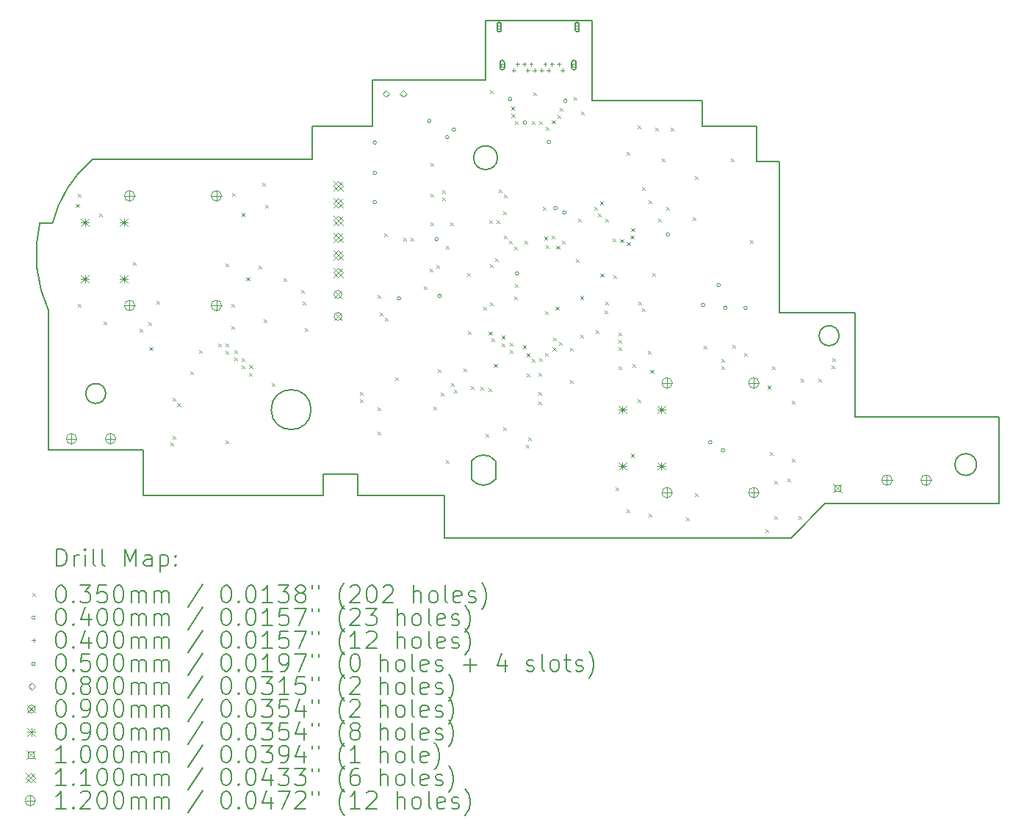
<source format=gbr>
%TF.GenerationSoftware,KiCad,Pcbnew,7.0.2*%
%TF.CreationDate,2023-06-19T11:15:11-07:00*%
%TF.ProjectId,procon_gcc_main_pcb,70726f63-6f6e-45f6-9763-635f6d61696e,1*%
%TF.SameCoordinates,Original*%
%TF.FileFunction,Drillmap*%
%TF.FilePolarity,Positive*%
%FSLAX45Y45*%
G04 Gerber Fmt 4.5, Leading zero omitted, Abs format (unit mm)*
G04 Created by KiCad (PCBNEW 7.0.2) date 2023-06-19 11:15:11*
%MOMM*%
%LPD*%
G01*
G04 APERTURE LIST*
%ADD10C,0.200000*%
%ADD11C,0.035000*%
%ADD12C,0.040000*%
%ADD13C,0.050000*%
%ADD14C,0.080000*%
%ADD15C,0.090000*%
%ADD16C,0.100000*%
%ADD17C,0.110000*%
%ADD18C,0.120000*%
G04 APERTURE END LIST*
D10*
X16360622Y-10811436D02*
X16630622Y-10811436D01*
X17155623Y-14761436D02*
X16765622Y-15161436D01*
X12765623Y-15161436D02*
X12765623Y-14671436D01*
X13378123Y-10771436D02*
G75*
G03*
X13378123Y-10771436I-137500J0D01*
G01*
X19155623Y-13761436D02*
X19155623Y-14761436D01*
X13355623Y-14270000D02*
G75*
G03*
X13075623Y-14270000I-140000J-105000D01*
G01*
X16630622Y-12561436D02*
X17500623Y-12561436D01*
X16360622Y-10411436D02*
X16360622Y-10811436D01*
X13240623Y-9871436D02*
X13240623Y-9186436D01*
X11765623Y-14421436D02*
X11365623Y-14421436D01*
X9295623Y-14141436D02*
X8205623Y-14141436D01*
X17500623Y-12561436D02*
X17500623Y-13761436D01*
X12765623Y-14671436D02*
X11765623Y-14671436D01*
X8705623Y-10791436D02*
X11240623Y-10791436D01*
X18900000Y-14311000D02*
G75*
G03*
X18900000Y-14311000I-125000J0D01*
G01*
X14470622Y-9186436D02*
X14470622Y-10111436D01*
X9295623Y-14671436D02*
X9295623Y-14141436D01*
X11940623Y-9871436D02*
X13240623Y-9871436D01*
X15740622Y-10111436D02*
X15740622Y-10411436D01*
X11365623Y-14671436D02*
X9295623Y-14671436D01*
X16765622Y-15161436D02*
X12765623Y-15161436D01*
X8101675Y-11525814D02*
X8249271Y-11525814D01*
X8205623Y-14141436D02*
X8205623Y-12541436D01*
X15740622Y-10411436D02*
X16360622Y-10411436D01*
X8862500Y-13491436D02*
G75*
G03*
X8862500Y-13491436I-115000J0D01*
G01*
X11240623Y-10411436D02*
X11940623Y-10411436D01*
X11765623Y-14671436D02*
X11765623Y-14421436D01*
X11230000Y-13677500D02*
G75*
G03*
X11230000Y-13677500I-230000J0D01*
G01*
X11240623Y-10791436D02*
X11240623Y-10411436D01*
X13240623Y-9186436D02*
X14470622Y-9186436D01*
X11365623Y-14421436D02*
X11365623Y-14671436D01*
X17500623Y-13761436D02*
X19155623Y-13761436D01*
X19155623Y-14761436D02*
X17155623Y-14761436D01*
X11940623Y-10411436D02*
X11940623Y-9871436D01*
X8101678Y-11525815D02*
G75*
G03*
X8205623Y-12541436I1538942J-355625D01*
G01*
X8705623Y-10791436D02*
G75*
G03*
X8249271Y-11525814I935000J-1089999D01*
G01*
X17315000Y-12825000D02*
G75*
G03*
X17315000Y-12825000I-115000J0D01*
G01*
X16630622Y-10811436D02*
X16630622Y-12561436D01*
X13075623Y-14480000D02*
G75*
G03*
X13355623Y-14480000I140000J105000D01*
G01*
X14470622Y-10111436D02*
X15740622Y-10111436D01*
X13075623Y-14480000D02*
X13075623Y-14270000D01*
X13355623Y-14270000D02*
X13355623Y-14480000D01*
D11*
X8520022Y-11306193D02*
X8555022Y-11341193D01*
X8555022Y-11306193D02*
X8520022Y-11341193D01*
X8540350Y-11187991D02*
X8575350Y-11222991D01*
X8575350Y-11187991D02*
X8540350Y-11222991D01*
X8540350Y-12453700D02*
X8575350Y-12488700D01*
X8575350Y-12453700D02*
X8540350Y-12488700D01*
X8785200Y-11412300D02*
X8820200Y-11447300D01*
X8820200Y-11412300D02*
X8785200Y-11447300D01*
X8836000Y-12656900D02*
X8871000Y-12691900D01*
X8871000Y-12656900D02*
X8836000Y-12691900D01*
X9177300Y-11971300D02*
X9212300Y-12006300D01*
X9212300Y-11971300D02*
X9177300Y-12006300D01*
X9248754Y-12742143D02*
X9283754Y-12777143D01*
X9283754Y-12742143D02*
X9248754Y-12777143D01*
X9355133Y-12668792D02*
X9390133Y-12703792D01*
X9390133Y-12668792D02*
X9355133Y-12703792D01*
X9366695Y-12957846D02*
X9401695Y-12992846D01*
X9401695Y-12957846D02*
X9366695Y-12992846D01*
X9448309Y-12425603D02*
X9483309Y-12460603D01*
X9483309Y-12425603D02*
X9448309Y-12460603D01*
X9607636Y-14058491D02*
X9642636Y-14093491D01*
X9642636Y-14058491D02*
X9607636Y-14093491D01*
X9631135Y-13539370D02*
X9666135Y-13574370D01*
X9666135Y-13539370D02*
X9631135Y-13574370D01*
X9634500Y-13977900D02*
X9669500Y-14012900D01*
X9669500Y-13977900D02*
X9634500Y-14012900D01*
X9688457Y-13604320D02*
X9723457Y-13639320D01*
X9723457Y-13604320D02*
X9688457Y-13639320D01*
X9835773Y-13239373D02*
X9870773Y-13274373D01*
X9870773Y-13239373D02*
X9835773Y-13274373D01*
X9939300Y-12987300D02*
X9974300Y-13022300D01*
X9974300Y-12987300D02*
X9939300Y-13022300D01*
X10161426Y-12912315D02*
X10196426Y-12947315D01*
X10196426Y-12912315D02*
X10161426Y-12947315D01*
X10242260Y-13002450D02*
X10277260Y-13037450D01*
X10277260Y-13002450D02*
X10242260Y-13037450D01*
X10242582Y-11994567D02*
X10277582Y-12029567D01*
X10277582Y-11994567D02*
X10242582Y-12029567D01*
X10244100Y-14028700D02*
X10279100Y-14063700D01*
X10279100Y-14028700D02*
X10244100Y-14063700D01*
X10246367Y-12913562D02*
X10281367Y-12948562D01*
X10281367Y-12913562D02*
X10246367Y-12948562D01*
X10309200Y-12453700D02*
X10344200Y-12488700D01*
X10344200Y-12453700D02*
X10309200Y-12488700D01*
X10309200Y-12707700D02*
X10344200Y-12742700D01*
X10344200Y-12707700D02*
X10309200Y-12742700D01*
X10322024Y-11182235D02*
X10357024Y-11217235D01*
X10357024Y-11182235D02*
X10322024Y-11217235D01*
X10341214Y-13078599D02*
X10376214Y-13113599D01*
X10376214Y-13078599D02*
X10341214Y-13113599D01*
X10343705Y-12991327D02*
X10378705Y-13026327D01*
X10378705Y-12991327D02*
X10343705Y-13026327D01*
X10428976Y-13168612D02*
X10463976Y-13203612D01*
X10463976Y-13168612D02*
X10428976Y-13203612D01*
X10429836Y-11411504D02*
X10464836Y-11446504D01*
X10464836Y-11411504D02*
X10429836Y-11446504D01*
X10430063Y-13082743D02*
X10465063Y-13117743D01*
X10465063Y-13082743D02*
X10430063Y-13117743D01*
X10484593Y-12150973D02*
X10519593Y-12185973D01*
X10519593Y-12150973D02*
X10484593Y-12185973D01*
X10514755Y-13252596D02*
X10549755Y-13287596D01*
X10549755Y-13252596D02*
X10514755Y-13287596D01*
X10518456Y-13164112D02*
X10553456Y-13199112D01*
X10553456Y-13164112D02*
X10518456Y-13199112D01*
X10624238Y-12014029D02*
X10659238Y-12049029D01*
X10659238Y-12014029D02*
X10624238Y-12049029D01*
X10669430Y-11062693D02*
X10704430Y-11097693D01*
X10704430Y-11062693D02*
X10669430Y-11097693D01*
X10686229Y-12636634D02*
X10721229Y-12671634D01*
X10721229Y-12636634D02*
X10686229Y-12671634D01*
X10703306Y-11311702D02*
X10738306Y-11346702D01*
X10738306Y-11311702D02*
X10703306Y-11346702D01*
X10778787Y-13370874D02*
X10813787Y-13405874D01*
X10813787Y-13370874D02*
X10778787Y-13405874D01*
X10914011Y-12158745D02*
X10949011Y-12193745D01*
X10949011Y-12158745D02*
X10914011Y-12193745D01*
X11114515Y-12293706D02*
X11149515Y-12328706D01*
X11149515Y-12293706D02*
X11114515Y-12328706D01*
X11133100Y-12428500D02*
X11168100Y-12463500D01*
X11168100Y-12428500D02*
X11133100Y-12463500D01*
X11158500Y-12733300D02*
X11193500Y-12768300D01*
X11193500Y-12733300D02*
X11158500Y-12768300D01*
X11793500Y-13470750D02*
X11828500Y-13505750D01*
X11828500Y-13470750D02*
X11793500Y-13505750D01*
X11793500Y-13555700D02*
X11828500Y-13590700D01*
X11828500Y-13555700D02*
X11793500Y-13590700D01*
X11996700Y-12352300D02*
X12031700Y-12387300D01*
X12031700Y-12352300D02*
X11996700Y-12387300D01*
X11996700Y-13647700D02*
X12031700Y-13682700D01*
X12031700Y-13647700D02*
X11996700Y-13682700D01*
X11996700Y-13927100D02*
X12031700Y-13962100D01*
X12031700Y-13927100D02*
X11996700Y-13962100D01*
X12022100Y-12555500D02*
X12057100Y-12590500D01*
X12057100Y-12555500D02*
X12022100Y-12590500D01*
X12072900Y-11641100D02*
X12107900Y-11676100D01*
X12107900Y-11641100D02*
X12072900Y-11676100D01*
X12082169Y-12615569D02*
X12117169Y-12650569D01*
X12117169Y-12615569D02*
X12082169Y-12650569D01*
X12199900Y-13305850D02*
X12234900Y-13340850D01*
X12234900Y-13305850D02*
X12199900Y-13340850D01*
X12292750Y-11691900D02*
X12327750Y-11726900D01*
X12327750Y-11691900D02*
X12292750Y-11726900D01*
X12377700Y-11691900D02*
X12412700Y-11726900D01*
X12412700Y-11691900D02*
X12377700Y-11726900D01*
X12530100Y-12250700D02*
X12565100Y-12285700D01*
X12565100Y-12250700D02*
X12530100Y-12285700D01*
X12599263Y-12051408D02*
X12634263Y-12086408D01*
X12634263Y-12051408D02*
X12599263Y-12086408D01*
X12606300Y-10828300D02*
X12641300Y-10863300D01*
X12641300Y-10828300D02*
X12606300Y-10863300D01*
X12606300Y-11183900D02*
X12641300Y-11218900D01*
X12641300Y-11183900D02*
X12606300Y-11218900D01*
X12606300Y-11514100D02*
X12641300Y-11549100D01*
X12641300Y-11514100D02*
X12606300Y-11549100D01*
X12639803Y-13639698D02*
X12674803Y-13674698D01*
X12674803Y-13639698D02*
X12639803Y-13674698D01*
X12673527Y-12010160D02*
X12708527Y-12045160D01*
X12708527Y-12010160D02*
X12673527Y-12045160D01*
X12687984Y-13208466D02*
X12722984Y-13243466D01*
X12722984Y-13208466D02*
X12687984Y-13243466D01*
X12725784Y-13479250D02*
X12760784Y-13514250D01*
X12760784Y-13479250D02*
X12725784Y-13514250D01*
X12737715Y-11143919D02*
X12772715Y-11178919D01*
X12772715Y-11143919D02*
X12737715Y-11178919D01*
X12741080Y-11231407D02*
X12776080Y-11266407D01*
X12776080Y-11231407D02*
X12741080Y-11266407D01*
X12781096Y-14259666D02*
X12816096Y-14294666D01*
X12816096Y-14259666D02*
X12781096Y-14294666D01*
X12781292Y-11790692D02*
X12816292Y-11825692D01*
X12816292Y-11790692D02*
X12781292Y-11825692D01*
X12834900Y-11514100D02*
X12869900Y-11549100D01*
X12869900Y-11514100D02*
X12834900Y-11549100D01*
X12841374Y-13368047D02*
X12876374Y-13403047D01*
X12876374Y-13368047D02*
X12841374Y-13403047D01*
X12873117Y-13448091D02*
X12908117Y-13483091D01*
X12908117Y-13448091D02*
X12873117Y-13483091D01*
X12983068Y-13200396D02*
X13018068Y-13235396D01*
X13018068Y-13200396D02*
X12983068Y-13235396D01*
X13028555Y-12105110D02*
X13063555Y-12140110D01*
X13063555Y-12105110D02*
X13028555Y-12140110D01*
X13038737Y-12770191D02*
X13073737Y-12805191D01*
X13073737Y-12770191D02*
X13038737Y-12805191D01*
X13071218Y-13408195D02*
X13106218Y-13443195D01*
X13106218Y-13408195D02*
X13071218Y-13443195D01*
X13182517Y-13411332D02*
X13217517Y-13446332D01*
X13217517Y-13411332D02*
X13182517Y-13446332D01*
X13212007Y-12489656D02*
X13247007Y-12524656D01*
X13247007Y-12489656D02*
X13212007Y-12524656D01*
X13241300Y-13952500D02*
X13276300Y-13987500D01*
X13276300Y-13952500D02*
X13241300Y-13987500D01*
X13273396Y-13432705D02*
X13308396Y-13467705D01*
X13308396Y-13432705D02*
X13273396Y-13467705D01*
X13277974Y-12775829D02*
X13312974Y-12810829D01*
X13312974Y-12775829D02*
X13277974Y-12810829D01*
X13283355Y-11489679D02*
X13318355Y-11524679D01*
X13318355Y-11489679D02*
X13283355Y-11524679D01*
X13289704Y-11996700D02*
X13324704Y-12031700D01*
X13324704Y-11996700D02*
X13289704Y-12031700D01*
X13292100Y-9990100D02*
X13327100Y-10025100D01*
X13327100Y-9990100D02*
X13292100Y-10025100D01*
X13293509Y-12439973D02*
X13328509Y-12474973D01*
X13328509Y-12439973D02*
X13293509Y-12474973D01*
X13311346Y-12853950D02*
X13346346Y-12888950D01*
X13346346Y-12853950D02*
X13311346Y-12888950D01*
X13337366Y-13152750D02*
X13372366Y-13187750D01*
X13372366Y-13152750D02*
X13337366Y-13187750D01*
X13349654Y-11929378D02*
X13384654Y-11964378D01*
X13384654Y-11929378D02*
X13349654Y-11964378D01*
X13368300Y-11488700D02*
X13403300Y-11523700D01*
X13403300Y-11488700D02*
X13368300Y-11523700D01*
X13393700Y-11133100D02*
X13428700Y-11168100D01*
X13428700Y-11133100D02*
X13393700Y-11168100D01*
X13428054Y-12911059D02*
X13463054Y-12946059D01*
X13463054Y-12911059D02*
X13428054Y-12946059D01*
X13429399Y-12824932D02*
X13464399Y-12859932D01*
X13464399Y-12824932D02*
X13429399Y-12859932D01*
X13444500Y-11387100D02*
X13479500Y-11422100D01*
X13479500Y-11387100D02*
X13444500Y-11422100D01*
X13444500Y-13876300D02*
X13479500Y-13911300D01*
X13479500Y-13876300D02*
X13444500Y-13911300D01*
X13449616Y-11671100D02*
X13484616Y-11706100D01*
X13484616Y-11671100D02*
X13449616Y-11706100D01*
X13453769Y-11193169D02*
X13488769Y-11228169D01*
X13488769Y-11193169D02*
X13453769Y-11228169D01*
X13511431Y-11731050D02*
X13546431Y-11766050D01*
X13546431Y-11731050D02*
X13511431Y-11766050D01*
X13516806Y-12991871D02*
X13551806Y-13026871D01*
X13551806Y-12991871D02*
X13516806Y-13026871D01*
X13517489Y-12906406D02*
X13552489Y-12941406D01*
X13552489Y-12906406D02*
X13517489Y-12941406D01*
X13538500Y-10183500D02*
X13573500Y-10218500D01*
X13573500Y-10183500D02*
X13538500Y-10218500D01*
X13540546Y-10268426D02*
X13575546Y-10303426D01*
X13575546Y-10268426D02*
X13540546Y-10303426D01*
X13571428Y-12374234D02*
X13606428Y-12409234D01*
X13606428Y-12374234D02*
X13571428Y-12409234D01*
X13571500Y-11793500D02*
X13606500Y-11828500D01*
X13606500Y-11793500D02*
X13571500Y-11828500D01*
X13577787Y-10345233D02*
X13612787Y-10380233D01*
X13612787Y-10345233D02*
X13577787Y-10380233D01*
X13581399Y-12231483D02*
X13616399Y-12266483D01*
X13616399Y-12231483D02*
X13581399Y-12266483D01*
X13673143Y-12935264D02*
X13708143Y-12970264D01*
X13708143Y-12935264D02*
X13673143Y-12970264D01*
X13685301Y-11728500D02*
X13720301Y-11763500D01*
X13720301Y-11728500D02*
X13685301Y-11763500D01*
X13707235Y-14079990D02*
X13742235Y-14114990D01*
X13742235Y-14079990D02*
X13707235Y-14114990D01*
X13710838Y-13260766D02*
X13745838Y-13295766D01*
X13745838Y-13260766D02*
X13710838Y-13295766D01*
X13712491Y-13028950D02*
X13747491Y-13063950D01*
X13747491Y-13028950D02*
X13712491Y-13063950D01*
X13734098Y-13999399D02*
X13769098Y-14034399D01*
X13769098Y-13999399D02*
X13734098Y-14034399D01*
X13770050Y-10352500D02*
X13805050Y-10387500D01*
X13805050Y-10352500D02*
X13770050Y-10387500D01*
X13774700Y-13088900D02*
X13809700Y-13123900D01*
X13809700Y-13088900D02*
X13774700Y-13123900D01*
X13793550Y-10015000D02*
X13828550Y-10050000D01*
X13828550Y-10015000D02*
X13793550Y-10050000D01*
X13849622Y-13585008D02*
X13884622Y-13620008D01*
X13884622Y-13585008D02*
X13849622Y-13620008D01*
X13850018Y-13252593D02*
X13885018Y-13287593D01*
X13885018Y-13252593D02*
X13850018Y-13287593D01*
X13850900Y-13469900D02*
X13885900Y-13504900D01*
X13885900Y-13469900D02*
X13850900Y-13504900D01*
X13855000Y-10352500D02*
X13890000Y-10387500D01*
X13890000Y-10352500D02*
X13855000Y-10387500D01*
X13859873Y-13085678D02*
X13894873Y-13120678D01*
X13894873Y-13085678D02*
X13859873Y-13120678D01*
X13901700Y-11336300D02*
X13936700Y-11371300D01*
X13936700Y-11336300D02*
X13901700Y-11371300D01*
X13915040Y-11682879D02*
X13950040Y-11717879D01*
X13950040Y-11682879D02*
X13915040Y-11717879D01*
X13923027Y-12539559D02*
X13958027Y-12574559D01*
X13958027Y-12539559D02*
X13923027Y-12574559D01*
X13926360Y-13025728D02*
X13961360Y-13060728D01*
X13961360Y-13025728D02*
X13926360Y-13060728D01*
X13931500Y-10416500D02*
X13966500Y-10451500D01*
X13966500Y-10416500D02*
X13931500Y-10451500D01*
X13935018Y-11780014D02*
X13970018Y-11815014D01*
X13970018Y-11780014D02*
X13935018Y-11815014D01*
X14003031Y-11666216D02*
X14038031Y-11701216D01*
X14038031Y-11666216D02*
X14003031Y-11701216D01*
X14006500Y-10342500D02*
X14041500Y-10377500D01*
X14041500Y-10342500D02*
X14006500Y-10377500D01*
X14014154Y-12961010D02*
X14049154Y-12996010D01*
X14049154Y-12961010D02*
X14014154Y-12996010D01*
X14016598Y-12844988D02*
X14051598Y-12879988D01*
X14051598Y-12844988D02*
X14016598Y-12879988D01*
X14048001Y-12492879D02*
X14083001Y-12527879D01*
X14083001Y-12492879D02*
X14048001Y-12527879D01*
X14057285Y-11786166D02*
X14092285Y-11821166D01*
X14092285Y-11786166D02*
X14057285Y-11821166D01*
X14068450Y-10278072D02*
X14103450Y-10313072D01*
X14103450Y-10278072D02*
X14068450Y-10313072D01*
X14086048Y-12898617D02*
X14121048Y-12933617D01*
X14121048Y-12898617D02*
X14086048Y-12933617D01*
X14097504Y-10193475D02*
X14132504Y-10228475D01*
X14132504Y-10193475D02*
X14097504Y-10228475D01*
X14122918Y-11732231D02*
X14157918Y-11767231D01*
X14157918Y-11732231D02*
X14122918Y-11767231D01*
X14213055Y-12963674D02*
X14248055Y-12998674D01*
X14248055Y-12963674D02*
X14213055Y-12998674D01*
X14213649Y-13335615D02*
X14248649Y-13370615D01*
X14248649Y-13335615D02*
X14213649Y-13370615D01*
X14257300Y-10066300D02*
X14292300Y-10101300D01*
X14292300Y-10066300D02*
X14257300Y-10101300D01*
X14279530Y-11942730D02*
X14314530Y-11977730D01*
X14314530Y-11942730D02*
X14279530Y-11977730D01*
X14304610Y-11476903D02*
X14339610Y-11511903D01*
X14339610Y-11476903D02*
X14304610Y-11511903D01*
X14332545Y-12367904D02*
X14367545Y-12402904D01*
X14367545Y-12367904D02*
X14332545Y-12402904D01*
X14333500Y-12809500D02*
X14368500Y-12844500D01*
X14368500Y-12809500D02*
X14333500Y-12844500D01*
X14342500Y-10237500D02*
X14377500Y-10272500D01*
X14377500Y-10237500D02*
X14342500Y-10272500D01*
X14495292Y-11336300D02*
X14530292Y-11371300D01*
X14530292Y-11336300D02*
X14495292Y-11371300D01*
X14511300Y-12758700D02*
X14546300Y-12793700D01*
X14546300Y-12758700D02*
X14511300Y-12793700D01*
X14534616Y-11419146D02*
X14569616Y-11454146D01*
X14569616Y-11419146D02*
X14534616Y-11454146D01*
X14562913Y-11276350D02*
X14597913Y-11311350D01*
X14597913Y-11276350D02*
X14562913Y-11311350D01*
X14565015Y-12108580D02*
X14600015Y-12143580D01*
X14600015Y-12108580D02*
X14565015Y-12143580D01*
X14612900Y-12530100D02*
X14647900Y-12565100D01*
X14647900Y-12530100D02*
X14612900Y-12565100D01*
X14618007Y-11476853D02*
X14653007Y-11511853D01*
X14653007Y-11476853D02*
X14618007Y-11511853D01*
X14619550Y-12428500D02*
X14654550Y-12463500D01*
X14654550Y-12428500D02*
X14619550Y-12463500D01*
X14702388Y-11703804D02*
X14737388Y-11738804D01*
X14737388Y-11703804D02*
X14702388Y-11738804D01*
X14714500Y-12123700D02*
X14749500Y-12158700D01*
X14749500Y-12123700D02*
X14714500Y-12158700D01*
X14741000Y-14575700D02*
X14776000Y-14610700D01*
X14776000Y-14575700D02*
X14741000Y-14610700D01*
X14774450Y-12784100D02*
X14809450Y-12819100D01*
X14809450Y-12784100D02*
X14774450Y-12819100D01*
X14774450Y-12869050D02*
X14809450Y-12904050D01*
X14809450Y-12869050D02*
X14774450Y-12904050D01*
X14774450Y-12956944D02*
X14809450Y-12991944D01*
X14809450Y-12956944D02*
X14774450Y-12991944D01*
X14774450Y-13177306D02*
X14809450Y-13212306D01*
X14809450Y-13177306D02*
X14774450Y-13212306D01*
X14793424Y-11710058D02*
X14828424Y-11745058D01*
X14828424Y-11710058D02*
X14793424Y-11745058D01*
X14866900Y-10701300D02*
X14901900Y-10736300D01*
X14901900Y-10701300D02*
X14866900Y-10736300D01*
X14868000Y-14829700D02*
X14903000Y-14864700D01*
X14903000Y-14829700D02*
X14868000Y-14864700D01*
X14869823Y-11747202D02*
X14904823Y-11782202D01*
X14904823Y-11747202D02*
X14869823Y-11782202D01*
X14911898Y-11671986D02*
X14946898Y-11706986D01*
X14946898Y-11671986D02*
X14911898Y-11706986D01*
X14917700Y-14188849D02*
X14952700Y-14223849D01*
X14952700Y-14188849D02*
X14917700Y-14223849D01*
X14920912Y-11587515D02*
X14955912Y-11622515D01*
X14955912Y-11587515D02*
X14920912Y-11622515D01*
X14930615Y-13148915D02*
X14965615Y-13183915D01*
X14965615Y-13148915D02*
X14930615Y-13183915D01*
X14993900Y-10396500D02*
X15028900Y-10431500D01*
X15028900Y-10396500D02*
X14993900Y-10431500D01*
X14995000Y-13559700D02*
X15030000Y-13594700D01*
X15030000Y-13559700D02*
X14995000Y-13594700D01*
X14999400Y-12428500D02*
X15034400Y-12463500D01*
X15034400Y-12428500D02*
X14999400Y-12463500D01*
X15044700Y-11107700D02*
X15079700Y-11142700D01*
X15079700Y-11107700D02*
X15044700Y-11142700D01*
X15044700Y-12504700D02*
X15079700Y-12539700D01*
X15079700Y-12504700D02*
X15044700Y-12539700D01*
X15113355Y-12997721D02*
X15148355Y-13032721D01*
X15148355Y-12997721D02*
X15113355Y-13032721D01*
X15120900Y-11260100D02*
X15155900Y-11295100D01*
X15155900Y-11260100D02*
X15120900Y-11295100D01*
X15122000Y-14880500D02*
X15157000Y-14915500D01*
X15157000Y-14880500D02*
X15122000Y-14915500D01*
X15140948Y-13221252D02*
X15175948Y-13256252D01*
X15175948Y-13221252D02*
X15140948Y-13256252D01*
X15161350Y-12105093D02*
X15196350Y-12140093D01*
X15196350Y-12105093D02*
X15161350Y-12140093D01*
X15197100Y-10421900D02*
X15232100Y-10456900D01*
X15232100Y-10421900D02*
X15197100Y-10456900D01*
X15226808Y-11472144D02*
X15261808Y-11507144D01*
X15261808Y-11472144D02*
X15226808Y-11507144D01*
X15273300Y-10777500D02*
X15308300Y-10812500D01*
X15308300Y-10777500D02*
X15273300Y-10812500D01*
X15321366Y-11341885D02*
X15356366Y-11376885D01*
X15356366Y-11341885D02*
X15321366Y-11376885D01*
X15374900Y-10421900D02*
X15409900Y-10456900D01*
X15409900Y-10421900D02*
X15374900Y-10456900D01*
X15552700Y-14917700D02*
X15587700Y-14952700D01*
X15587700Y-14917700D02*
X15552700Y-14952700D01*
X15628267Y-11461556D02*
X15663267Y-11496556D01*
X15663267Y-11461556D02*
X15628267Y-11496556D01*
X15654300Y-10980700D02*
X15689300Y-11015700D01*
X15689300Y-10980700D02*
X15654300Y-11015700D01*
X15654300Y-14638300D02*
X15689300Y-14673300D01*
X15689300Y-14638300D02*
X15654300Y-14673300D01*
X15755900Y-12936500D02*
X15790900Y-12971500D01*
X15790900Y-12936500D02*
X15755900Y-12971500D01*
X15957599Y-13173837D02*
X15992599Y-13208837D01*
X15992599Y-13173837D02*
X15957599Y-13208837D01*
X15959100Y-13088900D02*
X15994100Y-13123900D01*
X15994100Y-13088900D02*
X15959100Y-13123900D01*
X16069671Y-10783711D02*
X16104671Y-10818711D01*
X16104671Y-10783711D02*
X16069671Y-10818711D01*
X16081370Y-12928766D02*
X16116370Y-12963766D01*
X16116370Y-12928766D02*
X16081370Y-12963766D01*
X16220122Y-13023950D02*
X16255122Y-13058950D01*
X16255122Y-13023950D02*
X16220122Y-13058950D01*
X16289300Y-11717300D02*
X16324300Y-11752300D01*
X16324300Y-11717300D02*
X16289300Y-11752300D01*
X16468200Y-15058300D02*
X16503200Y-15093300D01*
X16503200Y-15058300D02*
X16468200Y-15093300D01*
X16493135Y-13401623D02*
X16528135Y-13436623D01*
X16528135Y-13401623D02*
X16493135Y-13436623D01*
X16519000Y-14169300D02*
X16554000Y-14204300D01*
X16554000Y-14169300D02*
X16519000Y-14204300D01*
X16538366Y-13173359D02*
X16573366Y-13208359D01*
X16573366Y-13173359D02*
X16538366Y-13208359D01*
X16569800Y-14499500D02*
X16604800Y-14534500D01*
X16604800Y-14499500D02*
X16569800Y-14534500D01*
X16569800Y-14905900D02*
X16604800Y-14940900D01*
X16604800Y-14905900D02*
X16569800Y-14940900D01*
X16722200Y-14474100D02*
X16757200Y-14509100D01*
X16757200Y-14474100D02*
X16722200Y-14509100D01*
X16771900Y-13571500D02*
X16806900Y-13606500D01*
X16806900Y-13571500D02*
X16771900Y-13606500D01*
X16773000Y-14245500D02*
X16808000Y-14280500D01*
X16808000Y-14245500D02*
X16773000Y-14280500D01*
X16849200Y-14905900D02*
X16884200Y-14940900D01*
X16884200Y-14905900D02*
X16849200Y-14940900D01*
X16873500Y-13317500D02*
X16908500Y-13352500D01*
X16908500Y-13317500D02*
X16873500Y-13352500D01*
X17076700Y-13317500D02*
X17111700Y-13352500D01*
X17111700Y-13317500D02*
X17076700Y-13352500D01*
X17229100Y-13165100D02*
X17264100Y-13200100D01*
X17264100Y-13165100D02*
X17229100Y-13200100D01*
X17237350Y-13080551D02*
X17272350Y-13115551D01*
X17272350Y-13080551D02*
X17237350Y-13115551D01*
D12*
X11983400Y-10596750D02*
G75*
G03*
X11983400Y-10596750I-20000J0D01*
G01*
X11983400Y-10945650D02*
G75*
G03*
X11983400Y-10945650I-20000J0D01*
G01*
X11983400Y-11287000D02*
G75*
G03*
X11983400Y-11287000I-20000J0D01*
G01*
X12262800Y-12395200D02*
G75*
G03*
X12262800Y-12395200I-20000J0D01*
G01*
X12611044Y-10348574D02*
G75*
G03*
X12611044Y-10348574I-20000J0D01*
G01*
X12696622Y-11709950D02*
G75*
G03*
X12696622Y-11709950I-20000J0D01*
G01*
X12730728Y-12366645D02*
G75*
G03*
X12730728Y-12366645I-20000J0D01*
G01*
X12818855Y-10534394D02*
G75*
G03*
X12818855Y-10534394I-20000J0D01*
G01*
X12895162Y-10448635D02*
G75*
G03*
X12895162Y-10448635I-20000J0D01*
G01*
X13545000Y-10095000D02*
G75*
G03*
X13545000Y-10095000I-20000J0D01*
G01*
X13623029Y-12105759D02*
G75*
G03*
X13623029Y-12105759I-20000J0D01*
G01*
X13715158Y-10366703D02*
G75*
G03*
X13715158Y-10366703I-20000J0D01*
G01*
X13990000Y-10591800D02*
G75*
G03*
X13990000Y-10591800I-20000J0D01*
G01*
X14066200Y-11353800D02*
G75*
G03*
X14066200Y-11353800I-20000J0D01*
G01*
X14167800Y-11404600D02*
G75*
G03*
X14167800Y-11404600I-20000J0D01*
G01*
X14180000Y-10115000D02*
G75*
G03*
X14180000Y-10115000I-20000J0D01*
G01*
X15361600Y-11658600D02*
G75*
G03*
X15361600Y-11658600I-20000J0D01*
G01*
X15768000Y-12471400D02*
G75*
G03*
X15768000Y-12471400I-20000J0D01*
G01*
X15848906Y-14054376D02*
G75*
G03*
X15848906Y-14054376I-20000J0D01*
G01*
X15945800Y-12242800D02*
G75*
G03*
X15945800Y-12242800I-20000J0D01*
G01*
X15996600Y-14147800D02*
G75*
G03*
X15996600Y-14147800I-20000J0D01*
G01*
X16024641Y-12502296D02*
G75*
G03*
X16024641Y-12502296I-20000J0D01*
G01*
X16256820Y-12502296D02*
G75*
G03*
X16256820Y-12502296I-20000J0D01*
G01*
X13566000Y-9742500D02*
X13566000Y-9782500D01*
X13546000Y-9762500D02*
X13586000Y-9762500D01*
X13606000Y-9672500D02*
X13606000Y-9712500D01*
X13586000Y-9692500D02*
X13626000Y-9692500D01*
X13686000Y-9672500D02*
X13686000Y-9712500D01*
X13666000Y-9692500D02*
X13706000Y-9692500D01*
X13726000Y-9742500D02*
X13726000Y-9782500D01*
X13706000Y-9762500D02*
X13746000Y-9762500D01*
X13766000Y-9672500D02*
X13766000Y-9712500D01*
X13746000Y-9692500D02*
X13786000Y-9692500D01*
X13806000Y-9742500D02*
X13806000Y-9782500D01*
X13786000Y-9762500D02*
X13826000Y-9762500D01*
X13886000Y-9742500D02*
X13886000Y-9782500D01*
X13866000Y-9762500D02*
X13906000Y-9762500D01*
X13926000Y-9672500D02*
X13926000Y-9712500D01*
X13906000Y-9692500D02*
X13946000Y-9692500D01*
X13966000Y-9742500D02*
X13966000Y-9782500D01*
X13946000Y-9762500D02*
X13986000Y-9762500D01*
X14006000Y-9672500D02*
X14006000Y-9712500D01*
X13986000Y-9692500D02*
X14026000Y-9692500D01*
X14086000Y-9672500D02*
X14086000Y-9712500D01*
X14066000Y-9692500D02*
X14106000Y-9692500D01*
X14126000Y-9742500D02*
X14126000Y-9782500D01*
X14106000Y-9762500D02*
X14146000Y-9762500D01*
D13*
X13414678Y-9281178D02*
X13414678Y-9245822D01*
X13379322Y-9245822D01*
X13379322Y-9281178D01*
X13414678Y-9281178D01*
D10*
X13422000Y-9293500D02*
X13422000Y-9233500D01*
X13422000Y-9233500D02*
G75*
G03*
X13372000Y-9233500I-25000J0D01*
G01*
X13372000Y-9233500D02*
X13372000Y-9293500D01*
X13372000Y-9293500D02*
G75*
G03*
X13422000Y-9293500I25000J0D01*
G01*
D13*
X13450678Y-9720178D02*
X13450678Y-9684822D01*
X13415322Y-9684822D01*
X13415322Y-9720178D01*
X13450678Y-9720178D01*
D10*
X13458000Y-9732500D02*
X13458000Y-9672500D01*
X13458000Y-9672500D02*
G75*
G03*
X13408000Y-9672500I-25000J0D01*
G01*
X13408000Y-9672500D02*
X13408000Y-9732500D01*
X13408000Y-9732500D02*
G75*
G03*
X13458000Y-9732500I25000J0D01*
G01*
D13*
X14276678Y-9720178D02*
X14276678Y-9684822D01*
X14241322Y-9684822D01*
X14241322Y-9720178D01*
X14276678Y-9720178D01*
D10*
X14284000Y-9732500D02*
X14284000Y-9672500D01*
X14284000Y-9672500D02*
G75*
G03*
X14234000Y-9672500I-25000J0D01*
G01*
X14234000Y-9672500D02*
X14234000Y-9732500D01*
X14234000Y-9732500D02*
G75*
G03*
X14284000Y-9732500I25000J0D01*
G01*
D13*
X14312678Y-9281178D02*
X14312678Y-9245822D01*
X14277322Y-9245822D01*
X14277322Y-9281178D01*
X14312678Y-9281178D01*
D10*
X14320000Y-9293500D02*
X14320000Y-9233500D01*
X14320000Y-9233500D02*
G75*
G03*
X14270000Y-9233500I-25000J0D01*
G01*
X14270000Y-9233500D02*
X14270000Y-9293500D01*
X14270000Y-9293500D02*
G75*
G03*
X14320000Y-9293500I25000J0D01*
G01*
D14*
X12092000Y-10073000D02*
X12132000Y-10033000D01*
X12092000Y-9993000D01*
X12052000Y-10033000D01*
X12092000Y-10073000D01*
X12292000Y-10073000D02*
X12332000Y-10033000D01*
X12292000Y-9993000D01*
X12252000Y-10033000D01*
X12292000Y-10073000D01*
D15*
X11494342Y-12303271D02*
X11584342Y-12393271D01*
X11584342Y-12303271D02*
X11494342Y-12393271D01*
X11584342Y-12348271D02*
G75*
G03*
X11584342Y-12348271I-45000J0D01*
G01*
X11494987Y-12557478D02*
X11584987Y-12647478D01*
X11584987Y-12557478D02*
X11494987Y-12647478D01*
X11584987Y-12602478D02*
G75*
G03*
X11584987Y-12602478I-45000J0D01*
G01*
X8577700Y-11473260D02*
X8667700Y-11563260D01*
X8667700Y-11473260D02*
X8577700Y-11563260D01*
X8622700Y-11473260D02*
X8622700Y-11563260D01*
X8577700Y-11518260D02*
X8667700Y-11518260D01*
X8577700Y-12123260D02*
X8667700Y-12213260D01*
X8667700Y-12123260D02*
X8577700Y-12213260D01*
X8622700Y-12123260D02*
X8622700Y-12213260D01*
X8577700Y-12168260D02*
X8667700Y-12168260D01*
X9027700Y-11473260D02*
X9117700Y-11563260D01*
X9117700Y-11473260D02*
X9027700Y-11563260D01*
X9072700Y-11473260D02*
X9072700Y-11563260D01*
X9027700Y-11518260D02*
X9117700Y-11518260D01*
X9027700Y-12123260D02*
X9117700Y-12213260D01*
X9117700Y-12123260D02*
X9027700Y-12213260D01*
X9072700Y-12123260D02*
X9072700Y-12213260D01*
X9027700Y-12168260D02*
X9117700Y-12168260D01*
X14772020Y-13632200D02*
X14862020Y-13722200D01*
X14862020Y-13632200D02*
X14772020Y-13722200D01*
X14817020Y-13632200D02*
X14817020Y-13722200D01*
X14772020Y-13677200D02*
X14862020Y-13677200D01*
X14772020Y-14282200D02*
X14862020Y-14372200D01*
X14862020Y-14282200D02*
X14772020Y-14372200D01*
X14817020Y-14282200D02*
X14817020Y-14372200D01*
X14772020Y-14327200D02*
X14862020Y-14327200D01*
X15222020Y-13632200D02*
X15312020Y-13722200D01*
X15312020Y-13632200D02*
X15222020Y-13722200D01*
X15267020Y-13632200D02*
X15267020Y-13722200D01*
X15222020Y-13677200D02*
X15312020Y-13677200D01*
X15222020Y-14282200D02*
X15312020Y-14372200D01*
X15312020Y-14282200D02*
X15222020Y-14372200D01*
X15267020Y-14282200D02*
X15267020Y-14372200D01*
X15222020Y-14327200D02*
X15312020Y-14327200D01*
D16*
X17248360Y-14530417D02*
X17348360Y-14630417D01*
X17348360Y-14530417D02*
X17248360Y-14630417D01*
X17333715Y-14615773D02*
X17333715Y-14545062D01*
X17263004Y-14545062D01*
X17263004Y-14615773D01*
X17333715Y-14615773D01*
D17*
X11485000Y-11040000D02*
X11595000Y-11150000D01*
X11595000Y-11040000D02*
X11485000Y-11150000D01*
X11540000Y-11150000D02*
X11595000Y-11095000D01*
X11540000Y-11040000D01*
X11485000Y-11095000D01*
X11540000Y-11150000D01*
X11485000Y-11240000D02*
X11595000Y-11350000D01*
X11595000Y-11240000D02*
X11485000Y-11350000D01*
X11540000Y-11350000D02*
X11595000Y-11295000D01*
X11540000Y-11240000D01*
X11485000Y-11295000D01*
X11540000Y-11350000D01*
X11485000Y-11440000D02*
X11595000Y-11550000D01*
X11595000Y-11440000D02*
X11485000Y-11550000D01*
X11540000Y-11550000D02*
X11595000Y-11495000D01*
X11540000Y-11440000D01*
X11485000Y-11495000D01*
X11540000Y-11550000D01*
X11485000Y-11640000D02*
X11595000Y-11750000D01*
X11595000Y-11640000D02*
X11485000Y-11750000D01*
X11540000Y-11750000D02*
X11595000Y-11695000D01*
X11540000Y-11640000D01*
X11485000Y-11695000D01*
X11540000Y-11750000D01*
X11485000Y-11840000D02*
X11595000Y-11950000D01*
X11595000Y-11840000D02*
X11485000Y-11950000D01*
X11540000Y-11950000D02*
X11595000Y-11895000D01*
X11540000Y-11840000D01*
X11485000Y-11895000D01*
X11540000Y-11950000D01*
X11485000Y-12040000D02*
X11595000Y-12150000D01*
X11595000Y-12040000D02*
X11485000Y-12150000D01*
X11540000Y-12150000D02*
X11595000Y-12095000D01*
X11540000Y-12040000D01*
X11485000Y-12095000D01*
X11540000Y-12150000D01*
D18*
X8467500Y-13952500D02*
X8467500Y-14072500D01*
X8407500Y-14012500D02*
X8527500Y-14012500D01*
X8527500Y-14012500D02*
G75*
G03*
X8527500Y-14012500I-60000J0D01*
G01*
X8917500Y-13952500D02*
X8917500Y-14072500D01*
X8857500Y-14012500D02*
X8977500Y-14012500D01*
X8977500Y-14012500D02*
G75*
G03*
X8977500Y-14012500I-60000J0D01*
G01*
X9137700Y-11150760D02*
X9137700Y-11270760D01*
X9077700Y-11210760D02*
X9197700Y-11210760D01*
X9197700Y-11210760D02*
G75*
G03*
X9197700Y-11210760I-60000J0D01*
G01*
X9137700Y-12415760D02*
X9137700Y-12535760D01*
X9077700Y-12475760D02*
X9197700Y-12475760D01*
X9197700Y-12475760D02*
G75*
G03*
X9197700Y-12475760I-60000J0D01*
G01*
X10137700Y-11150760D02*
X10137700Y-11270760D01*
X10077700Y-11210760D02*
X10197700Y-11210760D01*
X10197700Y-11210760D02*
G75*
G03*
X10197700Y-11210760I-60000J0D01*
G01*
X10137700Y-12415760D02*
X10137700Y-12535760D01*
X10077700Y-12475760D02*
X10197700Y-12475760D01*
X10197700Y-12475760D02*
G75*
G03*
X10197700Y-12475760I-60000J0D01*
G01*
X15332020Y-13309700D02*
X15332020Y-13429700D01*
X15272020Y-13369700D02*
X15392020Y-13369700D01*
X15392020Y-13369700D02*
G75*
G03*
X15392020Y-13369700I-60000J0D01*
G01*
X15332020Y-14574700D02*
X15332020Y-14694700D01*
X15272020Y-14634700D02*
X15392020Y-14634700D01*
X15392020Y-14634700D02*
G75*
G03*
X15392020Y-14634700I-60000J0D01*
G01*
X16332020Y-13309700D02*
X16332020Y-13429700D01*
X16272020Y-13369700D02*
X16392020Y-13369700D01*
X16392020Y-13369700D02*
G75*
G03*
X16392020Y-13369700I-60000J0D01*
G01*
X16332020Y-14574700D02*
X16332020Y-14694700D01*
X16272020Y-14634700D02*
X16392020Y-14634700D01*
X16392020Y-14634700D02*
G75*
G03*
X16392020Y-14634700I-60000J0D01*
G01*
X17867500Y-14430650D02*
X17867500Y-14550650D01*
X17807500Y-14490650D02*
X17927500Y-14490650D01*
X17927500Y-14490650D02*
G75*
G03*
X17927500Y-14490650I-60000J0D01*
G01*
X18317500Y-14430650D02*
X18317500Y-14550650D01*
X18257500Y-14490650D02*
X18377500Y-14490650D01*
X18377500Y-14490650D02*
G75*
G03*
X18377500Y-14490650I-60000J0D01*
G01*
D10*
X8298742Y-15483959D02*
X8298742Y-15283959D01*
X8298742Y-15283959D02*
X8346361Y-15283959D01*
X8346361Y-15283959D02*
X8374932Y-15293483D01*
X8374932Y-15293483D02*
X8393980Y-15312531D01*
X8393980Y-15312531D02*
X8403504Y-15331578D01*
X8403504Y-15331578D02*
X8413027Y-15369674D01*
X8413027Y-15369674D02*
X8413027Y-15398245D01*
X8413027Y-15398245D02*
X8403504Y-15436340D01*
X8403504Y-15436340D02*
X8393980Y-15455388D01*
X8393980Y-15455388D02*
X8374932Y-15474436D01*
X8374932Y-15474436D02*
X8346361Y-15483959D01*
X8346361Y-15483959D02*
X8298742Y-15483959D01*
X8498742Y-15483959D02*
X8498742Y-15350626D01*
X8498742Y-15388721D02*
X8508265Y-15369674D01*
X8508265Y-15369674D02*
X8517789Y-15360150D01*
X8517789Y-15360150D02*
X8536837Y-15350626D01*
X8536837Y-15350626D02*
X8555885Y-15350626D01*
X8622551Y-15483959D02*
X8622551Y-15350626D01*
X8622551Y-15283959D02*
X8613027Y-15293483D01*
X8613027Y-15293483D02*
X8622551Y-15303007D01*
X8622551Y-15303007D02*
X8632075Y-15293483D01*
X8632075Y-15293483D02*
X8622551Y-15283959D01*
X8622551Y-15283959D02*
X8622551Y-15303007D01*
X8746361Y-15483959D02*
X8727313Y-15474436D01*
X8727313Y-15474436D02*
X8717789Y-15455388D01*
X8717789Y-15455388D02*
X8717789Y-15283959D01*
X8851123Y-15483959D02*
X8832075Y-15474436D01*
X8832075Y-15474436D02*
X8822551Y-15455388D01*
X8822551Y-15455388D02*
X8822551Y-15283959D01*
X9079694Y-15483959D02*
X9079694Y-15283959D01*
X9079694Y-15283959D02*
X9146361Y-15426817D01*
X9146361Y-15426817D02*
X9213027Y-15283959D01*
X9213027Y-15283959D02*
X9213027Y-15483959D01*
X9393980Y-15483959D02*
X9393980Y-15379198D01*
X9393980Y-15379198D02*
X9384456Y-15360150D01*
X9384456Y-15360150D02*
X9365408Y-15350626D01*
X9365408Y-15350626D02*
X9327313Y-15350626D01*
X9327313Y-15350626D02*
X9308265Y-15360150D01*
X9393980Y-15474436D02*
X9374932Y-15483959D01*
X9374932Y-15483959D02*
X9327313Y-15483959D01*
X9327313Y-15483959D02*
X9308265Y-15474436D01*
X9308265Y-15474436D02*
X9298742Y-15455388D01*
X9298742Y-15455388D02*
X9298742Y-15436340D01*
X9298742Y-15436340D02*
X9308265Y-15417293D01*
X9308265Y-15417293D02*
X9327313Y-15407769D01*
X9327313Y-15407769D02*
X9374932Y-15407769D01*
X9374932Y-15407769D02*
X9393980Y-15398245D01*
X9489218Y-15350626D02*
X9489218Y-15550626D01*
X9489218Y-15360150D02*
X9508265Y-15350626D01*
X9508265Y-15350626D02*
X9546361Y-15350626D01*
X9546361Y-15350626D02*
X9565408Y-15360150D01*
X9565408Y-15360150D02*
X9574932Y-15369674D01*
X9574932Y-15369674D02*
X9584456Y-15388721D01*
X9584456Y-15388721D02*
X9584456Y-15445864D01*
X9584456Y-15445864D02*
X9574932Y-15464912D01*
X9574932Y-15464912D02*
X9565408Y-15474436D01*
X9565408Y-15474436D02*
X9546361Y-15483959D01*
X9546361Y-15483959D02*
X9508265Y-15483959D01*
X9508265Y-15483959D02*
X9489218Y-15474436D01*
X9670170Y-15464912D02*
X9679694Y-15474436D01*
X9679694Y-15474436D02*
X9670170Y-15483959D01*
X9670170Y-15483959D02*
X9660646Y-15474436D01*
X9660646Y-15474436D02*
X9670170Y-15464912D01*
X9670170Y-15464912D02*
X9670170Y-15483959D01*
X9670170Y-15360150D02*
X9679694Y-15369674D01*
X9679694Y-15369674D02*
X9670170Y-15379198D01*
X9670170Y-15379198D02*
X9660646Y-15369674D01*
X9660646Y-15369674D02*
X9670170Y-15360150D01*
X9670170Y-15360150D02*
X9670170Y-15379198D01*
D11*
X8016123Y-15793936D02*
X8051123Y-15828936D01*
X8051123Y-15793936D02*
X8016123Y-15828936D01*
D10*
X8336837Y-15703959D02*
X8355884Y-15703959D01*
X8355884Y-15703959D02*
X8374932Y-15713483D01*
X8374932Y-15713483D02*
X8384456Y-15723007D01*
X8384456Y-15723007D02*
X8393980Y-15742055D01*
X8393980Y-15742055D02*
X8403504Y-15780150D01*
X8403504Y-15780150D02*
X8403504Y-15827769D01*
X8403504Y-15827769D02*
X8393980Y-15865864D01*
X8393980Y-15865864D02*
X8384456Y-15884912D01*
X8384456Y-15884912D02*
X8374932Y-15894436D01*
X8374932Y-15894436D02*
X8355884Y-15903959D01*
X8355884Y-15903959D02*
X8336837Y-15903959D01*
X8336837Y-15903959D02*
X8317789Y-15894436D01*
X8317789Y-15894436D02*
X8308265Y-15884912D01*
X8308265Y-15884912D02*
X8298742Y-15865864D01*
X8298742Y-15865864D02*
X8289218Y-15827769D01*
X8289218Y-15827769D02*
X8289218Y-15780150D01*
X8289218Y-15780150D02*
X8298742Y-15742055D01*
X8298742Y-15742055D02*
X8308265Y-15723007D01*
X8308265Y-15723007D02*
X8317789Y-15713483D01*
X8317789Y-15713483D02*
X8336837Y-15703959D01*
X8489218Y-15884912D02*
X8498742Y-15894436D01*
X8498742Y-15894436D02*
X8489218Y-15903959D01*
X8489218Y-15903959D02*
X8479694Y-15894436D01*
X8479694Y-15894436D02*
X8489218Y-15884912D01*
X8489218Y-15884912D02*
X8489218Y-15903959D01*
X8565408Y-15703959D02*
X8689218Y-15703959D01*
X8689218Y-15703959D02*
X8622551Y-15780150D01*
X8622551Y-15780150D02*
X8651123Y-15780150D01*
X8651123Y-15780150D02*
X8670170Y-15789674D01*
X8670170Y-15789674D02*
X8679694Y-15799198D01*
X8679694Y-15799198D02*
X8689218Y-15818245D01*
X8689218Y-15818245D02*
X8689218Y-15865864D01*
X8689218Y-15865864D02*
X8679694Y-15884912D01*
X8679694Y-15884912D02*
X8670170Y-15894436D01*
X8670170Y-15894436D02*
X8651123Y-15903959D01*
X8651123Y-15903959D02*
X8593980Y-15903959D01*
X8593980Y-15903959D02*
X8574932Y-15894436D01*
X8574932Y-15894436D02*
X8565408Y-15884912D01*
X8870170Y-15703959D02*
X8774932Y-15703959D01*
X8774932Y-15703959D02*
X8765408Y-15799198D01*
X8765408Y-15799198D02*
X8774932Y-15789674D01*
X8774932Y-15789674D02*
X8793980Y-15780150D01*
X8793980Y-15780150D02*
X8841599Y-15780150D01*
X8841599Y-15780150D02*
X8860646Y-15789674D01*
X8860646Y-15789674D02*
X8870170Y-15799198D01*
X8870170Y-15799198D02*
X8879694Y-15818245D01*
X8879694Y-15818245D02*
X8879694Y-15865864D01*
X8879694Y-15865864D02*
X8870170Y-15884912D01*
X8870170Y-15884912D02*
X8860646Y-15894436D01*
X8860646Y-15894436D02*
X8841599Y-15903959D01*
X8841599Y-15903959D02*
X8793980Y-15903959D01*
X8793980Y-15903959D02*
X8774932Y-15894436D01*
X8774932Y-15894436D02*
X8765408Y-15884912D01*
X9003504Y-15703959D02*
X9022551Y-15703959D01*
X9022551Y-15703959D02*
X9041599Y-15713483D01*
X9041599Y-15713483D02*
X9051123Y-15723007D01*
X9051123Y-15723007D02*
X9060646Y-15742055D01*
X9060646Y-15742055D02*
X9070170Y-15780150D01*
X9070170Y-15780150D02*
X9070170Y-15827769D01*
X9070170Y-15827769D02*
X9060646Y-15865864D01*
X9060646Y-15865864D02*
X9051123Y-15884912D01*
X9051123Y-15884912D02*
X9041599Y-15894436D01*
X9041599Y-15894436D02*
X9022551Y-15903959D01*
X9022551Y-15903959D02*
X9003504Y-15903959D01*
X9003504Y-15903959D02*
X8984456Y-15894436D01*
X8984456Y-15894436D02*
X8974932Y-15884912D01*
X8974932Y-15884912D02*
X8965408Y-15865864D01*
X8965408Y-15865864D02*
X8955885Y-15827769D01*
X8955885Y-15827769D02*
X8955885Y-15780150D01*
X8955885Y-15780150D02*
X8965408Y-15742055D01*
X8965408Y-15742055D02*
X8974932Y-15723007D01*
X8974932Y-15723007D02*
X8984456Y-15713483D01*
X8984456Y-15713483D02*
X9003504Y-15703959D01*
X9155885Y-15903959D02*
X9155885Y-15770626D01*
X9155885Y-15789674D02*
X9165408Y-15780150D01*
X9165408Y-15780150D02*
X9184456Y-15770626D01*
X9184456Y-15770626D02*
X9213027Y-15770626D01*
X9213027Y-15770626D02*
X9232075Y-15780150D01*
X9232075Y-15780150D02*
X9241599Y-15799198D01*
X9241599Y-15799198D02*
X9241599Y-15903959D01*
X9241599Y-15799198D02*
X9251123Y-15780150D01*
X9251123Y-15780150D02*
X9270170Y-15770626D01*
X9270170Y-15770626D02*
X9298742Y-15770626D01*
X9298742Y-15770626D02*
X9317789Y-15780150D01*
X9317789Y-15780150D02*
X9327313Y-15799198D01*
X9327313Y-15799198D02*
X9327313Y-15903959D01*
X9422551Y-15903959D02*
X9422551Y-15770626D01*
X9422551Y-15789674D02*
X9432075Y-15780150D01*
X9432075Y-15780150D02*
X9451123Y-15770626D01*
X9451123Y-15770626D02*
X9479694Y-15770626D01*
X9479694Y-15770626D02*
X9498742Y-15780150D01*
X9498742Y-15780150D02*
X9508266Y-15799198D01*
X9508266Y-15799198D02*
X9508266Y-15903959D01*
X9508266Y-15799198D02*
X9517789Y-15780150D01*
X9517789Y-15780150D02*
X9536837Y-15770626D01*
X9536837Y-15770626D02*
X9565408Y-15770626D01*
X9565408Y-15770626D02*
X9584456Y-15780150D01*
X9584456Y-15780150D02*
X9593980Y-15799198D01*
X9593980Y-15799198D02*
X9593980Y-15903959D01*
X9984456Y-15694436D02*
X9813028Y-15951578D01*
X10241599Y-15703959D02*
X10260647Y-15703959D01*
X10260647Y-15703959D02*
X10279694Y-15713483D01*
X10279694Y-15713483D02*
X10289218Y-15723007D01*
X10289218Y-15723007D02*
X10298742Y-15742055D01*
X10298742Y-15742055D02*
X10308266Y-15780150D01*
X10308266Y-15780150D02*
X10308266Y-15827769D01*
X10308266Y-15827769D02*
X10298742Y-15865864D01*
X10298742Y-15865864D02*
X10289218Y-15884912D01*
X10289218Y-15884912D02*
X10279694Y-15894436D01*
X10279694Y-15894436D02*
X10260647Y-15903959D01*
X10260647Y-15903959D02*
X10241599Y-15903959D01*
X10241599Y-15903959D02*
X10222551Y-15894436D01*
X10222551Y-15894436D02*
X10213028Y-15884912D01*
X10213028Y-15884912D02*
X10203504Y-15865864D01*
X10203504Y-15865864D02*
X10193980Y-15827769D01*
X10193980Y-15827769D02*
X10193980Y-15780150D01*
X10193980Y-15780150D02*
X10203504Y-15742055D01*
X10203504Y-15742055D02*
X10213028Y-15723007D01*
X10213028Y-15723007D02*
X10222551Y-15713483D01*
X10222551Y-15713483D02*
X10241599Y-15703959D01*
X10393980Y-15884912D02*
X10403504Y-15894436D01*
X10403504Y-15894436D02*
X10393980Y-15903959D01*
X10393980Y-15903959D02*
X10384456Y-15894436D01*
X10384456Y-15894436D02*
X10393980Y-15884912D01*
X10393980Y-15884912D02*
X10393980Y-15903959D01*
X10527313Y-15703959D02*
X10546361Y-15703959D01*
X10546361Y-15703959D02*
X10565409Y-15713483D01*
X10565409Y-15713483D02*
X10574932Y-15723007D01*
X10574932Y-15723007D02*
X10584456Y-15742055D01*
X10584456Y-15742055D02*
X10593980Y-15780150D01*
X10593980Y-15780150D02*
X10593980Y-15827769D01*
X10593980Y-15827769D02*
X10584456Y-15865864D01*
X10584456Y-15865864D02*
X10574932Y-15884912D01*
X10574932Y-15884912D02*
X10565409Y-15894436D01*
X10565409Y-15894436D02*
X10546361Y-15903959D01*
X10546361Y-15903959D02*
X10527313Y-15903959D01*
X10527313Y-15903959D02*
X10508266Y-15894436D01*
X10508266Y-15894436D02*
X10498742Y-15884912D01*
X10498742Y-15884912D02*
X10489218Y-15865864D01*
X10489218Y-15865864D02*
X10479694Y-15827769D01*
X10479694Y-15827769D02*
X10479694Y-15780150D01*
X10479694Y-15780150D02*
X10489218Y-15742055D01*
X10489218Y-15742055D02*
X10498742Y-15723007D01*
X10498742Y-15723007D02*
X10508266Y-15713483D01*
X10508266Y-15713483D02*
X10527313Y-15703959D01*
X10784456Y-15903959D02*
X10670170Y-15903959D01*
X10727313Y-15903959D02*
X10727313Y-15703959D01*
X10727313Y-15703959D02*
X10708266Y-15732531D01*
X10708266Y-15732531D02*
X10689218Y-15751578D01*
X10689218Y-15751578D02*
X10670170Y-15761102D01*
X10851123Y-15703959D02*
X10974932Y-15703959D01*
X10974932Y-15703959D02*
X10908266Y-15780150D01*
X10908266Y-15780150D02*
X10936837Y-15780150D01*
X10936837Y-15780150D02*
X10955885Y-15789674D01*
X10955885Y-15789674D02*
X10965409Y-15799198D01*
X10965409Y-15799198D02*
X10974932Y-15818245D01*
X10974932Y-15818245D02*
X10974932Y-15865864D01*
X10974932Y-15865864D02*
X10965409Y-15884912D01*
X10965409Y-15884912D02*
X10955885Y-15894436D01*
X10955885Y-15894436D02*
X10936837Y-15903959D01*
X10936837Y-15903959D02*
X10879694Y-15903959D01*
X10879694Y-15903959D02*
X10860647Y-15894436D01*
X10860647Y-15894436D02*
X10851123Y-15884912D01*
X11089218Y-15789674D02*
X11070170Y-15780150D01*
X11070170Y-15780150D02*
X11060647Y-15770626D01*
X11060647Y-15770626D02*
X11051123Y-15751578D01*
X11051123Y-15751578D02*
X11051123Y-15742055D01*
X11051123Y-15742055D02*
X11060647Y-15723007D01*
X11060647Y-15723007D02*
X11070170Y-15713483D01*
X11070170Y-15713483D02*
X11089218Y-15703959D01*
X11089218Y-15703959D02*
X11127313Y-15703959D01*
X11127313Y-15703959D02*
X11146361Y-15713483D01*
X11146361Y-15713483D02*
X11155885Y-15723007D01*
X11155885Y-15723007D02*
X11165409Y-15742055D01*
X11165409Y-15742055D02*
X11165409Y-15751578D01*
X11165409Y-15751578D02*
X11155885Y-15770626D01*
X11155885Y-15770626D02*
X11146361Y-15780150D01*
X11146361Y-15780150D02*
X11127313Y-15789674D01*
X11127313Y-15789674D02*
X11089218Y-15789674D01*
X11089218Y-15789674D02*
X11070170Y-15799198D01*
X11070170Y-15799198D02*
X11060647Y-15808721D01*
X11060647Y-15808721D02*
X11051123Y-15827769D01*
X11051123Y-15827769D02*
X11051123Y-15865864D01*
X11051123Y-15865864D02*
X11060647Y-15884912D01*
X11060647Y-15884912D02*
X11070170Y-15894436D01*
X11070170Y-15894436D02*
X11089218Y-15903959D01*
X11089218Y-15903959D02*
X11127313Y-15903959D01*
X11127313Y-15903959D02*
X11146361Y-15894436D01*
X11146361Y-15894436D02*
X11155885Y-15884912D01*
X11155885Y-15884912D02*
X11165409Y-15865864D01*
X11165409Y-15865864D02*
X11165409Y-15827769D01*
X11165409Y-15827769D02*
X11155885Y-15808721D01*
X11155885Y-15808721D02*
X11146361Y-15799198D01*
X11146361Y-15799198D02*
X11127313Y-15789674D01*
X11241599Y-15703959D02*
X11241599Y-15742055D01*
X11317789Y-15703959D02*
X11317789Y-15742055D01*
X11613028Y-15980150D02*
X11603504Y-15970626D01*
X11603504Y-15970626D02*
X11584456Y-15942055D01*
X11584456Y-15942055D02*
X11574932Y-15923007D01*
X11574932Y-15923007D02*
X11565409Y-15894436D01*
X11565409Y-15894436D02*
X11555885Y-15846817D01*
X11555885Y-15846817D02*
X11555885Y-15808721D01*
X11555885Y-15808721D02*
X11565409Y-15761102D01*
X11565409Y-15761102D02*
X11574932Y-15732531D01*
X11574932Y-15732531D02*
X11584456Y-15713483D01*
X11584456Y-15713483D02*
X11603504Y-15684912D01*
X11603504Y-15684912D02*
X11613028Y-15675388D01*
X11679694Y-15723007D02*
X11689218Y-15713483D01*
X11689218Y-15713483D02*
X11708266Y-15703959D01*
X11708266Y-15703959D02*
X11755885Y-15703959D01*
X11755885Y-15703959D02*
X11774932Y-15713483D01*
X11774932Y-15713483D02*
X11784456Y-15723007D01*
X11784456Y-15723007D02*
X11793980Y-15742055D01*
X11793980Y-15742055D02*
X11793980Y-15761102D01*
X11793980Y-15761102D02*
X11784456Y-15789674D01*
X11784456Y-15789674D02*
X11670170Y-15903959D01*
X11670170Y-15903959D02*
X11793980Y-15903959D01*
X11917789Y-15703959D02*
X11936837Y-15703959D01*
X11936837Y-15703959D02*
X11955885Y-15713483D01*
X11955885Y-15713483D02*
X11965409Y-15723007D01*
X11965409Y-15723007D02*
X11974932Y-15742055D01*
X11974932Y-15742055D02*
X11984456Y-15780150D01*
X11984456Y-15780150D02*
X11984456Y-15827769D01*
X11984456Y-15827769D02*
X11974932Y-15865864D01*
X11974932Y-15865864D02*
X11965409Y-15884912D01*
X11965409Y-15884912D02*
X11955885Y-15894436D01*
X11955885Y-15894436D02*
X11936837Y-15903959D01*
X11936837Y-15903959D02*
X11917789Y-15903959D01*
X11917789Y-15903959D02*
X11898742Y-15894436D01*
X11898742Y-15894436D02*
X11889218Y-15884912D01*
X11889218Y-15884912D02*
X11879694Y-15865864D01*
X11879694Y-15865864D02*
X11870170Y-15827769D01*
X11870170Y-15827769D02*
X11870170Y-15780150D01*
X11870170Y-15780150D02*
X11879694Y-15742055D01*
X11879694Y-15742055D02*
X11889218Y-15723007D01*
X11889218Y-15723007D02*
X11898742Y-15713483D01*
X11898742Y-15713483D02*
X11917789Y-15703959D01*
X12060647Y-15723007D02*
X12070170Y-15713483D01*
X12070170Y-15713483D02*
X12089218Y-15703959D01*
X12089218Y-15703959D02*
X12136837Y-15703959D01*
X12136837Y-15703959D02*
X12155885Y-15713483D01*
X12155885Y-15713483D02*
X12165409Y-15723007D01*
X12165409Y-15723007D02*
X12174932Y-15742055D01*
X12174932Y-15742055D02*
X12174932Y-15761102D01*
X12174932Y-15761102D02*
X12165409Y-15789674D01*
X12165409Y-15789674D02*
X12051123Y-15903959D01*
X12051123Y-15903959D02*
X12174932Y-15903959D01*
X12413028Y-15903959D02*
X12413028Y-15703959D01*
X12498742Y-15903959D02*
X12498742Y-15799198D01*
X12498742Y-15799198D02*
X12489218Y-15780150D01*
X12489218Y-15780150D02*
X12470171Y-15770626D01*
X12470171Y-15770626D02*
X12441599Y-15770626D01*
X12441599Y-15770626D02*
X12422551Y-15780150D01*
X12422551Y-15780150D02*
X12413028Y-15789674D01*
X12622551Y-15903959D02*
X12603504Y-15894436D01*
X12603504Y-15894436D02*
X12593980Y-15884912D01*
X12593980Y-15884912D02*
X12584456Y-15865864D01*
X12584456Y-15865864D02*
X12584456Y-15808721D01*
X12584456Y-15808721D02*
X12593980Y-15789674D01*
X12593980Y-15789674D02*
X12603504Y-15780150D01*
X12603504Y-15780150D02*
X12622551Y-15770626D01*
X12622551Y-15770626D02*
X12651123Y-15770626D01*
X12651123Y-15770626D02*
X12670171Y-15780150D01*
X12670171Y-15780150D02*
X12679694Y-15789674D01*
X12679694Y-15789674D02*
X12689218Y-15808721D01*
X12689218Y-15808721D02*
X12689218Y-15865864D01*
X12689218Y-15865864D02*
X12679694Y-15884912D01*
X12679694Y-15884912D02*
X12670171Y-15894436D01*
X12670171Y-15894436D02*
X12651123Y-15903959D01*
X12651123Y-15903959D02*
X12622551Y-15903959D01*
X12803504Y-15903959D02*
X12784456Y-15894436D01*
X12784456Y-15894436D02*
X12774932Y-15875388D01*
X12774932Y-15875388D02*
X12774932Y-15703959D01*
X12955885Y-15894436D02*
X12936837Y-15903959D01*
X12936837Y-15903959D02*
X12898742Y-15903959D01*
X12898742Y-15903959D02*
X12879694Y-15894436D01*
X12879694Y-15894436D02*
X12870171Y-15875388D01*
X12870171Y-15875388D02*
X12870171Y-15799198D01*
X12870171Y-15799198D02*
X12879694Y-15780150D01*
X12879694Y-15780150D02*
X12898742Y-15770626D01*
X12898742Y-15770626D02*
X12936837Y-15770626D01*
X12936837Y-15770626D02*
X12955885Y-15780150D01*
X12955885Y-15780150D02*
X12965409Y-15799198D01*
X12965409Y-15799198D02*
X12965409Y-15818245D01*
X12965409Y-15818245D02*
X12870171Y-15837293D01*
X13041599Y-15894436D02*
X13060647Y-15903959D01*
X13060647Y-15903959D02*
X13098742Y-15903959D01*
X13098742Y-15903959D02*
X13117790Y-15894436D01*
X13117790Y-15894436D02*
X13127313Y-15875388D01*
X13127313Y-15875388D02*
X13127313Y-15865864D01*
X13127313Y-15865864D02*
X13117790Y-15846817D01*
X13117790Y-15846817D02*
X13098742Y-15837293D01*
X13098742Y-15837293D02*
X13070171Y-15837293D01*
X13070171Y-15837293D02*
X13051123Y-15827769D01*
X13051123Y-15827769D02*
X13041599Y-15808721D01*
X13041599Y-15808721D02*
X13041599Y-15799198D01*
X13041599Y-15799198D02*
X13051123Y-15780150D01*
X13051123Y-15780150D02*
X13070171Y-15770626D01*
X13070171Y-15770626D02*
X13098742Y-15770626D01*
X13098742Y-15770626D02*
X13117790Y-15780150D01*
X13193980Y-15980150D02*
X13203504Y-15970626D01*
X13203504Y-15970626D02*
X13222552Y-15942055D01*
X13222552Y-15942055D02*
X13232075Y-15923007D01*
X13232075Y-15923007D02*
X13241599Y-15894436D01*
X13241599Y-15894436D02*
X13251123Y-15846817D01*
X13251123Y-15846817D02*
X13251123Y-15808721D01*
X13251123Y-15808721D02*
X13241599Y-15761102D01*
X13241599Y-15761102D02*
X13232075Y-15732531D01*
X13232075Y-15732531D02*
X13222552Y-15713483D01*
X13222552Y-15713483D02*
X13203504Y-15684912D01*
X13203504Y-15684912D02*
X13193980Y-15675388D01*
D12*
X8051123Y-16075436D02*
G75*
G03*
X8051123Y-16075436I-20000J0D01*
G01*
D10*
X8336837Y-15967959D02*
X8355884Y-15967959D01*
X8355884Y-15967959D02*
X8374932Y-15977483D01*
X8374932Y-15977483D02*
X8384456Y-15987007D01*
X8384456Y-15987007D02*
X8393980Y-16006055D01*
X8393980Y-16006055D02*
X8403504Y-16044150D01*
X8403504Y-16044150D02*
X8403504Y-16091769D01*
X8403504Y-16091769D02*
X8393980Y-16129864D01*
X8393980Y-16129864D02*
X8384456Y-16148912D01*
X8384456Y-16148912D02*
X8374932Y-16158436D01*
X8374932Y-16158436D02*
X8355884Y-16167959D01*
X8355884Y-16167959D02*
X8336837Y-16167959D01*
X8336837Y-16167959D02*
X8317789Y-16158436D01*
X8317789Y-16158436D02*
X8308265Y-16148912D01*
X8308265Y-16148912D02*
X8298742Y-16129864D01*
X8298742Y-16129864D02*
X8289218Y-16091769D01*
X8289218Y-16091769D02*
X8289218Y-16044150D01*
X8289218Y-16044150D02*
X8298742Y-16006055D01*
X8298742Y-16006055D02*
X8308265Y-15987007D01*
X8308265Y-15987007D02*
X8317789Y-15977483D01*
X8317789Y-15977483D02*
X8336837Y-15967959D01*
X8489218Y-16148912D02*
X8498742Y-16158436D01*
X8498742Y-16158436D02*
X8489218Y-16167959D01*
X8489218Y-16167959D02*
X8479694Y-16158436D01*
X8479694Y-16158436D02*
X8489218Y-16148912D01*
X8489218Y-16148912D02*
X8489218Y-16167959D01*
X8670170Y-16034626D02*
X8670170Y-16167959D01*
X8622551Y-15958436D02*
X8574932Y-16101293D01*
X8574932Y-16101293D02*
X8698742Y-16101293D01*
X8813027Y-15967959D02*
X8832075Y-15967959D01*
X8832075Y-15967959D02*
X8851123Y-15977483D01*
X8851123Y-15977483D02*
X8860646Y-15987007D01*
X8860646Y-15987007D02*
X8870170Y-16006055D01*
X8870170Y-16006055D02*
X8879694Y-16044150D01*
X8879694Y-16044150D02*
X8879694Y-16091769D01*
X8879694Y-16091769D02*
X8870170Y-16129864D01*
X8870170Y-16129864D02*
X8860646Y-16148912D01*
X8860646Y-16148912D02*
X8851123Y-16158436D01*
X8851123Y-16158436D02*
X8832075Y-16167959D01*
X8832075Y-16167959D02*
X8813027Y-16167959D01*
X8813027Y-16167959D02*
X8793980Y-16158436D01*
X8793980Y-16158436D02*
X8784456Y-16148912D01*
X8784456Y-16148912D02*
X8774932Y-16129864D01*
X8774932Y-16129864D02*
X8765408Y-16091769D01*
X8765408Y-16091769D02*
X8765408Y-16044150D01*
X8765408Y-16044150D02*
X8774932Y-16006055D01*
X8774932Y-16006055D02*
X8784456Y-15987007D01*
X8784456Y-15987007D02*
X8793980Y-15977483D01*
X8793980Y-15977483D02*
X8813027Y-15967959D01*
X9003504Y-15967959D02*
X9022551Y-15967959D01*
X9022551Y-15967959D02*
X9041599Y-15977483D01*
X9041599Y-15977483D02*
X9051123Y-15987007D01*
X9051123Y-15987007D02*
X9060646Y-16006055D01*
X9060646Y-16006055D02*
X9070170Y-16044150D01*
X9070170Y-16044150D02*
X9070170Y-16091769D01*
X9070170Y-16091769D02*
X9060646Y-16129864D01*
X9060646Y-16129864D02*
X9051123Y-16148912D01*
X9051123Y-16148912D02*
X9041599Y-16158436D01*
X9041599Y-16158436D02*
X9022551Y-16167959D01*
X9022551Y-16167959D02*
X9003504Y-16167959D01*
X9003504Y-16167959D02*
X8984456Y-16158436D01*
X8984456Y-16158436D02*
X8974932Y-16148912D01*
X8974932Y-16148912D02*
X8965408Y-16129864D01*
X8965408Y-16129864D02*
X8955885Y-16091769D01*
X8955885Y-16091769D02*
X8955885Y-16044150D01*
X8955885Y-16044150D02*
X8965408Y-16006055D01*
X8965408Y-16006055D02*
X8974932Y-15987007D01*
X8974932Y-15987007D02*
X8984456Y-15977483D01*
X8984456Y-15977483D02*
X9003504Y-15967959D01*
X9155885Y-16167959D02*
X9155885Y-16034626D01*
X9155885Y-16053674D02*
X9165408Y-16044150D01*
X9165408Y-16044150D02*
X9184456Y-16034626D01*
X9184456Y-16034626D02*
X9213027Y-16034626D01*
X9213027Y-16034626D02*
X9232075Y-16044150D01*
X9232075Y-16044150D02*
X9241599Y-16063198D01*
X9241599Y-16063198D02*
X9241599Y-16167959D01*
X9241599Y-16063198D02*
X9251123Y-16044150D01*
X9251123Y-16044150D02*
X9270170Y-16034626D01*
X9270170Y-16034626D02*
X9298742Y-16034626D01*
X9298742Y-16034626D02*
X9317789Y-16044150D01*
X9317789Y-16044150D02*
X9327313Y-16063198D01*
X9327313Y-16063198D02*
X9327313Y-16167959D01*
X9422551Y-16167959D02*
X9422551Y-16034626D01*
X9422551Y-16053674D02*
X9432075Y-16044150D01*
X9432075Y-16044150D02*
X9451123Y-16034626D01*
X9451123Y-16034626D02*
X9479694Y-16034626D01*
X9479694Y-16034626D02*
X9498742Y-16044150D01*
X9498742Y-16044150D02*
X9508266Y-16063198D01*
X9508266Y-16063198D02*
X9508266Y-16167959D01*
X9508266Y-16063198D02*
X9517789Y-16044150D01*
X9517789Y-16044150D02*
X9536837Y-16034626D01*
X9536837Y-16034626D02*
X9565408Y-16034626D01*
X9565408Y-16034626D02*
X9584456Y-16044150D01*
X9584456Y-16044150D02*
X9593980Y-16063198D01*
X9593980Y-16063198D02*
X9593980Y-16167959D01*
X9984456Y-15958436D02*
X9813028Y-16215578D01*
X10241599Y-15967959D02*
X10260647Y-15967959D01*
X10260647Y-15967959D02*
X10279694Y-15977483D01*
X10279694Y-15977483D02*
X10289218Y-15987007D01*
X10289218Y-15987007D02*
X10298742Y-16006055D01*
X10298742Y-16006055D02*
X10308266Y-16044150D01*
X10308266Y-16044150D02*
X10308266Y-16091769D01*
X10308266Y-16091769D02*
X10298742Y-16129864D01*
X10298742Y-16129864D02*
X10289218Y-16148912D01*
X10289218Y-16148912D02*
X10279694Y-16158436D01*
X10279694Y-16158436D02*
X10260647Y-16167959D01*
X10260647Y-16167959D02*
X10241599Y-16167959D01*
X10241599Y-16167959D02*
X10222551Y-16158436D01*
X10222551Y-16158436D02*
X10213028Y-16148912D01*
X10213028Y-16148912D02*
X10203504Y-16129864D01*
X10203504Y-16129864D02*
X10193980Y-16091769D01*
X10193980Y-16091769D02*
X10193980Y-16044150D01*
X10193980Y-16044150D02*
X10203504Y-16006055D01*
X10203504Y-16006055D02*
X10213028Y-15987007D01*
X10213028Y-15987007D02*
X10222551Y-15977483D01*
X10222551Y-15977483D02*
X10241599Y-15967959D01*
X10393980Y-16148912D02*
X10403504Y-16158436D01*
X10403504Y-16158436D02*
X10393980Y-16167959D01*
X10393980Y-16167959D02*
X10384456Y-16158436D01*
X10384456Y-16158436D02*
X10393980Y-16148912D01*
X10393980Y-16148912D02*
X10393980Y-16167959D01*
X10527313Y-15967959D02*
X10546361Y-15967959D01*
X10546361Y-15967959D02*
X10565409Y-15977483D01*
X10565409Y-15977483D02*
X10574932Y-15987007D01*
X10574932Y-15987007D02*
X10584456Y-16006055D01*
X10584456Y-16006055D02*
X10593980Y-16044150D01*
X10593980Y-16044150D02*
X10593980Y-16091769D01*
X10593980Y-16091769D02*
X10584456Y-16129864D01*
X10584456Y-16129864D02*
X10574932Y-16148912D01*
X10574932Y-16148912D02*
X10565409Y-16158436D01*
X10565409Y-16158436D02*
X10546361Y-16167959D01*
X10546361Y-16167959D02*
X10527313Y-16167959D01*
X10527313Y-16167959D02*
X10508266Y-16158436D01*
X10508266Y-16158436D02*
X10498742Y-16148912D01*
X10498742Y-16148912D02*
X10489218Y-16129864D01*
X10489218Y-16129864D02*
X10479694Y-16091769D01*
X10479694Y-16091769D02*
X10479694Y-16044150D01*
X10479694Y-16044150D02*
X10489218Y-16006055D01*
X10489218Y-16006055D02*
X10498742Y-15987007D01*
X10498742Y-15987007D02*
X10508266Y-15977483D01*
X10508266Y-15977483D02*
X10527313Y-15967959D01*
X10784456Y-16167959D02*
X10670170Y-16167959D01*
X10727313Y-16167959D02*
X10727313Y-15967959D01*
X10727313Y-15967959D02*
X10708266Y-15996531D01*
X10708266Y-15996531D02*
X10689218Y-16015578D01*
X10689218Y-16015578D02*
X10670170Y-16025102D01*
X10965409Y-15967959D02*
X10870170Y-15967959D01*
X10870170Y-15967959D02*
X10860647Y-16063198D01*
X10860647Y-16063198D02*
X10870170Y-16053674D01*
X10870170Y-16053674D02*
X10889218Y-16044150D01*
X10889218Y-16044150D02*
X10936837Y-16044150D01*
X10936837Y-16044150D02*
X10955885Y-16053674D01*
X10955885Y-16053674D02*
X10965409Y-16063198D01*
X10965409Y-16063198D02*
X10974932Y-16082245D01*
X10974932Y-16082245D02*
X10974932Y-16129864D01*
X10974932Y-16129864D02*
X10965409Y-16148912D01*
X10965409Y-16148912D02*
X10955885Y-16158436D01*
X10955885Y-16158436D02*
X10936837Y-16167959D01*
X10936837Y-16167959D02*
X10889218Y-16167959D01*
X10889218Y-16167959D02*
X10870170Y-16158436D01*
X10870170Y-16158436D02*
X10860647Y-16148912D01*
X11041599Y-15967959D02*
X11174932Y-15967959D01*
X11174932Y-15967959D02*
X11089218Y-16167959D01*
X11241599Y-15967959D02*
X11241599Y-16006055D01*
X11317789Y-15967959D02*
X11317789Y-16006055D01*
X11613028Y-16244150D02*
X11603504Y-16234626D01*
X11603504Y-16234626D02*
X11584456Y-16206055D01*
X11584456Y-16206055D02*
X11574932Y-16187007D01*
X11574932Y-16187007D02*
X11565409Y-16158436D01*
X11565409Y-16158436D02*
X11555885Y-16110817D01*
X11555885Y-16110817D02*
X11555885Y-16072721D01*
X11555885Y-16072721D02*
X11565409Y-16025102D01*
X11565409Y-16025102D02*
X11574932Y-15996531D01*
X11574932Y-15996531D02*
X11584456Y-15977483D01*
X11584456Y-15977483D02*
X11603504Y-15948912D01*
X11603504Y-15948912D02*
X11613028Y-15939388D01*
X11679694Y-15987007D02*
X11689218Y-15977483D01*
X11689218Y-15977483D02*
X11708266Y-15967959D01*
X11708266Y-15967959D02*
X11755885Y-15967959D01*
X11755885Y-15967959D02*
X11774932Y-15977483D01*
X11774932Y-15977483D02*
X11784456Y-15987007D01*
X11784456Y-15987007D02*
X11793980Y-16006055D01*
X11793980Y-16006055D02*
X11793980Y-16025102D01*
X11793980Y-16025102D02*
X11784456Y-16053674D01*
X11784456Y-16053674D02*
X11670170Y-16167959D01*
X11670170Y-16167959D02*
X11793980Y-16167959D01*
X11860647Y-15967959D02*
X11984456Y-15967959D01*
X11984456Y-15967959D02*
X11917789Y-16044150D01*
X11917789Y-16044150D02*
X11946361Y-16044150D01*
X11946361Y-16044150D02*
X11965409Y-16053674D01*
X11965409Y-16053674D02*
X11974932Y-16063198D01*
X11974932Y-16063198D02*
X11984456Y-16082245D01*
X11984456Y-16082245D02*
X11984456Y-16129864D01*
X11984456Y-16129864D02*
X11974932Y-16148912D01*
X11974932Y-16148912D02*
X11965409Y-16158436D01*
X11965409Y-16158436D02*
X11946361Y-16167959D01*
X11946361Y-16167959D02*
X11889218Y-16167959D01*
X11889218Y-16167959D02*
X11870170Y-16158436D01*
X11870170Y-16158436D02*
X11860647Y-16148912D01*
X12222551Y-16167959D02*
X12222551Y-15967959D01*
X12308266Y-16167959D02*
X12308266Y-16063198D01*
X12308266Y-16063198D02*
X12298742Y-16044150D01*
X12298742Y-16044150D02*
X12279694Y-16034626D01*
X12279694Y-16034626D02*
X12251123Y-16034626D01*
X12251123Y-16034626D02*
X12232075Y-16044150D01*
X12232075Y-16044150D02*
X12222551Y-16053674D01*
X12432075Y-16167959D02*
X12413028Y-16158436D01*
X12413028Y-16158436D02*
X12403504Y-16148912D01*
X12403504Y-16148912D02*
X12393980Y-16129864D01*
X12393980Y-16129864D02*
X12393980Y-16072721D01*
X12393980Y-16072721D02*
X12403504Y-16053674D01*
X12403504Y-16053674D02*
X12413028Y-16044150D01*
X12413028Y-16044150D02*
X12432075Y-16034626D01*
X12432075Y-16034626D02*
X12460647Y-16034626D01*
X12460647Y-16034626D02*
X12479694Y-16044150D01*
X12479694Y-16044150D02*
X12489218Y-16053674D01*
X12489218Y-16053674D02*
X12498742Y-16072721D01*
X12498742Y-16072721D02*
X12498742Y-16129864D01*
X12498742Y-16129864D02*
X12489218Y-16148912D01*
X12489218Y-16148912D02*
X12479694Y-16158436D01*
X12479694Y-16158436D02*
X12460647Y-16167959D01*
X12460647Y-16167959D02*
X12432075Y-16167959D01*
X12613028Y-16167959D02*
X12593980Y-16158436D01*
X12593980Y-16158436D02*
X12584456Y-16139388D01*
X12584456Y-16139388D02*
X12584456Y-15967959D01*
X12765409Y-16158436D02*
X12746361Y-16167959D01*
X12746361Y-16167959D02*
X12708266Y-16167959D01*
X12708266Y-16167959D02*
X12689218Y-16158436D01*
X12689218Y-16158436D02*
X12679694Y-16139388D01*
X12679694Y-16139388D02*
X12679694Y-16063198D01*
X12679694Y-16063198D02*
X12689218Y-16044150D01*
X12689218Y-16044150D02*
X12708266Y-16034626D01*
X12708266Y-16034626D02*
X12746361Y-16034626D01*
X12746361Y-16034626D02*
X12765409Y-16044150D01*
X12765409Y-16044150D02*
X12774932Y-16063198D01*
X12774932Y-16063198D02*
X12774932Y-16082245D01*
X12774932Y-16082245D02*
X12679694Y-16101293D01*
X12851123Y-16158436D02*
X12870171Y-16167959D01*
X12870171Y-16167959D02*
X12908266Y-16167959D01*
X12908266Y-16167959D02*
X12927313Y-16158436D01*
X12927313Y-16158436D02*
X12936837Y-16139388D01*
X12936837Y-16139388D02*
X12936837Y-16129864D01*
X12936837Y-16129864D02*
X12927313Y-16110817D01*
X12927313Y-16110817D02*
X12908266Y-16101293D01*
X12908266Y-16101293D02*
X12879694Y-16101293D01*
X12879694Y-16101293D02*
X12860647Y-16091769D01*
X12860647Y-16091769D02*
X12851123Y-16072721D01*
X12851123Y-16072721D02*
X12851123Y-16063198D01*
X12851123Y-16063198D02*
X12860647Y-16044150D01*
X12860647Y-16044150D02*
X12879694Y-16034626D01*
X12879694Y-16034626D02*
X12908266Y-16034626D01*
X12908266Y-16034626D02*
X12927313Y-16044150D01*
X13003504Y-16244150D02*
X13013028Y-16234626D01*
X13013028Y-16234626D02*
X13032075Y-16206055D01*
X13032075Y-16206055D02*
X13041599Y-16187007D01*
X13041599Y-16187007D02*
X13051123Y-16158436D01*
X13051123Y-16158436D02*
X13060647Y-16110817D01*
X13060647Y-16110817D02*
X13060647Y-16072721D01*
X13060647Y-16072721D02*
X13051123Y-16025102D01*
X13051123Y-16025102D02*
X13041599Y-15996531D01*
X13041599Y-15996531D02*
X13032075Y-15977483D01*
X13032075Y-15977483D02*
X13013028Y-15948912D01*
X13013028Y-15948912D02*
X13003504Y-15939388D01*
D12*
X8031123Y-16319436D02*
X8031123Y-16359436D01*
X8011123Y-16339436D02*
X8051123Y-16339436D01*
D10*
X8336837Y-16231959D02*
X8355884Y-16231959D01*
X8355884Y-16231959D02*
X8374932Y-16241483D01*
X8374932Y-16241483D02*
X8384456Y-16251007D01*
X8384456Y-16251007D02*
X8393980Y-16270055D01*
X8393980Y-16270055D02*
X8403504Y-16308150D01*
X8403504Y-16308150D02*
X8403504Y-16355769D01*
X8403504Y-16355769D02*
X8393980Y-16393864D01*
X8393980Y-16393864D02*
X8384456Y-16412912D01*
X8384456Y-16412912D02*
X8374932Y-16422436D01*
X8374932Y-16422436D02*
X8355884Y-16431959D01*
X8355884Y-16431959D02*
X8336837Y-16431959D01*
X8336837Y-16431959D02*
X8317789Y-16422436D01*
X8317789Y-16422436D02*
X8308265Y-16412912D01*
X8308265Y-16412912D02*
X8298742Y-16393864D01*
X8298742Y-16393864D02*
X8289218Y-16355769D01*
X8289218Y-16355769D02*
X8289218Y-16308150D01*
X8289218Y-16308150D02*
X8298742Y-16270055D01*
X8298742Y-16270055D02*
X8308265Y-16251007D01*
X8308265Y-16251007D02*
X8317789Y-16241483D01*
X8317789Y-16241483D02*
X8336837Y-16231959D01*
X8489218Y-16412912D02*
X8498742Y-16422436D01*
X8498742Y-16422436D02*
X8489218Y-16431959D01*
X8489218Y-16431959D02*
X8479694Y-16422436D01*
X8479694Y-16422436D02*
X8489218Y-16412912D01*
X8489218Y-16412912D02*
X8489218Y-16431959D01*
X8670170Y-16298626D02*
X8670170Y-16431959D01*
X8622551Y-16222436D02*
X8574932Y-16365293D01*
X8574932Y-16365293D02*
X8698742Y-16365293D01*
X8813027Y-16231959D02*
X8832075Y-16231959D01*
X8832075Y-16231959D02*
X8851123Y-16241483D01*
X8851123Y-16241483D02*
X8860646Y-16251007D01*
X8860646Y-16251007D02*
X8870170Y-16270055D01*
X8870170Y-16270055D02*
X8879694Y-16308150D01*
X8879694Y-16308150D02*
X8879694Y-16355769D01*
X8879694Y-16355769D02*
X8870170Y-16393864D01*
X8870170Y-16393864D02*
X8860646Y-16412912D01*
X8860646Y-16412912D02*
X8851123Y-16422436D01*
X8851123Y-16422436D02*
X8832075Y-16431959D01*
X8832075Y-16431959D02*
X8813027Y-16431959D01*
X8813027Y-16431959D02*
X8793980Y-16422436D01*
X8793980Y-16422436D02*
X8784456Y-16412912D01*
X8784456Y-16412912D02*
X8774932Y-16393864D01*
X8774932Y-16393864D02*
X8765408Y-16355769D01*
X8765408Y-16355769D02*
X8765408Y-16308150D01*
X8765408Y-16308150D02*
X8774932Y-16270055D01*
X8774932Y-16270055D02*
X8784456Y-16251007D01*
X8784456Y-16251007D02*
X8793980Y-16241483D01*
X8793980Y-16241483D02*
X8813027Y-16231959D01*
X9003504Y-16231959D02*
X9022551Y-16231959D01*
X9022551Y-16231959D02*
X9041599Y-16241483D01*
X9041599Y-16241483D02*
X9051123Y-16251007D01*
X9051123Y-16251007D02*
X9060646Y-16270055D01*
X9060646Y-16270055D02*
X9070170Y-16308150D01*
X9070170Y-16308150D02*
X9070170Y-16355769D01*
X9070170Y-16355769D02*
X9060646Y-16393864D01*
X9060646Y-16393864D02*
X9051123Y-16412912D01*
X9051123Y-16412912D02*
X9041599Y-16422436D01*
X9041599Y-16422436D02*
X9022551Y-16431959D01*
X9022551Y-16431959D02*
X9003504Y-16431959D01*
X9003504Y-16431959D02*
X8984456Y-16422436D01*
X8984456Y-16422436D02*
X8974932Y-16412912D01*
X8974932Y-16412912D02*
X8965408Y-16393864D01*
X8965408Y-16393864D02*
X8955885Y-16355769D01*
X8955885Y-16355769D02*
X8955885Y-16308150D01*
X8955885Y-16308150D02*
X8965408Y-16270055D01*
X8965408Y-16270055D02*
X8974932Y-16251007D01*
X8974932Y-16251007D02*
X8984456Y-16241483D01*
X8984456Y-16241483D02*
X9003504Y-16231959D01*
X9155885Y-16431959D02*
X9155885Y-16298626D01*
X9155885Y-16317674D02*
X9165408Y-16308150D01*
X9165408Y-16308150D02*
X9184456Y-16298626D01*
X9184456Y-16298626D02*
X9213027Y-16298626D01*
X9213027Y-16298626D02*
X9232075Y-16308150D01*
X9232075Y-16308150D02*
X9241599Y-16327198D01*
X9241599Y-16327198D02*
X9241599Y-16431959D01*
X9241599Y-16327198D02*
X9251123Y-16308150D01*
X9251123Y-16308150D02*
X9270170Y-16298626D01*
X9270170Y-16298626D02*
X9298742Y-16298626D01*
X9298742Y-16298626D02*
X9317789Y-16308150D01*
X9317789Y-16308150D02*
X9327313Y-16327198D01*
X9327313Y-16327198D02*
X9327313Y-16431959D01*
X9422551Y-16431959D02*
X9422551Y-16298626D01*
X9422551Y-16317674D02*
X9432075Y-16308150D01*
X9432075Y-16308150D02*
X9451123Y-16298626D01*
X9451123Y-16298626D02*
X9479694Y-16298626D01*
X9479694Y-16298626D02*
X9498742Y-16308150D01*
X9498742Y-16308150D02*
X9508266Y-16327198D01*
X9508266Y-16327198D02*
X9508266Y-16431959D01*
X9508266Y-16327198D02*
X9517789Y-16308150D01*
X9517789Y-16308150D02*
X9536837Y-16298626D01*
X9536837Y-16298626D02*
X9565408Y-16298626D01*
X9565408Y-16298626D02*
X9584456Y-16308150D01*
X9584456Y-16308150D02*
X9593980Y-16327198D01*
X9593980Y-16327198D02*
X9593980Y-16431959D01*
X9984456Y-16222436D02*
X9813028Y-16479578D01*
X10241599Y-16231959D02*
X10260647Y-16231959D01*
X10260647Y-16231959D02*
X10279694Y-16241483D01*
X10279694Y-16241483D02*
X10289218Y-16251007D01*
X10289218Y-16251007D02*
X10298742Y-16270055D01*
X10298742Y-16270055D02*
X10308266Y-16308150D01*
X10308266Y-16308150D02*
X10308266Y-16355769D01*
X10308266Y-16355769D02*
X10298742Y-16393864D01*
X10298742Y-16393864D02*
X10289218Y-16412912D01*
X10289218Y-16412912D02*
X10279694Y-16422436D01*
X10279694Y-16422436D02*
X10260647Y-16431959D01*
X10260647Y-16431959D02*
X10241599Y-16431959D01*
X10241599Y-16431959D02*
X10222551Y-16422436D01*
X10222551Y-16422436D02*
X10213028Y-16412912D01*
X10213028Y-16412912D02*
X10203504Y-16393864D01*
X10203504Y-16393864D02*
X10193980Y-16355769D01*
X10193980Y-16355769D02*
X10193980Y-16308150D01*
X10193980Y-16308150D02*
X10203504Y-16270055D01*
X10203504Y-16270055D02*
X10213028Y-16251007D01*
X10213028Y-16251007D02*
X10222551Y-16241483D01*
X10222551Y-16241483D02*
X10241599Y-16231959D01*
X10393980Y-16412912D02*
X10403504Y-16422436D01*
X10403504Y-16422436D02*
X10393980Y-16431959D01*
X10393980Y-16431959D02*
X10384456Y-16422436D01*
X10384456Y-16422436D02*
X10393980Y-16412912D01*
X10393980Y-16412912D02*
X10393980Y-16431959D01*
X10527313Y-16231959D02*
X10546361Y-16231959D01*
X10546361Y-16231959D02*
X10565409Y-16241483D01*
X10565409Y-16241483D02*
X10574932Y-16251007D01*
X10574932Y-16251007D02*
X10584456Y-16270055D01*
X10584456Y-16270055D02*
X10593980Y-16308150D01*
X10593980Y-16308150D02*
X10593980Y-16355769D01*
X10593980Y-16355769D02*
X10584456Y-16393864D01*
X10584456Y-16393864D02*
X10574932Y-16412912D01*
X10574932Y-16412912D02*
X10565409Y-16422436D01*
X10565409Y-16422436D02*
X10546361Y-16431959D01*
X10546361Y-16431959D02*
X10527313Y-16431959D01*
X10527313Y-16431959D02*
X10508266Y-16422436D01*
X10508266Y-16422436D02*
X10498742Y-16412912D01*
X10498742Y-16412912D02*
X10489218Y-16393864D01*
X10489218Y-16393864D02*
X10479694Y-16355769D01*
X10479694Y-16355769D02*
X10479694Y-16308150D01*
X10479694Y-16308150D02*
X10489218Y-16270055D01*
X10489218Y-16270055D02*
X10498742Y-16251007D01*
X10498742Y-16251007D02*
X10508266Y-16241483D01*
X10508266Y-16241483D02*
X10527313Y-16231959D01*
X10784456Y-16431959D02*
X10670170Y-16431959D01*
X10727313Y-16431959D02*
X10727313Y-16231959D01*
X10727313Y-16231959D02*
X10708266Y-16260531D01*
X10708266Y-16260531D02*
X10689218Y-16279578D01*
X10689218Y-16279578D02*
X10670170Y-16289102D01*
X10965409Y-16231959D02*
X10870170Y-16231959D01*
X10870170Y-16231959D02*
X10860647Y-16327198D01*
X10860647Y-16327198D02*
X10870170Y-16317674D01*
X10870170Y-16317674D02*
X10889218Y-16308150D01*
X10889218Y-16308150D02*
X10936837Y-16308150D01*
X10936837Y-16308150D02*
X10955885Y-16317674D01*
X10955885Y-16317674D02*
X10965409Y-16327198D01*
X10965409Y-16327198D02*
X10974932Y-16346245D01*
X10974932Y-16346245D02*
X10974932Y-16393864D01*
X10974932Y-16393864D02*
X10965409Y-16412912D01*
X10965409Y-16412912D02*
X10955885Y-16422436D01*
X10955885Y-16422436D02*
X10936837Y-16431959D01*
X10936837Y-16431959D02*
X10889218Y-16431959D01*
X10889218Y-16431959D02*
X10870170Y-16422436D01*
X10870170Y-16422436D02*
X10860647Y-16412912D01*
X11041599Y-16231959D02*
X11174932Y-16231959D01*
X11174932Y-16231959D02*
X11089218Y-16431959D01*
X11241599Y-16231959D02*
X11241599Y-16270055D01*
X11317789Y-16231959D02*
X11317789Y-16270055D01*
X11613028Y-16508150D02*
X11603504Y-16498626D01*
X11603504Y-16498626D02*
X11584456Y-16470055D01*
X11584456Y-16470055D02*
X11574932Y-16451007D01*
X11574932Y-16451007D02*
X11565409Y-16422436D01*
X11565409Y-16422436D02*
X11555885Y-16374817D01*
X11555885Y-16374817D02*
X11555885Y-16336721D01*
X11555885Y-16336721D02*
X11565409Y-16289102D01*
X11565409Y-16289102D02*
X11574932Y-16260531D01*
X11574932Y-16260531D02*
X11584456Y-16241483D01*
X11584456Y-16241483D02*
X11603504Y-16212912D01*
X11603504Y-16212912D02*
X11613028Y-16203388D01*
X11793980Y-16431959D02*
X11679694Y-16431959D01*
X11736837Y-16431959D02*
X11736837Y-16231959D01*
X11736837Y-16231959D02*
X11717789Y-16260531D01*
X11717789Y-16260531D02*
X11698742Y-16279578D01*
X11698742Y-16279578D02*
X11679694Y-16289102D01*
X11870170Y-16251007D02*
X11879694Y-16241483D01*
X11879694Y-16241483D02*
X11898742Y-16231959D01*
X11898742Y-16231959D02*
X11946361Y-16231959D01*
X11946361Y-16231959D02*
X11965409Y-16241483D01*
X11965409Y-16241483D02*
X11974932Y-16251007D01*
X11974932Y-16251007D02*
X11984456Y-16270055D01*
X11984456Y-16270055D02*
X11984456Y-16289102D01*
X11984456Y-16289102D02*
X11974932Y-16317674D01*
X11974932Y-16317674D02*
X11860647Y-16431959D01*
X11860647Y-16431959D02*
X11984456Y-16431959D01*
X12222551Y-16431959D02*
X12222551Y-16231959D01*
X12308266Y-16431959D02*
X12308266Y-16327198D01*
X12308266Y-16327198D02*
X12298742Y-16308150D01*
X12298742Y-16308150D02*
X12279694Y-16298626D01*
X12279694Y-16298626D02*
X12251123Y-16298626D01*
X12251123Y-16298626D02*
X12232075Y-16308150D01*
X12232075Y-16308150D02*
X12222551Y-16317674D01*
X12432075Y-16431959D02*
X12413028Y-16422436D01*
X12413028Y-16422436D02*
X12403504Y-16412912D01*
X12403504Y-16412912D02*
X12393980Y-16393864D01*
X12393980Y-16393864D02*
X12393980Y-16336721D01*
X12393980Y-16336721D02*
X12403504Y-16317674D01*
X12403504Y-16317674D02*
X12413028Y-16308150D01*
X12413028Y-16308150D02*
X12432075Y-16298626D01*
X12432075Y-16298626D02*
X12460647Y-16298626D01*
X12460647Y-16298626D02*
X12479694Y-16308150D01*
X12479694Y-16308150D02*
X12489218Y-16317674D01*
X12489218Y-16317674D02*
X12498742Y-16336721D01*
X12498742Y-16336721D02*
X12498742Y-16393864D01*
X12498742Y-16393864D02*
X12489218Y-16412912D01*
X12489218Y-16412912D02*
X12479694Y-16422436D01*
X12479694Y-16422436D02*
X12460647Y-16431959D01*
X12460647Y-16431959D02*
X12432075Y-16431959D01*
X12613028Y-16431959D02*
X12593980Y-16422436D01*
X12593980Y-16422436D02*
X12584456Y-16403388D01*
X12584456Y-16403388D02*
X12584456Y-16231959D01*
X12765409Y-16422436D02*
X12746361Y-16431959D01*
X12746361Y-16431959D02*
X12708266Y-16431959D01*
X12708266Y-16431959D02*
X12689218Y-16422436D01*
X12689218Y-16422436D02*
X12679694Y-16403388D01*
X12679694Y-16403388D02*
X12679694Y-16327198D01*
X12679694Y-16327198D02*
X12689218Y-16308150D01*
X12689218Y-16308150D02*
X12708266Y-16298626D01*
X12708266Y-16298626D02*
X12746361Y-16298626D01*
X12746361Y-16298626D02*
X12765409Y-16308150D01*
X12765409Y-16308150D02*
X12774932Y-16327198D01*
X12774932Y-16327198D02*
X12774932Y-16346245D01*
X12774932Y-16346245D02*
X12679694Y-16365293D01*
X12851123Y-16422436D02*
X12870171Y-16431959D01*
X12870171Y-16431959D02*
X12908266Y-16431959D01*
X12908266Y-16431959D02*
X12927313Y-16422436D01*
X12927313Y-16422436D02*
X12936837Y-16403388D01*
X12936837Y-16403388D02*
X12936837Y-16393864D01*
X12936837Y-16393864D02*
X12927313Y-16374817D01*
X12927313Y-16374817D02*
X12908266Y-16365293D01*
X12908266Y-16365293D02*
X12879694Y-16365293D01*
X12879694Y-16365293D02*
X12860647Y-16355769D01*
X12860647Y-16355769D02*
X12851123Y-16336721D01*
X12851123Y-16336721D02*
X12851123Y-16327198D01*
X12851123Y-16327198D02*
X12860647Y-16308150D01*
X12860647Y-16308150D02*
X12879694Y-16298626D01*
X12879694Y-16298626D02*
X12908266Y-16298626D01*
X12908266Y-16298626D02*
X12927313Y-16308150D01*
X13003504Y-16508150D02*
X13013028Y-16498626D01*
X13013028Y-16498626D02*
X13032075Y-16470055D01*
X13032075Y-16470055D02*
X13041599Y-16451007D01*
X13041599Y-16451007D02*
X13051123Y-16422436D01*
X13051123Y-16422436D02*
X13060647Y-16374817D01*
X13060647Y-16374817D02*
X13060647Y-16336721D01*
X13060647Y-16336721D02*
X13051123Y-16289102D01*
X13051123Y-16289102D02*
X13041599Y-16260531D01*
X13041599Y-16260531D02*
X13032075Y-16241483D01*
X13032075Y-16241483D02*
X13013028Y-16212912D01*
X13013028Y-16212912D02*
X13003504Y-16203388D01*
D13*
X8043800Y-16621113D02*
X8043800Y-16585758D01*
X8008445Y-16585758D01*
X8008445Y-16621113D01*
X8043800Y-16621113D01*
D10*
X8336837Y-16495959D02*
X8355884Y-16495959D01*
X8355884Y-16495959D02*
X8374932Y-16505483D01*
X8374932Y-16505483D02*
X8384456Y-16515007D01*
X8384456Y-16515007D02*
X8393980Y-16534055D01*
X8393980Y-16534055D02*
X8403504Y-16572150D01*
X8403504Y-16572150D02*
X8403504Y-16619769D01*
X8403504Y-16619769D02*
X8393980Y-16657864D01*
X8393980Y-16657864D02*
X8384456Y-16676912D01*
X8384456Y-16676912D02*
X8374932Y-16686436D01*
X8374932Y-16686436D02*
X8355884Y-16695959D01*
X8355884Y-16695959D02*
X8336837Y-16695959D01*
X8336837Y-16695959D02*
X8317789Y-16686436D01*
X8317789Y-16686436D02*
X8308265Y-16676912D01*
X8308265Y-16676912D02*
X8298742Y-16657864D01*
X8298742Y-16657864D02*
X8289218Y-16619769D01*
X8289218Y-16619769D02*
X8289218Y-16572150D01*
X8289218Y-16572150D02*
X8298742Y-16534055D01*
X8298742Y-16534055D02*
X8308265Y-16515007D01*
X8308265Y-16515007D02*
X8317789Y-16505483D01*
X8317789Y-16505483D02*
X8336837Y-16495959D01*
X8489218Y-16676912D02*
X8498742Y-16686436D01*
X8498742Y-16686436D02*
X8489218Y-16695959D01*
X8489218Y-16695959D02*
X8479694Y-16686436D01*
X8479694Y-16686436D02*
X8489218Y-16676912D01*
X8489218Y-16676912D02*
X8489218Y-16695959D01*
X8679694Y-16495959D02*
X8584456Y-16495959D01*
X8584456Y-16495959D02*
X8574932Y-16591198D01*
X8574932Y-16591198D02*
X8584456Y-16581674D01*
X8584456Y-16581674D02*
X8603504Y-16572150D01*
X8603504Y-16572150D02*
X8651123Y-16572150D01*
X8651123Y-16572150D02*
X8670170Y-16581674D01*
X8670170Y-16581674D02*
X8679694Y-16591198D01*
X8679694Y-16591198D02*
X8689218Y-16610245D01*
X8689218Y-16610245D02*
X8689218Y-16657864D01*
X8689218Y-16657864D02*
X8679694Y-16676912D01*
X8679694Y-16676912D02*
X8670170Y-16686436D01*
X8670170Y-16686436D02*
X8651123Y-16695959D01*
X8651123Y-16695959D02*
X8603504Y-16695959D01*
X8603504Y-16695959D02*
X8584456Y-16686436D01*
X8584456Y-16686436D02*
X8574932Y-16676912D01*
X8813027Y-16495959D02*
X8832075Y-16495959D01*
X8832075Y-16495959D02*
X8851123Y-16505483D01*
X8851123Y-16505483D02*
X8860646Y-16515007D01*
X8860646Y-16515007D02*
X8870170Y-16534055D01*
X8870170Y-16534055D02*
X8879694Y-16572150D01*
X8879694Y-16572150D02*
X8879694Y-16619769D01*
X8879694Y-16619769D02*
X8870170Y-16657864D01*
X8870170Y-16657864D02*
X8860646Y-16676912D01*
X8860646Y-16676912D02*
X8851123Y-16686436D01*
X8851123Y-16686436D02*
X8832075Y-16695959D01*
X8832075Y-16695959D02*
X8813027Y-16695959D01*
X8813027Y-16695959D02*
X8793980Y-16686436D01*
X8793980Y-16686436D02*
X8784456Y-16676912D01*
X8784456Y-16676912D02*
X8774932Y-16657864D01*
X8774932Y-16657864D02*
X8765408Y-16619769D01*
X8765408Y-16619769D02*
X8765408Y-16572150D01*
X8765408Y-16572150D02*
X8774932Y-16534055D01*
X8774932Y-16534055D02*
X8784456Y-16515007D01*
X8784456Y-16515007D02*
X8793980Y-16505483D01*
X8793980Y-16505483D02*
X8813027Y-16495959D01*
X9003504Y-16495959D02*
X9022551Y-16495959D01*
X9022551Y-16495959D02*
X9041599Y-16505483D01*
X9041599Y-16505483D02*
X9051123Y-16515007D01*
X9051123Y-16515007D02*
X9060646Y-16534055D01*
X9060646Y-16534055D02*
X9070170Y-16572150D01*
X9070170Y-16572150D02*
X9070170Y-16619769D01*
X9070170Y-16619769D02*
X9060646Y-16657864D01*
X9060646Y-16657864D02*
X9051123Y-16676912D01*
X9051123Y-16676912D02*
X9041599Y-16686436D01*
X9041599Y-16686436D02*
X9022551Y-16695959D01*
X9022551Y-16695959D02*
X9003504Y-16695959D01*
X9003504Y-16695959D02*
X8984456Y-16686436D01*
X8984456Y-16686436D02*
X8974932Y-16676912D01*
X8974932Y-16676912D02*
X8965408Y-16657864D01*
X8965408Y-16657864D02*
X8955885Y-16619769D01*
X8955885Y-16619769D02*
X8955885Y-16572150D01*
X8955885Y-16572150D02*
X8965408Y-16534055D01*
X8965408Y-16534055D02*
X8974932Y-16515007D01*
X8974932Y-16515007D02*
X8984456Y-16505483D01*
X8984456Y-16505483D02*
X9003504Y-16495959D01*
X9155885Y-16695959D02*
X9155885Y-16562626D01*
X9155885Y-16581674D02*
X9165408Y-16572150D01*
X9165408Y-16572150D02*
X9184456Y-16562626D01*
X9184456Y-16562626D02*
X9213027Y-16562626D01*
X9213027Y-16562626D02*
X9232075Y-16572150D01*
X9232075Y-16572150D02*
X9241599Y-16591198D01*
X9241599Y-16591198D02*
X9241599Y-16695959D01*
X9241599Y-16591198D02*
X9251123Y-16572150D01*
X9251123Y-16572150D02*
X9270170Y-16562626D01*
X9270170Y-16562626D02*
X9298742Y-16562626D01*
X9298742Y-16562626D02*
X9317789Y-16572150D01*
X9317789Y-16572150D02*
X9327313Y-16591198D01*
X9327313Y-16591198D02*
X9327313Y-16695959D01*
X9422551Y-16695959D02*
X9422551Y-16562626D01*
X9422551Y-16581674D02*
X9432075Y-16572150D01*
X9432075Y-16572150D02*
X9451123Y-16562626D01*
X9451123Y-16562626D02*
X9479694Y-16562626D01*
X9479694Y-16562626D02*
X9498742Y-16572150D01*
X9498742Y-16572150D02*
X9508266Y-16591198D01*
X9508266Y-16591198D02*
X9508266Y-16695959D01*
X9508266Y-16591198D02*
X9517789Y-16572150D01*
X9517789Y-16572150D02*
X9536837Y-16562626D01*
X9536837Y-16562626D02*
X9565408Y-16562626D01*
X9565408Y-16562626D02*
X9584456Y-16572150D01*
X9584456Y-16572150D02*
X9593980Y-16591198D01*
X9593980Y-16591198D02*
X9593980Y-16695959D01*
X9984456Y-16486436D02*
X9813028Y-16743578D01*
X10241599Y-16495959D02*
X10260647Y-16495959D01*
X10260647Y-16495959D02*
X10279694Y-16505483D01*
X10279694Y-16505483D02*
X10289218Y-16515007D01*
X10289218Y-16515007D02*
X10298742Y-16534055D01*
X10298742Y-16534055D02*
X10308266Y-16572150D01*
X10308266Y-16572150D02*
X10308266Y-16619769D01*
X10308266Y-16619769D02*
X10298742Y-16657864D01*
X10298742Y-16657864D02*
X10289218Y-16676912D01*
X10289218Y-16676912D02*
X10279694Y-16686436D01*
X10279694Y-16686436D02*
X10260647Y-16695959D01*
X10260647Y-16695959D02*
X10241599Y-16695959D01*
X10241599Y-16695959D02*
X10222551Y-16686436D01*
X10222551Y-16686436D02*
X10213028Y-16676912D01*
X10213028Y-16676912D02*
X10203504Y-16657864D01*
X10203504Y-16657864D02*
X10193980Y-16619769D01*
X10193980Y-16619769D02*
X10193980Y-16572150D01*
X10193980Y-16572150D02*
X10203504Y-16534055D01*
X10203504Y-16534055D02*
X10213028Y-16515007D01*
X10213028Y-16515007D02*
X10222551Y-16505483D01*
X10222551Y-16505483D02*
X10241599Y-16495959D01*
X10393980Y-16676912D02*
X10403504Y-16686436D01*
X10403504Y-16686436D02*
X10393980Y-16695959D01*
X10393980Y-16695959D02*
X10384456Y-16686436D01*
X10384456Y-16686436D02*
X10393980Y-16676912D01*
X10393980Y-16676912D02*
X10393980Y-16695959D01*
X10527313Y-16495959D02*
X10546361Y-16495959D01*
X10546361Y-16495959D02*
X10565409Y-16505483D01*
X10565409Y-16505483D02*
X10574932Y-16515007D01*
X10574932Y-16515007D02*
X10584456Y-16534055D01*
X10584456Y-16534055D02*
X10593980Y-16572150D01*
X10593980Y-16572150D02*
X10593980Y-16619769D01*
X10593980Y-16619769D02*
X10584456Y-16657864D01*
X10584456Y-16657864D02*
X10574932Y-16676912D01*
X10574932Y-16676912D02*
X10565409Y-16686436D01*
X10565409Y-16686436D02*
X10546361Y-16695959D01*
X10546361Y-16695959D02*
X10527313Y-16695959D01*
X10527313Y-16695959D02*
X10508266Y-16686436D01*
X10508266Y-16686436D02*
X10498742Y-16676912D01*
X10498742Y-16676912D02*
X10489218Y-16657864D01*
X10489218Y-16657864D02*
X10479694Y-16619769D01*
X10479694Y-16619769D02*
X10479694Y-16572150D01*
X10479694Y-16572150D02*
X10489218Y-16534055D01*
X10489218Y-16534055D02*
X10498742Y-16515007D01*
X10498742Y-16515007D02*
X10508266Y-16505483D01*
X10508266Y-16505483D02*
X10527313Y-16495959D01*
X10784456Y-16695959D02*
X10670170Y-16695959D01*
X10727313Y-16695959D02*
X10727313Y-16495959D01*
X10727313Y-16495959D02*
X10708266Y-16524531D01*
X10708266Y-16524531D02*
X10689218Y-16543578D01*
X10689218Y-16543578D02*
X10670170Y-16553102D01*
X10879694Y-16695959D02*
X10917789Y-16695959D01*
X10917789Y-16695959D02*
X10936837Y-16686436D01*
X10936837Y-16686436D02*
X10946361Y-16676912D01*
X10946361Y-16676912D02*
X10965409Y-16648340D01*
X10965409Y-16648340D02*
X10974932Y-16610245D01*
X10974932Y-16610245D02*
X10974932Y-16534055D01*
X10974932Y-16534055D02*
X10965409Y-16515007D01*
X10965409Y-16515007D02*
X10955885Y-16505483D01*
X10955885Y-16505483D02*
X10936837Y-16495959D01*
X10936837Y-16495959D02*
X10898742Y-16495959D01*
X10898742Y-16495959D02*
X10879694Y-16505483D01*
X10879694Y-16505483D02*
X10870170Y-16515007D01*
X10870170Y-16515007D02*
X10860647Y-16534055D01*
X10860647Y-16534055D02*
X10860647Y-16581674D01*
X10860647Y-16581674D02*
X10870170Y-16600721D01*
X10870170Y-16600721D02*
X10879694Y-16610245D01*
X10879694Y-16610245D02*
X10898742Y-16619769D01*
X10898742Y-16619769D02*
X10936837Y-16619769D01*
X10936837Y-16619769D02*
X10955885Y-16610245D01*
X10955885Y-16610245D02*
X10965409Y-16600721D01*
X10965409Y-16600721D02*
X10974932Y-16581674D01*
X11041599Y-16495959D02*
X11174932Y-16495959D01*
X11174932Y-16495959D02*
X11089218Y-16695959D01*
X11241599Y-16495959D02*
X11241599Y-16534055D01*
X11317789Y-16495959D02*
X11317789Y-16534055D01*
X11613028Y-16772150D02*
X11603504Y-16762626D01*
X11603504Y-16762626D02*
X11584456Y-16734055D01*
X11584456Y-16734055D02*
X11574932Y-16715007D01*
X11574932Y-16715007D02*
X11565409Y-16686436D01*
X11565409Y-16686436D02*
X11555885Y-16638817D01*
X11555885Y-16638817D02*
X11555885Y-16600721D01*
X11555885Y-16600721D02*
X11565409Y-16553102D01*
X11565409Y-16553102D02*
X11574932Y-16524531D01*
X11574932Y-16524531D02*
X11584456Y-16505483D01*
X11584456Y-16505483D02*
X11603504Y-16476912D01*
X11603504Y-16476912D02*
X11613028Y-16467388D01*
X11727313Y-16495959D02*
X11746361Y-16495959D01*
X11746361Y-16495959D02*
X11765409Y-16505483D01*
X11765409Y-16505483D02*
X11774932Y-16515007D01*
X11774932Y-16515007D02*
X11784456Y-16534055D01*
X11784456Y-16534055D02*
X11793980Y-16572150D01*
X11793980Y-16572150D02*
X11793980Y-16619769D01*
X11793980Y-16619769D02*
X11784456Y-16657864D01*
X11784456Y-16657864D02*
X11774932Y-16676912D01*
X11774932Y-16676912D02*
X11765409Y-16686436D01*
X11765409Y-16686436D02*
X11746361Y-16695959D01*
X11746361Y-16695959D02*
X11727313Y-16695959D01*
X11727313Y-16695959D02*
X11708266Y-16686436D01*
X11708266Y-16686436D02*
X11698742Y-16676912D01*
X11698742Y-16676912D02*
X11689218Y-16657864D01*
X11689218Y-16657864D02*
X11679694Y-16619769D01*
X11679694Y-16619769D02*
X11679694Y-16572150D01*
X11679694Y-16572150D02*
X11689218Y-16534055D01*
X11689218Y-16534055D02*
X11698742Y-16515007D01*
X11698742Y-16515007D02*
X11708266Y-16505483D01*
X11708266Y-16505483D02*
X11727313Y-16495959D01*
X12032075Y-16695959D02*
X12032075Y-16495959D01*
X12117790Y-16695959D02*
X12117790Y-16591198D01*
X12117790Y-16591198D02*
X12108266Y-16572150D01*
X12108266Y-16572150D02*
X12089218Y-16562626D01*
X12089218Y-16562626D02*
X12060647Y-16562626D01*
X12060647Y-16562626D02*
X12041599Y-16572150D01*
X12041599Y-16572150D02*
X12032075Y-16581674D01*
X12241599Y-16695959D02*
X12222551Y-16686436D01*
X12222551Y-16686436D02*
X12213028Y-16676912D01*
X12213028Y-16676912D02*
X12203504Y-16657864D01*
X12203504Y-16657864D02*
X12203504Y-16600721D01*
X12203504Y-16600721D02*
X12213028Y-16581674D01*
X12213028Y-16581674D02*
X12222551Y-16572150D01*
X12222551Y-16572150D02*
X12241599Y-16562626D01*
X12241599Y-16562626D02*
X12270171Y-16562626D01*
X12270171Y-16562626D02*
X12289218Y-16572150D01*
X12289218Y-16572150D02*
X12298742Y-16581674D01*
X12298742Y-16581674D02*
X12308266Y-16600721D01*
X12308266Y-16600721D02*
X12308266Y-16657864D01*
X12308266Y-16657864D02*
X12298742Y-16676912D01*
X12298742Y-16676912D02*
X12289218Y-16686436D01*
X12289218Y-16686436D02*
X12270171Y-16695959D01*
X12270171Y-16695959D02*
X12241599Y-16695959D01*
X12422551Y-16695959D02*
X12403504Y-16686436D01*
X12403504Y-16686436D02*
X12393980Y-16667388D01*
X12393980Y-16667388D02*
X12393980Y-16495959D01*
X12574932Y-16686436D02*
X12555885Y-16695959D01*
X12555885Y-16695959D02*
X12517790Y-16695959D01*
X12517790Y-16695959D02*
X12498742Y-16686436D01*
X12498742Y-16686436D02*
X12489218Y-16667388D01*
X12489218Y-16667388D02*
X12489218Y-16591198D01*
X12489218Y-16591198D02*
X12498742Y-16572150D01*
X12498742Y-16572150D02*
X12517790Y-16562626D01*
X12517790Y-16562626D02*
X12555885Y-16562626D01*
X12555885Y-16562626D02*
X12574932Y-16572150D01*
X12574932Y-16572150D02*
X12584456Y-16591198D01*
X12584456Y-16591198D02*
X12584456Y-16610245D01*
X12584456Y-16610245D02*
X12489218Y-16629293D01*
X12660647Y-16686436D02*
X12679694Y-16695959D01*
X12679694Y-16695959D02*
X12717790Y-16695959D01*
X12717790Y-16695959D02*
X12736837Y-16686436D01*
X12736837Y-16686436D02*
X12746361Y-16667388D01*
X12746361Y-16667388D02*
X12746361Y-16657864D01*
X12746361Y-16657864D02*
X12736837Y-16638817D01*
X12736837Y-16638817D02*
X12717790Y-16629293D01*
X12717790Y-16629293D02*
X12689218Y-16629293D01*
X12689218Y-16629293D02*
X12670171Y-16619769D01*
X12670171Y-16619769D02*
X12660647Y-16600721D01*
X12660647Y-16600721D02*
X12660647Y-16591198D01*
X12660647Y-16591198D02*
X12670171Y-16572150D01*
X12670171Y-16572150D02*
X12689218Y-16562626D01*
X12689218Y-16562626D02*
X12717790Y-16562626D01*
X12717790Y-16562626D02*
X12736837Y-16572150D01*
X12984456Y-16619769D02*
X13136837Y-16619769D01*
X13060647Y-16695959D02*
X13060647Y-16543578D01*
X13470171Y-16562626D02*
X13470171Y-16695959D01*
X13422552Y-16486436D02*
X13374933Y-16629293D01*
X13374933Y-16629293D02*
X13498742Y-16629293D01*
X13717790Y-16686436D02*
X13736837Y-16695959D01*
X13736837Y-16695959D02*
X13774933Y-16695959D01*
X13774933Y-16695959D02*
X13793980Y-16686436D01*
X13793980Y-16686436D02*
X13803504Y-16667388D01*
X13803504Y-16667388D02*
X13803504Y-16657864D01*
X13803504Y-16657864D02*
X13793980Y-16638817D01*
X13793980Y-16638817D02*
X13774933Y-16629293D01*
X13774933Y-16629293D02*
X13746361Y-16629293D01*
X13746361Y-16629293D02*
X13727314Y-16619769D01*
X13727314Y-16619769D02*
X13717790Y-16600721D01*
X13717790Y-16600721D02*
X13717790Y-16591198D01*
X13717790Y-16591198D02*
X13727314Y-16572150D01*
X13727314Y-16572150D02*
X13746361Y-16562626D01*
X13746361Y-16562626D02*
X13774933Y-16562626D01*
X13774933Y-16562626D02*
X13793980Y-16572150D01*
X13917790Y-16695959D02*
X13898742Y-16686436D01*
X13898742Y-16686436D02*
X13889218Y-16667388D01*
X13889218Y-16667388D02*
X13889218Y-16495959D01*
X14022552Y-16695959D02*
X14003504Y-16686436D01*
X14003504Y-16686436D02*
X13993980Y-16676912D01*
X13993980Y-16676912D02*
X13984456Y-16657864D01*
X13984456Y-16657864D02*
X13984456Y-16600721D01*
X13984456Y-16600721D02*
X13993980Y-16581674D01*
X13993980Y-16581674D02*
X14003504Y-16572150D01*
X14003504Y-16572150D02*
X14022552Y-16562626D01*
X14022552Y-16562626D02*
X14051123Y-16562626D01*
X14051123Y-16562626D02*
X14070171Y-16572150D01*
X14070171Y-16572150D02*
X14079695Y-16581674D01*
X14079695Y-16581674D02*
X14089218Y-16600721D01*
X14089218Y-16600721D02*
X14089218Y-16657864D01*
X14089218Y-16657864D02*
X14079695Y-16676912D01*
X14079695Y-16676912D02*
X14070171Y-16686436D01*
X14070171Y-16686436D02*
X14051123Y-16695959D01*
X14051123Y-16695959D02*
X14022552Y-16695959D01*
X14146361Y-16562626D02*
X14222552Y-16562626D01*
X14174933Y-16495959D02*
X14174933Y-16667388D01*
X14174933Y-16667388D02*
X14184456Y-16686436D01*
X14184456Y-16686436D02*
X14203504Y-16695959D01*
X14203504Y-16695959D02*
X14222552Y-16695959D01*
X14279695Y-16686436D02*
X14298742Y-16695959D01*
X14298742Y-16695959D02*
X14336837Y-16695959D01*
X14336837Y-16695959D02*
X14355885Y-16686436D01*
X14355885Y-16686436D02*
X14365409Y-16667388D01*
X14365409Y-16667388D02*
X14365409Y-16657864D01*
X14365409Y-16657864D02*
X14355885Y-16638817D01*
X14355885Y-16638817D02*
X14336837Y-16629293D01*
X14336837Y-16629293D02*
X14308266Y-16629293D01*
X14308266Y-16629293D02*
X14289218Y-16619769D01*
X14289218Y-16619769D02*
X14279695Y-16600721D01*
X14279695Y-16600721D02*
X14279695Y-16591198D01*
X14279695Y-16591198D02*
X14289218Y-16572150D01*
X14289218Y-16572150D02*
X14308266Y-16562626D01*
X14308266Y-16562626D02*
X14336837Y-16562626D01*
X14336837Y-16562626D02*
X14355885Y-16572150D01*
X14432076Y-16772150D02*
X14441599Y-16762626D01*
X14441599Y-16762626D02*
X14460647Y-16734055D01*
X14460647Y-16734055D02*
X14470171Y-16715007D01*
X14470171Y-16715007D02*
X14479695Y-16686436D01*
X14479695Y-16686436D02*
X14489218Y-16638817D01*
X14489218Y-16638817D02*
X14489218Y-16600721D01*
X14489218Y-16600721D02*
X14479695Y-16553102D01*
X14479695Y-16553102D02*
X14470171Y-16524531D01*
X14470171Y-16524531D02*
X14460647Y-16505483D01*
X14460647Y-16505483D02*
X14441599Y-16476912D01*
X14441599Y-16476912D02*
X14432076Y-16467388D01*
D14*
X8011123Y-16907436D02*
X8051123Y-16867436D01*
X8011123Y-16827436D01*
X7971123Y-16867436D01*
X8011123Y-16907436D01*
D10*
X8336837Y-16759959D02*
X8355884Y-16759959D01*
X8355884Y-16759959D02*
X8374932Y-16769483D01*
X8374932Y-16769483D02*
X8384456Y-16779007D01*
X8384456Y-16779007D02*
X8393980Y-16798055D01*
X8393980Y-16798055D02*
X8403504Y-16836150D01*
X8403504Y-16836150D02*
X8403504Y-16883769D01*
X8403504Y-16883769D02*
X8393980Y-16921864D01*
X8393980Y-16921864D02*
X8384456Y-16940912D01*
X8384456Y-16940912D02*
X8374932Y-16950436D01*
X8374932Y-16950436D02*
X8355884Y-16959960D01*
X8355884Y-16959960D02*
X8336837Y-16959960D01*
X8336837Y-16959960D02*
X8317789Y-16950436D01*
X8317789Y-16950436D02*
X8308265Y-16940912D01*
X8308265Y-16940912D02*
X8298742Y-16921864D01*
X8298742Y-16921864D02*
X8289218Y-16883769D01*
X8289218Y-16883769D02*
X8289218Y-16836150D01*
X8289218Y-16836150D02*
X8298742Y-16798055D01*
X8298742Y-16798055D02*
X8308265Y-16779007D01*
X8308265Y-16779007D02*
X8317789Y-16769483D01*
X8317789Y-16769483D02*
X8336837Y-16759959D01*
X8489218Y-16940912D02*
X8498742Y-16950436D01*
X8498742Y-16950436D02*
X8489218Y-16959960D01*
X8489218Y-16959960D02*
X8479694Y-16950436D01*
X8479694Y-16950436D02*
X8489218Y-16940912D01*
X8489218Y-16940912D02*
X8489218Y-16959960D01*
X8613027Y-16845674D02*
X8593980Y-16836150D01*
X8593980Y-16836150D02*
X8584456Y-16826626D01*
X8584456Y-16826626D02*
X8574932Y-16807579D01*
X8574932Y-16807579D02*
X8574932Y-16798055D01*
X8574932Y-16798055D02*
X8584456Y-16779007D01*
X8584456Y-16779007D02*
X8593980Y-16769483D01*
X8593980Y-16769483D02*
X8613027Y-16759959D01*
X8613027Y-16759959D02*
X8651123Y-16759959D01*
X8651123Y-16759959D02*
X8670170Y-16769483D01*
X8670170Y-16769483D02*
X8679694Y-16779007D01*
X8679694Y-16779007D02*
X8689218Y-16798055D01*
X8689218Y-16798055D02*
X8689218Y-16807579D01*
X8689218Y-16807579D02*
X8679694Y-16826626D01*
X8679694Y-16826626D02*
X8670170Y-16836150D01*
X8670170Y-16836150D02*
X8651123Y-16845674D01*
X8651123Y-16845674D02*
X8613027Y-16845674D01*
X8613027Y-16845674D02*
X8593980Y-16855198D01*
X8593980Y-16855198D02*
X8584456Y-16864721D01*
X8584456Y-16864721D02*
X8574932Y-16883769D01*
X8574932Y-16883769D02*
X8574932Y-16921864D01*
X8574932Y-16921864D02*
X8584456Y-16940912D01*
X8584456Y-16940912D02*
X8593980Y-16950436D01*
X8593980Y-16950436D02*
X8613027Y-16959960D01*
X8613027Y-16959960D02*
X8651123Y-16959960D01*
X8651123Y-16959960D02*
X8670170Y-16950436D01*
X8670170Y-16950436D02*
X8679694Y-16940912D01*
X8679694Y-16940912D02*
X8689218Y-16921864D01*
X8689218Y-16921864D02*
X8689218Y-16883769D01*
X8689218Y-16883769D02*
X8679694Y-16864721D01*
X8679694Y-16864721D02*
X8670170Y-16855198D01*
X8670170Y-16855198D02*
X8651123Y-16845674D01*
X8813027Y-16759959D02*
X8832075Y-16759959D01*
X8832075Y-16759959D02*
X8851123Y-16769483D01*
X8851123Y-16769483D02*
X8860646Y-16779007D01*
X8860646Y-16779007D02*
X8870170Y-16798055D01*
X8870170Y-16798055D02*
X8879694Y-16836150D01*
X8879694Y-16836150D02*
X8879694Y-16883769D01*
X8879694Y-16883769D02*
X8870170Y-16921864D01*
X8870170Y-16921864D02*
X8860646Y-16940912D01*
X8860646Y-16940912D02*
X8851123Y-16950436D01*
X8851123Y-16950436D02*
X8832075Y-16959960D01*
X8832075Y-16959960D02*
X8813027Y-16959960D01*
X8813027Y-16959960D02*
X8793980Y-16950436D01*
X8793980Y-16950436D02*
X8784456Y-16940912D01*
X8784456Y-16940912D02*
X8774932Y-16921864D01*
X8774932Y-16921864D02*
X8765408Y-16883769D01*
X8765408Y-16883769D02*
X8765408Y-16836150D01*
X8765408Y-16836150D02*
X8774932Y-16798055D01*
X8774932Y-16798055D02*
X8784456Y-16779007D01*
X8784456Y-16779007D02*
X8793980Y-16769483D01*
X8793980Y-16769483D02*
X8813027Y-16759959D01*
X9003504Y-16759959D02*
X9022551Y-16759959D01*
X9022551Y-16759959D02*
X9041599Y-16769483D01*
X9041599Y-16769483D02*
X9051123Y-16779007D01*
X9051123Y-16779007D02*
X9060646Y-16798055D01*
X9060646Y-16798055D02*
X9070170Y-16836150D01*
X9070170Y-16836150D02*
X9070170Y-16883769D01*
X9070170Y-16883769D02*
X9060646Y-16921864D01*
X9060646Y-16921864D02*
X9051123Y-16940912D01*
X9051123Y-16940912D02*
X9041599Y-16950436D01*
X9041599Y-16950436D02*
X9022551Y-16959960D01*
X9022551Y-16959960D02*
X9003504Y-16959960D01*
X9003504Y-16959960D02*
X8984456Y-16950436D01*
X8984456Y-16950436D02*
X8974932Y-16940912D01*
X8974932Y-16940912D02*
X8965408Y-16921864D01*
X8965408Y-16921864D02*
X8955885Y-16883769D01*
X8955885Y-16883769D02*
X8955885Y-16836150D01*
X8955885Y-16836150D02*
X8965408Y-16798055D01*
X8965408Y-16798055D02*
X8974932Y-16779007D01*
X8974932Y-16779007D02*
X8984456Y-16769483D01*
X8984456Y-16769483D02*
X9003504Y-16759959D01*
X9155885Y-16959960D02*
X9155885Y-16826626D01*
X9155885Y-16845674D02*
X9165408Y-16836150D01*
X9165408Y-16836150D02*
X9184456Y-16826626D01*
X9184456Y-16826626D02*
X9213027Y-16826626D01*
X9213027Y-16826626D02*
X9232075Y-16836150D01*
X9232075Y-16836150D02*
X9241599Y-16855198D01*
X9241599Y-16855198D02*
X9241599Y-16959960D01*
X9241599Y-16855198D02*
X9251123Y-16836150D01*
X9251123Y-16836150D02*
X9270170Y-16826626D01*
X9270170Y-16826626D02*
X9298742Y-16826626D01*
X9298742Y-16826626D02*
X9317789Y-16836150D01*
X9317789Y-16836150D02*
X9327313Y-16855198D01*
X9327313Y-16855198D02*
X9327313Y-16959960D01*
X9422551Y-16959960D02*
X9422551Y-16826626D01*
X9422551Y-16845674D02*
X9432075Y-16836150D01*
X9432075Y-16836150D02*
X9451123Y-16826626D01*
X9451123Y-16826626D02*
X9479694Y-16826626D01*
X9479694Y-16826626D02*
X9498742Y-16836150D01*
X9498742Y-16836150D02*
X9508266Y-16855198D01*
X9508266Y-16855198D02*
X9508266Y-16959960D01*
X9508266Y-16855198D02*
X9517789Y-16836150D01*
X9517789Y-16836150D02*
X9536837Y-16826626D01*
X9536837Y-16826626D02*
X9565408Y-16826626D01*
X9565408Y-16826626D02*
X9584456Y-16836150D01*
X9584456Y-16836150D02*
X9593980Y-16855198D01*
X9593980Y-16855198D02*
X9593980Y-16959960D01*
X9984456Y-16750436D02*
X9813028Y-17007579D01*
X10241599Y-16759959D02*
X10260647Y-16759959D01*
X10260647Y-16759959D02*
X10279694Y-16769483D01*
X10279694Y-16769483D02*
X10289218Y-16779007D01*
X10289218Y-16779007D02*
X10298742Y-16798055D01*
X10298742Y-16798055D02*
X10308266Y-16836150D01*
X10308266Y-16836150D02*
X10308266Y-16883769D01*
X10308266Y-16883769D02*
X10298742Y-16921864D01*
X10298742Y-16921864D02*
X10289218Y-16940912D01*
X10289218Y-16940912D02*
X10279694Y-16950436D01*
X10279694Y-16950436D02*
X10260647Y-16959960D01*
X10260647Y-16959960D02*
X10241599Y-16959960D01*
X10241599Y-16959960D02*
X10222551Y-16950436D01*
X10222551Y-16950436D02*
X10213028Y-16940912D01*
X10213028Y-16940912D02*
X10203504Y-16921864D01*
X10203504Y-16921864D02*
X10193980Y-16883769D01*
X10193980Y-16883769D02*
X10193980Y-16836150D01*
X10193980Y-16836150D02*
X10203504Y-16798055D01*
X10203504Y-16798055D02*
X10213028Y-16779007D01*
X10213028Y-16779007D02*
X10222551Y-16769483D01*
X10222551Y-16769483D02*
X10241599Y-16759959D01*
X10393980Y-16940912D02*
X10403504Y-16950436D01*
X10403504Y-16950436D02*
X10393980Y-16959960D01*
X10393980Y-16959960D02*
X10384456Y-16950436D01*
X10384456Y-16950436D02*
X10393980Y-16940912D01*
X10393980Y-16940912D02*
X10393980Y-16959960D01*
X10527313Y-16759959D02*
X10546361Y-16759959D01*
X10546361Y-16759959D02*
X10565409Y-16769483D01*
X10565409Y-16769483D02*
X10574932Y-16779007D01*
X10574932Y-16779007D02*
X10584456Y-16798055D01*
X10584456Y-16798055D02*
X10593980Y-16836150D01*
X10593980Y-16836150D02*
X10593980Y-16883769D01*
X10593980Y-16883769D02*
X10584456Y-16921864D01*
X10584456Y-16921864D02*
X10574932Y-16940912D01*
X10574932Y-16940912D02*
X10565409Y-16950436D01*
X10565409Y-16950436D02*
X10546361Y-16959960D01*
X10546361Y-16959960D02*
X10527313Y-16959960D01*
X10527313Y-16959960D02*
X10508266Y-16950436D01*
X10508266Y-16950436D02*
X10498742Y-16940912D01*
X10498742Y-16940912D02*
X10489218Y-16921864D01*
X10489218Y-16921864D02*
X10479694Y-16883769D01*
X10479694Y-16883769D02*
X10479694Y-16836150D01*
X10479694Y-16836150D02*
X10489218Y-16798055D01*
X10489218Y-16798055D02*
X10498742Y-16779007D01*
X10498742Y-16779007D02*
X10508266Y-16769483D01*
X10508266Y-16769483D02*
X10527313Y-16759959D01*
X10660647Y-16759959D02*
X10784456Y-16759959D01*
X10784456Y-16759959D02*
X10717789Y-16836150D01*
X10717789Y-16836150D02*
X10746361Y-16836150D01*
X10746361Y-16836150D02*
X10765409Y-16845674D01*
X10765409Y-16845674D02*
X10774932Y-16855198D01*
X10774932Y-16855198D02*
X10784456Y-16874245D01*
X10784456Y-16874245D02*
X10784456Y-16921864D01*
X10784456Y-16921864D02*
X10774932Y-16940912D01*
X10774932Y-16940912D02*
X10765409Y-16950436D01*
X10765409Y-16950436D02*
X10746361Y-16959960D01*
X10746361Y-16959960D02*
X10689218Y-16959960D01*
X10689218Y-16959960D02*
X10670170Y-16950436D01*
X10670170Y-16950436D02*
X10660647Y-16940912D01*
X10974932Y-16959960D02*
X10860647Y-16959960D01*
X10917789Y-16959960D02*
X10917789Y-16759959D01*
X10917789Y-16759959D02*
X10898742Y-16788531D01*
X10898742Y-16788531D02*
X10879694Y-16807579D01*
X10879694Y-16807579D02*
X10860647Y-16817102D01*
X11155885Y-16759959D02*
X11060647Y-16759959D01*
X11060647Y-16759959D02*
X11051123Y-16855198D01*
X11051123Y-16855198D02*
X11060647Y-16845674D01*
X11060647Y-16845674D02*
X11079694Y-16836150D01*
X11079694Y-16836150D02*
X11127313Y-16836150D01*
X11127313Y-16836150D02*
X11146361Y-16845674D01*
X11146361Y-16845674D02*
X11155885Y-16855198D01*
X11155885Y-16855198D02*
X11165409Y-16874245D01*
X11165409Y-16874245D02*
X11165409Y-16921864D01*
X11165409Y-16921864D02*
X11155885Y-16940912D01*
X11155885Y-16940912D02*
X11146361Y-16950436D01*
X11146361Y-16950436D02*
X11127313Y-16959960D01*
X11127313Y-16959960D02*
X11079694Y-16959960D01*
X11079694Y-16959960D02*
X11060647Y-16950436D01*
X11060647Y-16950436D02*
X11051123Y-16940912D01*
X11241599Y-16759959D02*
X11241599Y-16798055D01*
X11317789Y-16759959D02*
X11317789Y-16798055D01*
X11613028Y-17036150D02*
X11603504Y-17026626D01*
X11603504Y-17026626D02*
X11584456Y-16998055D01*
X11584456Y-16998055D02*
X11574932Y-16979007D01*
X11574932Y-16979007D02*
X11565409Y-16950436D01*
X11565409Y-16950436D02*
X11555885Y-16902817D01*
X11555885Y-16902817D02*
X11555885Y-16864721D01*
X11555885Y-16864721D02*
X11565409Y-16817102D01*
X11565409Y-16817102D02*
X11574932Y-16788531D01*
X11574932Y-16788531D02*
X11584456Y-16769483D01*
X11584456Y-16769483D02*
X11603504Y-16740912D01*
X11603504Y-16740912D02*
X11613028Y-16731388D01*
X11679694Y-16779007D02*
X11689218Y-16769483D01*
X11689218Y-16769483D02*
X11708266Y-16759959D01*
X11708266Y-16759959D02*
X11755885Y-16759959D01*
X11755885Y-16759959D02*
X11774932Y-16769483D01*
X11774932Y-16769483D02*
X11784456Y-16779007D01*
X11784456Y-16779007D02*
X11793980Y-16798055D01*
X11793980Y-16798055D02*
X11793980Y-16817102D01*
X11793980Y-16817102D02*
X11784456Y-16845674D01*
X11784456Y-16845674D02*
X11670170Y-16959960D01*
X11670170Y-16959960D02*
X11793980Y-16959960D01*
X12032075Y-16959960D02*
X12032075Y-16759959D01*
X12117790Y-16959960D02*
X12117790Y-16855198D01*
X12117790Y-16855198D02*
X12108266Y-16836150D01*
X12108266Y-16836150D02*
X12089218Y-16826626D01*
X12089218Y-16826626D02*
X12060647Y-16826626D01*
X12060647Y-16826626D02*
X12041599Y-16836150D01*
X12041599Y-16836150D02*
X12032075Y-16845674D01*
X12241599Y-16959960D02*
X12222551Y-16950436D01*
X12222551Y-16950436D02*
X12213028Y-16940912D01*
X12213028Y-16940912D02*
X12203504Y-16921864D01*
X12203504Y-16921864D02*
X12203504Y-16864721D01*
X12203504Y-16864721D02*
X12213028Y-16845674D01*
X12213028Y-16845674D02*
X12222551Y-16836150D01*
X12222551Y-16836150D02*
X12241599Y-16826626D01*
X12241599Y-16826626D02*
X12270171Y-16826626D01*
X12270171Y-16826626D02*
X12289218Y-16836150D01*
X12289218Y-16836150D02*
X12298742Y-16845674D01*
X12298742Y-16845674D02*
X12308266Y-16864721D01*
X12308266Y-16864721D02*
X12308266Y-16921864D01*
X12308266Y-16921864D02*
X12298742Y-16940912D01*
X12298742Y-16940912D02*
X12289218Y-16950436D01*
X12289218Y-16950436D02*
X12270171Y-16959960D01*
X12270171Y-16959960D02*
X12241599Y-16959960D01*
X12422551Y-16959960D02*
X12403504Y-16950436D01*
X12403504Y-16950436D02*
X12393980Y-16931388D01*
X12393980Y-16931388D02*
X12393980Y-16759959D01*
X12574932Y-16950436D02*
X12555885Y-16959960D01*
X12555885Y-16959960D02*
X12517790Y-16959960D01*
X12517790Y-16959960D02*
X12498742Y-16950436D01*
X12498742Y-16950436D02*
X12489218Y-16931388D01*
X12489218Y-16931388D02*
X12489218Y-16855198D01*
X12489218Y-16855198D02*
X12498742Y-16836150D01*
X12498742Y-16836150D02*
X12517790Y-16826626D01*
X12517790Y-16826626D02*
X12555885Y-16826626D01*
X12555885Y-16826626D02*
X12574932Y-16836150D01*
X12574932Y-16836150D02*
X12584456Y-16855198D01*
X12584456Y-16855198D02*
X12584456Y-16874245D01*
X12584456Y-16874245D02*
X12489218Y-16893293D01*
X12660647Y-16950436D02*
X12679694Y-16959960D01*
X12679694Y-16959960D02*
X12717790Y-16959960D01*
X12717790Y-16959960D02*
X12736837Y-16950436D01*
X12736837Y-16950436D02*
X12746361Y-16931388D01*
X12746361Y-16931388D02*
X12746361Y-16921864D01*
X12746361Y-16921864D02*
X12736837Y-16902817D01*
X12736837Y-16902817D02*
X12717790Y-16893293D01*
X12717790Y-16893293D02*
X12689218Y-16893293D01*
X12689218Y-16893293D02*
X12670171Y-16883769D01*
X12670171Y-16883769D02*
X12660647Y-16864721D01*
X12660647Y-16864721D02*
X12660647Y-16855198D01*
X12660647Y-16855198D02*
X12670171Y-16836150D01*
X12670171Y-16836150D02*
X12689218Y-16826626D01*
X12689218Y-16826626D02*
X12717790Y-16826626D01*
X12717790Y-16826626D02*
X12736837Y-16836150D01*
X12813028Y-17036150D02*
X12822552Y-17026626D01*
X12822552Y-17026626D02*
X12841599Y-16998055D01*
X12841599Y-16998055D02*
X12851123Y-16979007D01*
X12851123Y-16979007D02*
X12860647Y-16950436D01*
X12860647Y-16950436D02*
X12870171Y-16902817D01*
X12870171Y-16902817D02*
X12870171Y-16864721D01*
X12870171Y-16864721D02*
X12860647Y-16817102D01*
X12860647Y-16817102D02*
X12851123Y-16788531D01*
X12851123Y-16788531D02*
X12841599Y-16769483D01*
X12841599Y-16769483D02*
X12822552Y-16740912D01*
X12822552Y-16740912D02*
X12813028Y-16731388D01*
D15*
X7961123Y-17086436D02*
X8051123Y-17176436D01*
X8051123Y-17086436D02*
X7961123Y-17176436D01*
X8051123Y-17131436D02*
G75*
G03*
X8051123Y-17131436I-45000J0D01*
G01*
D10*
X8336837Y-17023960D02*
X8355884Y-17023960D01*
X8355884Y-17023960D02*
X8374932Y-17033483D01*
X8374932Y-17033483D02*
X8384456Y-17043007D01*
X8384456Y-17043007D02*
X8393980Y-17062055D01*
X8393980Y-17062055D02*
X8403504Y-17100150D01*
X8403504Y-17100150D02*
X8403504Y-17147769D01*
X8403504Y-17147769D02*
X8393980Y-17185864D01*
X8393980Y-17185864D02*
X8384456Y-17204912D01*
X8384456Y-17204912D02*
X8374932Y-17214436D01*
X8374932Y-17214436D02*
X8355884Y-17223960D01*
X8355884Y-17223960D02*
X8336837Y-17223960D01*
X8336837Y-17223960D02*
X8317789Y-17214436D01*
X8317789Y-17214436D02*
X8308265Y-17204912D01*
X8308265Y-17204912D02*
X8298742Y-17185864D01*
X8298742Y-17185864D02*
X8289218Y-17147769D01*
X8289218Y-17147769D02*
X8289218Y-17100150D01*
X8289218Y-17100150D02*
X8298742Y-17062055D01*
X8298742Y-17062055D02*
X8308265Y-17043007D01*
X8308265Y-17043007D02*
X8317789Y-17033483D01*
X8317789Y-17033483D02*
X8336837Y-17023960D01*
X8489218Y-17204912D02*
X8498742Y-17214436D01*
X8498742Y-17214436D02*
X8489218Y-17223960D01*
X8489218Y-17223960D02*
X8479694Y-17214436D01*
X8479694Y-17214436D02*
X8489218Y-17204912D01*
X8489218Y-17204912D02*
X8489218Y-17223960D01*
X8593980Y-17223960D02*
X8632075Y-17223960D01*
X8632075Y-17223960D02*
X8651123Y-17214436D01*
X8651123Y-17214436D02*
X8660646Y-17204912D01*
X8660646Y-17204912D02*
X8679694Y-17176340D01*
X8679694Y-17176340D02*
X8689218Y-17138245D01*
X8689218Y-17138245D02*
X8689218Y-17062055D01*
X8689218Y-17062055D02*
X8679694Y-17043007D01*
X8679694Y-17043007D02*
X8670170Y-17033483D01*
X8670170Y-17033483D02*
X8651123Y-17023960D01*
X8651123Y-17023960D02*
X8613027Y-17023960D01*
X8613027Y-17023960D02*
X8593980Y-17033483D01*
X8593980Y-17033483D02*
X8584456Y-17043007D01*
X8584456Y-17043007D02*
X8574932Y-17062055D01*
X8574932Y-17062055D02*
X8574932Y-17109674D01*
X8574932Y-17109674D02*
X8584456Y-17128721D01*
X8584456Y-17128721D02*
X8593980Y-17138245D01*
X8593980Y-17138245D02*
X8613027Y-17147769D01*
X8613027Y-17147769D02*
X8651123Y-17147769D01*
X8651123Y-17147769D02*
X8670170Y-17138245D01*
X8670170Y-17138245D02*
X8679694Y-17128721D01*
X8679694Y-17128721D02*
X8689218Y-17109674D01*
X8813027Y-17023960D02*
X8832075Y-17023960D01*
X8832075Y-17023960D02*
X8851123Y-17033483D01*
X8851123Y-17033483D02*
X8860646Y-17043007D01*
X8860646Y-17043007D02*
X8870170Y-17062055D01*
X8870170Y-17062055D02*
X8879694Y-17100150D01*
X8879694Y-17100150D02*
X8879694Y-17147769D01*
X8879694Y-17147769D02*
X8870170Y-17185864D01*
X8870170Y-17185864D02*
X8860646Y-17204912D01*
X8860646Y-17204912D02*
X8851123Y-17214436D01*
X8851123Y-17214436D02*
X8832075Y-17223960D01*
X8832075Y-17223960D02*
X8813027Y-17223960D01*
X8813027Y-17223960D02*
X8793980Y-17214436D01*
X8793980Y-17214436D02*
X8784456Y-17204912D01*
X8784456Y-17204912D02*
X8774932Y-17185864D01*
X8774932Y-17185864D02*
X8765408Y-17147769D01*
X8765408Y-17147769D02*
X8765408Y-17100150D01*
X8765408Y-17100150D02*
X8774932Y-17062055D01*
X8774932Y-17062055D02*
X8784456Y-17043007D01*
X8784456Y-17043007D02*
X8793980Y-17033483D01*
X8793980Y-17033483D02*
X8813027Y-17023960D01*
X9003504Y-17023960D02*
X9022551Y-17023960D01*
X9022551Y-17023960D02*
X9041599Y-17033483D01*
X9041599Y-17033483D02*
X9051123Y-17043007D01*
X9051123Y-17043007D02*
X9060646Y-17062055D01*
X9060646Y-17062055D02*
X9070170Y-17100150D01*
X9070170Y-17100150D02*
X9070170Y-17147769D01*
X9070170Y-17147769D02*
X9060646Y-17185864D01*
X9060646Y-17185864D02*
X9051123Y-17204912D01*
X9051123Y-17204912D02*
X9041599Y-17214436D01*
X9041599Y-17214436D02*
X9022551Y-17223960D01*
X9022551Y-17223960D02*
X9003504Y-17223960D01*
X9003504Y-17223960D02*
X8984456Y-17214436D01*
X8984456Y-17214436D02*
X8974932Y-17204912D01*
X8974932Y-17204912D02*
X8965408Y-17185864D01*
X8965408Y-17185864D02*
X8955885Y-17147769D01*
X8955885Y-17147769D02*
X8955885Y-17100150D01*
X8955885Y-17100150D02*
X8965408Y-17062055D01*
X8965408Y-17062055D02*
X8974932Y-17043007D01*
X8974932Y-17043007D02*
X8984456Y-17033483D01*
X8984456Y-17033483D02*
X9003504Y-17023960D01*
X9155885Y-17223960D02*
X9155885Y-17090626D01*
X9155885Y-17109674D02*
X9165408Y-17100150D01*
X9165408Y-17100150D02*
X9184456Y-17090626D01*
X9184456Y-17090626D02*
X9213027Y-17090626D01*
X9213027Y-17090626D02*
X9232075Y-17100150D01*
X9232075Y-17100150D02*
X9241599Y-17119198D01*
X9241599Y-17119198D02*
X9241599Y-17223960D01*
X9241599Y-17119198D02*
X9251123Y-17100150D01*
X9251123Y-17100150D02*
X9270170Y-17090626D01*
X9270170Y-17090626D02*
X9298742Y-17090626D01*
X9298742Y-17090626D02*
X9317789Y-17100150D01*
X9317789Y-17100150D02*
X9327313Y-17119198D01*
X9327313Y-17119198D02*
X9327313Y-17223960D01*
X9422551Y-17223960D02*
X9422551Y-17090626D01*
X9422551Y-17109674D02*
X9432075Y-17100150D01*
X9432075Y-17100150D02*
X9451123Y-17090626D01*
X9451123Y-17090626D02*
X9479694Y-17090626D01*
X9479694Y-17090626D02*
X9498742Y-17100150D01*
X9498742Y-17100150D02*
X9508266Y-17119198D01*
X9508266Y-17119198D02*
X9508266Y-17223960D01*
X9508266Y-17119198D02*
X9517789Y-17100150D01*
X9517789Y-17100150D02*
X9536837Y-17090626D01*
X9536837Y-17090626D02*
X9565408Y-17090626D01*
X9565408Y-17090626D02*
X9584456Y-17100150D01*
X9584456Y-17100150D02*
X9593980Y-17119198D01*
X9593980Y-17119198D02*
X9593980Y-17223960D01*
X9984456Y-17014436D02*
X9813028Y-17271579D01*
X10241599Y-17023960D02*
X10260647Y-17023960D01*
X10260647Y-17023960D02*
X10279694Y-17033483D01*
X10279694Y-17033483D02*
X10289218Y-17043007D01*
X10289218Y-17043007D02*
X10298742Y-17062055D01*
X10298742Y-17062055D02*
X10308266Y-17100150D01*
X10308266Y-17100150D02*
X10308266Y-17147769D01*
X10308266Y-17147769D02*
X10298742Y-17185864D01*
X10298742Y-17185864D02*
X10289218Y-17204912D01*
X10289218Y-17204912D02*
X10279694Y-17214436D01*
X10279694Y-17214436D02*
X10260647Y-17223960D01*
X10260647Y-17223960D02*
X10241599Y-17223960D01*
X10241599Y-17223960D02*
X10222551Y-17214436D01*
X10222551Y-17214436D02*
X10213028Y-17204912D01*
X10213028Y-17204912D02*
X10203504Y-17185864D01*
X10203504Y-17185864D02*
X10193980Y-17147769D01*
X10193980Y-17147769D02*
X10193980Y-17100150D01*
X10193980Y-17100150D02*
X10203504Y-17062055D01*
X10203504Y-17062055D02*
X10213028Y-17043007D01*
X10213028Y-17043007D02*
X10222551Y-17033483D01*
X10222551Y-17033483D02*
X10241599Y-17023960D01*
X10393980Y-17204912D02*
X10403504Y-17214436D01*
X10403504Y-17214436D02*
X10393980Y-17223960D01*
X10393980Y-17223960D02*
X10384456Y-17214436D01*
X10384456Y-17214436D02*
X10393980Y-17204912D01*
X10393980Y-17204912D02*
X10393980Y-17223960D01*
X10527313Y-17023960D02*
X10546361Y-17023960D01*
X10546361Y-17023960D02*
X10565409Y-17033483D01*
X10565409Y-17033483D02*
X10574932Y-17043007D01*
X10574932Y-17043007D02*
X10584456Y-17062055D01*
X10584456Y-17062055D02*
X10593980Y-17100150D01*
X10593980Y-17100150D02*
X10593980Y-17147769D01*
X10593980Y-17147769D02*
X10584456Y-17185864D01*
X10584456Y-17185864D02*
X10574932Y-17204912D01*
X10574932Y-17204912D02*
X10565409Y-17214436D01*
X10565409Y-17214436D02*
X10546361Y-17223960D01*
X10546361Y-17223960D02*
X10527313Y-17223960D01*
X10527313Y-17223960D02*
X10508266Y-17214436D01*
X10508266Y-17214436D02*
X10498742Y-17204912D01*
X10498742Y-17204912D02*
X10489218Y-17185864D01*
X10489218Y-17185864D02*
X10479694Y-17147769D01*
X10479694Y-17147769D02*
X10479694Y-17100150D01*
X10479694Y-17100150D02*
X10489218Y-17062055D01*
X10489218Y-17062055D02*
X10498742Y-17043007D01*
X10498742Y-17043007D02*
X10508266Y-17033483D01*
X10508266Y-17033483D02*
X10527313Y-17023960D01*
X10660647Y-17023960D02*
X10784456Y-17023960D01*
X10784456Y-17023960D02*
X10717789Y-17100150D01*
X10717789Y-17100150D02*
X10746361Y-17100150D01*
X10746361Y-17100150D02*
X10765409Y-17109674D01*
X10765409Y-17109674D02*
X10774932Y-17119198D01*
X10774932Y-17119198D02*
X10784456Y-17138245D01*
X10784456Y-17138245D02*
X10784456Y-17185864D01*
X10784456Y-17185864D02*
X10774932Y-17204912D01*
X10774932Y-17204912D02*
X10765409Y-17214436D01*
X10765409Y-17214436D02*
X10746361Y-17223960D01*
X10746361Y-17223960D02*
X10689218Y-17223960D01*
X10689218Y-17223960D02*
X10670170Y-17214436D01*
X10670170Y-17214436D02*
X10660647Y-17204912D01*
X10965409Y-17023960D02*
X10870170Y-17023960D01*
X10870170Y-17023960D02*
X10860647Y-17119198D01*
X10860647Y-17119198D02*
X10870170Y-17109674D01*
X10870170Y-17109674D02*
X10889218Y-17100150D01*
X10889218Y-17100150D02*
X10936837Y-17100150D01*
X10936837Y-17100150D02*
X10955885Y-17109674D01*
X10955885Y-17109674D02*
X10965409Y-17119198D01*
X10965409Y-17119198D02*
X10974932Y-17138245D01*
X10974932Y-17138245D02*
X10974932Y-17185864D01*
X10974932Y-17185864D02*
X10965409Y-17204912D01*
X10965409Y-17204912D02*
X10955885Y-17214436D01*
X10955885Y-17214436D02*
X10936837Y-17223960D01*
X10936837Y-17223960D02*
X10889218Y-17223960D01*
X10889218Y-17223960D02*
X10870170Y-17214436D01*
X10870170Y-17214436D02*
X10860647Y-17204912D01*
X11146361Y-17090626D02*
X11146361Y-17223960D01*
X11098742Y-17014436D02*
X11051123Y-17157293D01*
X11051123Y-17157293D02*
X11174932Y-17157293D01*
X11241599Y-17023960D02*
X11241599Y-17062055D01*
X11317789Y-17023960D02*
X11317789Y-17062055D01*
X11613028Y-17300150D02*
X11603504Y-17290626D01*
X11603504Y-17290626D02*
X11584456Y-17262055D01*
X11584456Y-17262055D02*
X11574932Y-17243007D01*
X11574932Y-17243007D02*
X11565409Y-17214436D01*
X11565409Y-17214436D02*
X11555885Y-17166817D01*
X11555885Y-17166817D02*
X11555885Y-17128721D01*
X11555885Y-17128721D02*
X11565409Y-17081102D01*
X11565409Y-17081102D02*
X11574932Y-17052531D01*
X11574932Y-17052531D02*
X11584456Y-17033483D01*
X11584456Y-17033483D02*
X11603504Y-17004912D01*
X11603504Y-17004912D02*
X11613028Y-16995388D01*
X11679694Y-17043007D02*
X11689218Y-17033483D01*
X11689218Y-17033483D02*
X11708266Y-17023960D01*
X11708266Y-17023960D02*
X11755885Y-17023960D01*
X11755885Y-17023960D02*
X11774932Y-17033483D01*
X11774932Y-17033483D02*
X11784456Y-17043007D01*
X11784456Y-17043007D02*
X11793980Y-17062055D01*
X11793980Y-17062055D02*
X11793980Y-17081102D01*
X11793980Y-17081102D02*
X11784456Y-17109674D01*
X11784456Y-17109674D02*
X11670170Y-17223960D01*
X11670170Y-17223960D02*
X11793980Y-17223960D01*
X12032075Y-17223960D02*
X12032075Y-17023960D01*
X12117790Y-17223960D02*
X12117790Y-17119198D01*
X12117790Y-17119198D02*
X12108266Y-17100150D01*
X12108266Y-17100150D02*
X12089218Y-17090626D01*
X12089218Y-17090626D02*
X12060647Y-17090626D01*
X12060647Y-17090626D02*
X12041599Y-17100150D01*
X12041599Y-17100150D02*
X12032075Y-17109674D01*
X12241599Y-17223960D02*
X12222551Y-17214436D01*
X12222551Y-17214436D02*
X12213028Y-17204912D01*
X12213028Y-17204912D02*
X12203504Y-17185864D01*
X12203504Y-17185864D02*
X12203504Y-17128721D01*
X12203504Y-17128721D02*
X12213028Y-17109674D01*
X12213028Y-17109674D02*
X12222551Y-17100150D01*
X12222551Y-17100150D02*
X12241599Y-17090626D01*
X12241599Y-17090626D02*
X12270171Y-17090626D01*
X12270171Y-17090626D02*
X12289218Y-17100150D01*
X12289218Y-17100150D02*
X12298742Y-17109674D01*
X12298742Y-17109674D02*
X12308266Y-17128721D01*
X12308266Y-17128721D02*
X12308266Y-17185864D01*
X12308266Y-17185864D02*
X12298742Y-17204912D01*
X12298742Y-17204912D02*
X12289218Y-17214436D01*
X12289218Y-17214436D02*
X12270171Y-17223960D01*
X12270171Y-17223960D02*
X12241599Y-17223960D01*
X12422551Y-17223960D02*
X12403504Y-17214436D01*
X12403504Y-17214436D02*
X12393980Y-17195388D01*
X12393980Y-17195388D02*
X12393980Y-17023960D01*
X12574932Y-17214436D02*
X12555885Y-17223960D01*
X12555885Y-17223960D02*
X12517790Y-17223960D01*
X12517790Y-17223960D02*
X12498742Y-17214436D01*
X12498742Y-17214436D02*
X12489218Y-17195388D01*
X12489218Y-17195388D02*
X12489218Y-17119198D01*
X12489218Y-17119198D02*
X12498742Y-17100150D01*
X12498742Y-17100150D02*
X12517790Y-17090626D01*
X12517790Y-17090626D02*
X12555885Y-17090626D01*
X12555885Y-17090626D02*
X12574932Y-17100150D01*
X12574932Y-17100150D02*
X12584456Y-17119198D01*
X12584456Y-17119198D02*
X12584456Y-17138245D01*
X12584456Y-17138245D02*
X12489218Y-17157293D01*
X12660647Y-17214436D02*
X12679694Y-17223960D01*
X12679694Y-17223960D02*
X12717790Y-17223960D01*
X12717790Y-17223960D02*
X12736837Y-17214436D01*
X12736837Y-17214436D02*
X12746361Y-17195388D01*
X12746361Y-17195388D02*
X12746361Y-17185864D01*
X12746361Y-17185864D02*
X12736837Y-17166817D01*
X12736837Y-17166817D02*
X12717790Y-17157293D01*
X12717790Y-17157293D02*
X12689218Y-17157293D01*
X12689218Y-17157293D02*
X12670171Y-17147769D01*
X12670171Y-17147769D02*
X12660647Y-17128721D01*
X12660647Y-17128721D02*
X12660647Y-17119198D01*
X12660647Y-17119198D02*
X12670171Y-17100150D01*
X12670171Y-17100150D02*
X12689218Y-17090626D01*
X12689218Y-17090626D02*
X12717790Y-17090626D01*
X12717790Y-17090626D02*
X12736837Y-17100150D01*
X12813028Y-17300150D02*
X12822552Y-17290626D01*
X12822552Y-17290626D02*
X12841599Y-17262055D01*
X12841599Y-17262055D02*
X12851123Y-17243007D01*
X12851123Y-17243007D02*
X12860647Y-17214436D01*
X12860647Y-17214436D02*
X12870171Y-17166817D01*
X12870171Y-17166817D02*
X12870171Y-17128721D01*
X12870171Y-17128721D02*
X12860647Y-17081102D01*
X12860647Y-17081102D02*
X12851123Y-17052531D01*
X12851123Y-17052531D02*
X12841599Y-17033483D01*
X12841599Y-17033483D02*
X12822552Y-17004912D01*
X12822552Y-17004912D02*
X12813028Y-16995388D01*
D15*
X7961123Y-17350436D02*
X8051123Y-17440436D01*
X8051123Y-17350436D02*
X7961123Y-17440436D01*
X8006123Y-17350436D02*
X8006123Y-17440436D01*
X7961123Y-17395436D02*
X8051123Y-17395436D01*
D10*
X8336837Y-17287960D02*
X8355884Y-17287960D01*
X8355884Y-17287960D02*
X8374932Y-17297483D01*
X8374932Y-17297483D02*
X8384456Y-17307007D01*
X8384456Y-17307007D02*
X8393980Y-17326055D01*
X8393980Y-17326055D02*
X8403504Y-17364150D01*
X8403504Y-17364150D02*
X8403504Y-17411769D01*
X8403504Y-17411769D02*
X8393980Y-17449864D01*
X8393980Y-17449864D02*
X8384456Y-17468912D01*
X8384456Y-17468912D02*
X8374932Y-17478436D01*
X8374932Y-17478436D02*
X8355884Y-17487960D01*
X8355884Y-17487960D02*
X8336837Y-17487960D01*
X8336837Y-17487960D02*
X8317789Y-17478436D01*
X8317789Y-17478436D02*
X8308265Y-17468912D01*
X8308265Y-17468912D02*
X8298742Y-17449864D01*
X8298742Y-17449864D02*
X8289218Y-17411769D01*
X8289218Y-17411769D02*
X8289218Y-17364150D01*
X8289218Y-17364150D02*
X8298742Y-17326055D01*
X8298742Y-17326055D02*
X8308265Y-17307007D01*
X8308265Y-17307007D02*
X8317789Y-17297483D01*
X8317789Y-17297483D02*
X8336837Y-17287960D01*
X8489218Y-17468912D02*
X8498742Y-17478436D01*
X8498742Y-17478436D02*
X8489218Y-17487960D01*
X8489218Y-17487960D02*
X8479694Y-17478436D01*
X8479694Y-17478436D02*
X8489218Y-17468912D01*
X8489218Y-17468912D02*
X8489218Y-17487960D01*
X8593980Y-17487960D02*
X8632075Y-17487960D01*
X8632075Y-17487960D02*
X8651123Y-17478436D01*
X8651123Y-17478436D02*
X8660646Y-17468912D01*
X8660646Y-17468912D02*
X8679694Y-17440340D01*
X8679694Y-17440340D02*
X8689218Y-17402245D01*
X8689218Y-17402245D02*
X8689218Y-17326055D01*
X8689218Y-17326055D02*
X8679694Y-17307007D01*
X8679694Y-17307007D02*
X8670170Y-17297483D01*
X8670170Y-17297483D02*
X8651123Y-17287960D01*
X8651123Y-17287960D02*
X8613027Y-17287960D01*
X8613027Y-17287960D02*
X8593980Y-17297483D01*
X8593980Y-17297483D02*
X8584456Y-17307007D01*
X8584456Y-17307007D02*
X8574932Y-17326055D01*
X8574932Y-17326055D02*
X8574932Y-17373674D01*
X8574932Y-17373674D02*
X8584456Y-17392721D01*
X8584456Y-17392721D02*
X8593980Y-17402245D01*
X8593980Y-17402245D02*
X8613027Y-17411769D01*
X8613027Y-17411769D02*
X8651123Y-17411769D01*
X8651123Y-17411769D02*
X8670170Y-17402245D01*
X8670170Y-17402245D02*
X8679694Y-17392721D01*
X8679694Y-17392721D02*
X8689218Y-17373674D01*
X8813027Y-17287960D02*
X8832075Y-17287960D01*
X8832075Y-17287960D02*
X8851123Y-17297483D01*
X8851123Y-17297483D02*
X8860646Y-17307007D01*
X8860646Y-17307007D02*
X8870170Y-17326055D01*
X8870170Y-17326055D02*
X8879694Y-17364150D01*
X8879694Y-17364150D02*
X8879694Y-17411769D01*
X8879694Y-17411769D02*
X8870170Y-17449864D01*
X8870170Y-17449864D02*
X8860646Y-17468912D01*
X8860646Y-17468912D02*
X8851123Y-17478436D01*
X8851123Y-17478436D02*
X8832075Y-17487960D01*
X8832075Y-17487960D02*
X8813027Y-17487960D01*
X8813027Y-17487960D02*
X8793980Y-17478436D01*
X8793980Y-17478436D02*
X8784456Y-17468912D01*
X8784456Y-17468912D02*
X8774932Y-17449864D01*
X8774932Y-17449864D02*
X8765408Y-17411769D01*
X8765408Y-17411769D02*
X8765408Y-17364150D01*
X8765408Y-17364150D02*
X8774932Y-17326055D01*
X8774932Y-17326055D02*
X8784456Y-17307007D01*
X8784456Y-17307007D02*
X8793980Y-17297483D01*
X8793980Y-17297483D02*
X8813027Y-17287960D01*
X9003504Y-17287960D02*
X9022551Y-17287960D01*
X9022551Y-17287960D02*
X9041599Y-17297483D01*
X9041599Y-17297483D02*
X9051123Y-17307007D01*
X9051123Y-17307007D02*
X9060646Y-17326055D01*
X9060646Y-17326055D02*
X9070170Y-17364150D01*
X9070170Y-17364150D02*
X9070170Y-17411769D01*
X9070170Y-17411769D02*
X9060646Y-17449864D01*
X9060646Y-17449864D02*
X9051123Y-17468912D01*
X9051123Y-17468912D02*
X9041599Y-17478436D01*
X9041599Y-17478436D02*
X9022551Y-17487960D01*
X9022551Y-17487960D02*
X9003504Y-17487960D01*
X9003504Y-17487960D02*
X8984456Y-17478436D01*
X8984456Y-17478436D02*
X8974932Y-17468912D01*
X8974932Y-17468912D02*
X8965408Y-17449864D01*
X8965408Y-17449864D02*
X8955885Y-17411769D01*
X8955885Y-17411769D02*
X8955885Y-17364150D01*
X8955885Y-17364150D02*
X8965408Y-17326055D01*
X8965408Y-17326055D02*
X8974932Y-17307007D01*
X8974932Y-17307007D02*
X8984456Y-17297483D01*
X8984456Y-17297483D02*
X9003504Y-17287960D01*
X9155885Y-17487960D02*
X9155885Y-17354626D01*
X9155885Y-17373674D02*
X9165408Y-17364150D01*
X9165408Y-17364150D02*
X9184456Y-17354626D01*
X9184456Y-17354626D02*
X9213027Y-17354626D01*
X9213027Y-17354626D02*
X9232075Y-17364150D01*
X9232075Y-17364150D02*
X9241599Y-17383198D01*
X9241599Y-17383198D02*
X9241599Y-17487960D01*
X9241599Y-17383198D02*
X9251123Y-17364150D01*
X9251123Y-17364150D02*
X9270170Y-17354626D01*
X9270170Y-17354626D02*
X9298742Y-17354626D01*
X9298742Y-17354626D02*
X9317789Y-17364150D01*
X9317789Y-17364150D02*
X9327313Y-17383198D01*
X9327313Y-17383198D02*
X9327313Y-17487960D01*
X9422551Y-17487960D02*
X9422551Y-17354626D01*
X9422551Y-17373674D02*
X9432075Y-17364150D01*
X9432075Y-17364150D02*
X9451123Y-17354626D01*
X9451123Y-17354626D02*
X9479694Y-17354626D01*
X9479694Y-17354626D02*
X9498742Y-17364150D01*
X9498742Y-17364150D02*
X9508266Y-17383198D01*
X9508266Y-17383198D02*
X9508266Y-17487960D01*
X9508266Y-17383198D02*
X9517789Y-17364150D01*
X9517789Y-17364150D02*
X9536837Y-17354626D01*
X9536837Y-17354626D02*
X9565408Y-17354626D01*
X9565408Y-17354626D02*
X9584456Y-17364150D01*
X9584456Y-17364150D02*
X9593980Y-17383198D01*
X9593980Y-17383198D02*
X9593980Y-17487960D01*
X9984456Y-17278436D02*
X9813028Y-17535579D01*
X10241599Y-17287960D02*
X10260647Y-17287960D01*
X10260647Y-17287960D02*
X10279694Y-17297483D01*
X10279694Y-17297483D02*
X10289218Y-17307007D01*
X10289218Y-17307007D02*
X10298742Y-17326055D01*
X10298742Y-17326055D02*
X10308266Y-17364150D01*
X10308266Y-17364150D02*
X10308266Y-17411769D01*
X10308266Y-17411769D02*
X10298742Y-17449864D01*
X10298742Y-17449864D02*
X10289218Y-17468912D01*
X10289218Y-17468912D02*
X10279694Y-17478436D01*
X10279694Y-17478436D02*
X10260647Y-17487960D01*
X10260647Y-17487960D02*
X10241599Y-17487960D01*
X10241599Y-17487960D02*
X10222551Y-17478436D01*
X10222551Y-17478436D02*
X10213028Y-17468912D01*
X10213028Y-17468912D02*
X10203504Y-17449864D01*
X10203504Y-17449864D02*
X10193980Y-17411769D01*
X10193980Y-17411769D02*
X10193980Y-17364150D01*
X10193980Y-17364150D02*
X10203504Y-17326055D01*
X10203504Y-17326055D02*
X10213028Y-17307007D01*
X10213028Y-17307007D02*
X10222551Y-17297483D01*
X10222551Y-17297483D02*
X10241599Y-17287960D01*
X10393980Y-17468912D02*
X10403504Y-17478436D01*
X10403504Y-17478436D02*
X10393980Y-17487960D01*
X10393980Y-17487960D02*
X10384456Y-17478436D01*
X10384456Y-17478436D02*
X10393980Y-17468912D01*
X10393980Y-17468912D02*
X10393980Y-17487960D01*
X10527313Y-17287960D02*
X10546361Y-17287960D01*
X10546361Y-17287960D02*
X10565409Y-17297483D01*
X10565409Y-17297483D02*
X10574932Y-17307007D01*
X10574932Y-17307007D02*
X10584456Y-17326055D01*
X10584456Y-17326055D02*
X10593980Y-17364150D01*
X10593980Y-17364150D02*
X10593980Y-17411769D01*
X10593980Y-17411769D02*
X10584456Y-17449864D01*
X10584456Y-17449864D02*
X10574932Y-17468912D01*
X10574932Y-17468912D02*
X10565409Y-17478436D01*
X10565409Y-17478436D02*
X10546361Y-17487960D01*
X10546361Y-17487960D02*
X10527313Y-17487960D01*
X10527313Y-17487960D02*
X10508266Y-17478436D01*
X10508266Y-17478436D02*
X10498742Y-17468912D01*
X10498742Y-17468912D02*
X10489218Y-17449864D01*
X10489218Y-17449864D02*
X10479694Y-17411769D01*
X10479694Y-17411769D02*
X10479694Y-17364150D01*
X10479694Y-17364150D02*
X10489218Y-17326055D01*
X10489218Y-17326055D02*
X10498742Y-17307007D01*
X10498742Y-17307007D02*
X10508266Y-17297483D01*
X10508266Y-17297483D02*
X10527313Y-17287960D01*
X10660647Y-17287960D02*
X10784456Y-17287960D01*
X10784456Y-17287960D02*
X10717789Y-17364150D01*
X10717789Y-17364150D02*
X10746361Y-17364150D01*
X10746361Y-17364150D02*
X10765409Y-17373674D01*
X10765409Y-17373674D02*
X10774932Y-17383198D01*
X10774932Y-17383198D02*
X10784456Y-17402245D01*
X10784456Y-17402245D02*
X10784456Y-17449864D01*
X10784456Y-17449864D02*
X10774932Y-17468912D01*
X10774932Y-17468912D02*
X10765409Y-17478436D01*
X10765409Y-17478436D02*
X10746361Y-17487960D01*
X10746361Y-17487960D02*
X10689218Y-17487960D01*
X10689218Y-17487960D02*
X10670170Y-17478436D01*
X10670170Y-17478436D02*
X10660647Y-17468912D01*
X10965409Y-17287960D02*
X10870170Y-17287960D01*
X10870170Y-17287960D02*
X10860647Y-17383198D01*
X10860647Y-17383198D02*
X10870170Y-17373674D01*
X10870170Y-17373674D02*
X10889218Y-17364150D01*
X10889218Y-17364150D02*
X10936837Y-17364150D01*
X10936837Y-17364150D02*
X10955885Y-17373674D01*
X10955885Y-17373674D02*
X10965409Y-17383198D01*
X10965409Y-17383198D02*
X10974932Y-17402245D01*
X10974932Y-17402245D02*
X10974932Y-17449864D01*
X10974932Y-17449864D02*
X10965409Y-17468912D01*
X10965409Y-17468912D02*
X10955885Y-17478436D01*
X10955885Y-17478436D02*
X10936837Y-17487960D01*
X10936837Y-17487960D02*
X10889218Y-17487960D01*
X10889218Y-17487960D02*
X10870170Y-17478436D01*
X10870170Y-17478436D02*
X10860647Y-17468912D01*
X11146361Y-17354626D02*
X11146361Y-17487960D01*
X11098742Y-17278436D02*
X11051123Y-17421293D01*
X11051123Y-17421293D02*
X11174932Y-17421293D01*
X11241599Y-17287960D02*
X11241599Y-17326055D01*
X11317789Y-17287960D02*
X11317789Y-17326055D01*
X11613028Y-17564150D02*
X11603504Y-17554626D01*
X11603504Y-17554626D02*
X11584456Y-17526055D01*
X11584456Y-17526055D02*
X11574932Y-17507007D01*
X11574932Y-17507007D02*
X11565409Y-17478436D01*
X11565409Y-17478436D02*
X11555885Y-17430817D01*
X11555885Y-17430817D02*
X11555885Y-17392721D01*
X11555885Y-17392721D02*
X11565409Y-17345102D01*
X11565409Y-17345102D02*
X11574932Y-17316531D01*
X11574932Y-17316531D02*
X11584456Y-17297483D01*
X11584456Y-17297483D02*
X11603504Y-17268912D01*
X11603504Y-17268912D02*
X11613028Y-17259388D01*
X11717789Y-17373674D02*
X11698742Y-17364150D01*
X11698742Y-17364150D02*
X11689218Y-17354626D01*
X11689218Y-17354626D02*
X11679694Y-17335579D01*
X11679694Y-17335579D02*
X11679694Y-17326055D01*
X11679694Y-17326055D02*
X11689218Y-17307007D01*
X11689218Y-17307007D02*
X11698742Y-17297483D01*
X11698742Y-17297483D02*
X11717789Y-17287960D01*
X11717789Y-17287960D02*
X11755885Y-17287960D01*
X11755885Y-17287960D02*
X11774932Y-17297483D01*
X11774932Y-17297483D02*
X11784456Y-17307007D01*
X11784456Y-17307007D02*
X11793980Y-17326055D01*
X11793980Y-17326055D02*
X11793980Y-17335579D01*
X11793980Y-17335579D02*
X11784456Y-17354626D01*
X11784456Y-17354626D02*
X11774932Y-17364150D01*
X11774932Y-17364150D02*
X11755885Y-17373674D01*
X11755885Y-17373674D02*
X11717789Y-17373674D01*
X11717789Y-17373674D02*
X11698742Y-17383198D01*
X11698742Y-17383198D02*
X11689218Y-17392721D01*
X11689218Y-17392721D02*
X11679694Y-17411769D01*
X11679694Y-17411769D02*
X11679694Y-17449864D01*
X11679694Y-17449864D02*
X11689218Y-17468912D01*
X11689218Y-17468912D02*
X11698742Y-17478436D01*
X11698742Y-17478436D02*
X11717789Y-17487960D01*
X11717789Y-17487960D02*
X11755885Y-17487960D01*
X11755885Y-17487960D02*
X11774932Y-17478436D01*
X11774932Y-17478436D02*
X11784456Y-17468912D01*
X11784456Y-17468912D02*
X11793980Y-17449864D01*
X11793980Y-17449864D02*
X11793980Y-17411769D01*
X11793980Y-17411769D02*
X11784456Y-17392721D01*
X11784456Y-17392721D02*
X11774932Y-17383198D01*
X11774932Y-17383198D02*
X11755885Y-17373674D01*
X12032075Y-17487960D02*
X12032075Y-17287960D01*
X12117790Y-17487960D02*
X12117790Y-17383198D01*
X12117790Y-17383198D02*
X12108266Y-17364150D01*
X12108266Y-17364150D02*
X12089218Y-17354626D01*
X12089218Y-17354626D02*
X12060647Y-17354626D01*
X12060647Y-17354626D02*
X12041599Y-17364150D01*
X12041599Y-17364150D02*
X12032075Y-17373674D01*
X12241599Y-17487960D02*
X12222551Y-17478436D01*
X12222551Y-17478436D02*
X12213028Y-17468912D01*
X12213028Y-17468912D02*
X12203504Y-17449864D01*
X12203504Y-17449864D02*
X12203504Y-17392721D01*
X12203504Y-17392721D02*
X12213028Y-17373674D01*
X12213028Y-17373674D02*
X12222551Y-17364150D01*
X12222551Y-17364150D02*
X12241599Y-17354626D01*
X12241599Y-17354626D02*
X12270171Y-17354626D01*
X12270171Y-17354626D02*
X12289218Y-17364150D01*
X12289218Y-17364150D02*
X12298742Y-17373674D01*
X12298742Y-17373674D02*
X12308266Y-17392721D01*
X12308266Y-17392721D02*
X12308266Y-17449864D01*
X12308266Y-17449864D02*
X12298742Y-17468912D01*
X12298742Y-17468912D02*
X12289218Y-17478436D01*
X12289218Y-17478436D02*
X12270171Y-17487960D01*
X12270171Y-17487960D02*
X12241599Y-17487960D01*
X12422551Y-17487960D02*
X12403504Y-17478436D01*
X12403504Y-17478436D02*
X12393980Y-17459388D01*
X12393980Y-17459388D02*
X12393980Y-17287960D01*
X12574932Y-17478436D02*
X12555885Y-17487960D01*
X12555885Y-17487960D02*
X12517790Y-17487960D01*
X12517790Y-17487960D02*
X12498742Y-17478436D01*
X12498742Y-17478436D02*
X12489218Y-17459388D01*
X12489218Y-17459388D02*
X12489218Y-17383198D01*
X12489218Y-17383198D02*
X12498742Y-17364150D01*
X12498742Y-17364150D02*
X12517790Y-17354626D01*
X12517790Y-17354626D02*
X12555885Y-17354626D01*
X12555885Y-17354626D02*
X12574932Y-17364150D01*
X12574932Y-17364150D02*
X12584456Y-17383198D01*
X12584456Y-17383198D02*
X12584456Y-17402245D01*
X12584456Y-17402245D02*
X12489218Y-17421293D01*
X12660647Y-17478436D02*
X12679694Y-17487960D01*
X12679694Y-17487960D02*
X12717790Y-17487960D01*
X12717790Y-17487960D02*
X12736837Y-17478436D01*
X12736837Y-17478436D02*
X12746361Y-17459388D01*
X12746361Y-17459388D02*
X12746361Y-17449864D01*
X12746361Y-17449864D02*
X12736837Y-17430817D01*
X12736837Y-17430817D02*
X12717790Y-17421293D01*
X12717790Y-17421293D02*
X12689218Y-17421293D01*
X12689218Y-17421293D02*
X12670171Y-17411769D01*
X12670171Y-17411769D02*
X12660647Y-17392721D01*
X12660647Y-17392721D02*
X12660647Y-17383198D01*
X12660647Y-17383198D02*
X12670171Y-17364150D01*
X12670171Y-17364150D02*
X12689218Y-17354626D01*
X12689218Y-17354626D02*
X12717790Y-17354626D01*
X12717790Y-17354626D02*
X12736837Y-17364150D01*
X12813028Y-17564150D02*
X12822552Y-17554626D01*
X12822552Y-17554626D02*
X12841599Y-17526055D01*
X12841599Y-17526055D02*
X12851123Y-17507007D01*
X12851123Y-17507007D02*
X12860647Y-17478436D01*
X12860647Y-17478436D02*
X12870171Y-17430817D01*
X12870171Y-17430817D02*
X12870171Y-17392721D01*
X12870171Y-17392721D02*
X12860647Y-17345102D01*
X12860647Y-17345102D02*
X12851123Y-17316531D01*
X12851123Y-17316531D02*
X12841599Y-17297483D01*
X12841599Y-17297483D02*
X12822552Y-17268912D01*
X12822552Y-17268912D02*
X12813028Y-17259388D01*
D16*
X7951123Y-17609436D02*
X8051123Y-17709436D01*
X8051123Y-17609436D02*
X7951123Y-17709436D01*
X8036478Y-17694791D02*
X8036478Y-17624080D01*
X7965767Y-17624080D01*
X7965767Y-17694791D01*
X8036478Y-17694791D01*
D10*
X8403504Y-17751960D02*
X8289218Y-17751960D01*
X8346361Y-17751960D02*
X8346361Y-17551960D01*
X8346361Y-17551960D02*
X8327313Y-17580531D01*
X8327313Y-17580531D02*
X8308265Y-17599579D01*
X8308265Y-17599579D02*
X8289218Y-17609102D01*
X8489218Y-17732912D02*
X8498742Y-17742436D01*
X8498742Y-17742436D02*
X8489218Y-17751960D01*
X8489218Y-17751960D02*
X8479694Y-17742436D01*
X8479694Y-17742436D02*
X8489218Y-17732912D01*
X8489218Y-17732912D02*
X8489218Y-17751960D01*
X8622551Y-17551960D02*
X8641599Y-17551960D01*
X8641599Y-17551960D02*
X8660646Y-17561483D01*
X8660646Y-17561483D02*
X8670170Y-17571007D01*
X8670170Y-17571007D02*
X8679694Y-17590055D01*
X8679694Y-17590055D02*
X8689218Y-17628150D01*
X8689218Y-17628150D02*
X8689218Y-17675769D01*
X8689218Y-17675769D02*
X8679694Y-17713864D01*
X8679694Y-17713864D02*
X8670170Y-17732912D01*
X8670170Y-17732912D02*
X8660646Y-17742436D01*
X8660646Y-17742436D02*
X8641599Y-17751960D01*
X8641599Y-17751960D02*
X8622551Y-17751960D01*
X8622551Y-17751960D02*
X8603504Y-17742436D01*
X8603504Y-17742436D02*
X8593980Y-17732912D01*
X8593980Y-17732912D02*
X8584456Y-17713864D01*
X8584456Y-17713864D02*
X8574932Y-17675769D01*
X8574932Y-17675769D02*
X8574932Y-17628150D01*
X8574932Y-17628150D02*
X8584456Y-17590055D01*
X8584456Y-17590055D02*
X8593980Y-17571007D01*
X8593980Y-17571007D02*
X8603504Y-17561483D01*
X8603504Y-17561483D02*
X8622551Y-17551960D01*
X8813027Y-17551960D02*
X8832075Y-17551960D01*
X8832075Y-17551960D02*
X8851123Y-17561483D01*
X8851123Y-17561483D02*
X8860646Y-17571007D01*
X8860646Y-17571007D02*
X8870170Y-17590055D01*
X8870170Y-17590055D02*
X8879694Y-17628150D01*
X8879694Y-17628150D02*
X8879694Y-17675769D01*
X8879694Y-17675769D02*
X8870170Y-17713864D01*
X8870170Y-17713864D02*
X8860646Y-17732912D01*
X8860646Y-17732912D02*
X8851123Y-17742436D01*
X8851123Y-17742436D02*
X8832075Y-17751960D01*
X8832075Y-17751960D02*
X8813027Y-17751960D01*
X8813027Y-17751960D02*
X8793980Y-17742436D01*
X8793980Y-17742436D02*
X8784456Y-17732912D01*
X8784456Y-17732912D02*
X8774932Y-17713864D01*
X8774932Y-17713864D02*
X8765408Y-17675769D01*
X8765408Y-17675769D02*
X8765408Y-17628150D01*
X8765408Y-17628150D02*
X8774932Y-17590055D01*
X8774932Y-17590055D02*
X8784456Y-17571007D01*
X8784456Y-17571007D02*
X8793980Y-17561483D01*
X8793980Y-17561483D02*
X8813027Y-17551960D01*
X9003504Y-17551960D02*
X9022551Y-17551960D01*
X9022551Y-17551960D02*
X9041599Y-17561483D01*
X9041599Y-17561483D02*
X9051123Y-17571007D01*
X9051123Y-17571007D02*
X9060646Y-17590055D01*
X9060646Y-17590055D02*
X9070170Y-17628150D01*
X9070170Y-17628150D02*
X9070170Y-17675769D01*
X9070170Y-17675769D02*
X9060646Y-17713864D01*
X9060646Y-17713864D02*
X9051123Y-17732912D01*
X9051123Y-17732912D02*
X9041599Y-17742436D01*
X9041599Y-17742436D02*
X9022551Y-17751960D01*
X9022551Y-17751960D02*
X9003504Y-17751960D01*
X9003504Y-17751960D02*
X8984456Y-17742436D01*
X8984456Y-17742436D02*
X8974932Y-17732912D01*
X8974932Y-17732912D02*
X8965408Y-17713864D01*
X8965408Y-17713864D02*
X8955885Y-17675769D01*
X8955885Y-17675769D02*
X8955885Y-17628150D01*
X8955885Y-17628150D02*
X8965408Y-17590055D01*
X8965408Y-17590055D02*
X8974932Y-17571007D01*
X8974932Y-17571007D02*
X8984456Y-17561483D01*
X8984456Y-17561483D02*
X9003504Y-17551960D01*
X9155885Y-17751960D02*
X9155885Y-17618626D01*
X9155885Y-17637674D02*
X9165408Y-17628150D01*
X9165408Y-17628150D02*
X9184456Y-17618626D01*
X9184456Y-17618626D02*
X9213027Y-17618626D01*
X9213027Y-17618626D02*
X9232075Y-17628150D01*
X9232075Y-17628150D02*
X9241599Y-17647198D01*
X9241599Y-17647198D02*
X9241599Y-17751960D01*
X9241599Y-17647198D02*
X9251123Y-17628150D01*
X9251123Y-17628150D02*
X9270170Y-17618626D01*
X9270170Y-17618626D02*
X9298742Y-17618626D01*
X9298742Y-17618626D02*
X9317789Y-17628150D01*
X9317789Y-17628150D02*
X9327313Y-17647198D01*
X9327313Y-17647198D02*
X9327313Y-17751960D01*
X9422551Y-17751960D02*
X9422551Y-17618626D01*
X9422551Y-17637674D02*
X9432075Y-17628150D01*
X9432075Y-17628150D02*
X9451123Y-17618626D01*
X9451123Y-17618626D02*
X9479694Y-17618626D01*
X9479694Y-17618626D02*
X9498742Y-17628150D01*
X9498742Y-17628150D02*
X9508266Y-17647198D01*
X9508266Y-17647198D02*
X9508266Y-17751960D01*
X9508266Y-17647198D02*
X9517789Y-17628150D01*
X9517789Y-17628150D02*
X9536837Y-17618626D01*
X9536837Y-17618626D02*
X9565408Y-17618626D01*
X9565408Y-17618626D02*
X9584456Y-17628150D01*
X9584456Y-17628150D02*
X9593980Y-17647198D01*
X9593980Y-17647198D02*
X9593980Y-17751960D01*
X9984456Y-17542436D02*
X9813028Y-17799579D01*
X10241599Y-17551960D02*
X10260647Y-17551960D01*
X10260647Y-17551960D02*
X10279694Y-17561483D01*
X10279694Y-17561483D02*
X10289218Y-17571007D01*
X10289218Y-17571007D02*
X10298742Y-17590055D01*
X10298742Y-17590055D02*
X10308266Y-17628150D01*
X10308266Y-17628150D02*
X10308266Y-17675769D01*
X10308266Y-17675769D02*
X10298742Y-17713864D01*
X10298742Y-17713864D02*
X10289218Y-17732912D01*
X10289218Y-17732912D02*
X10279694Y-17742436D01*
X10279694Y-17742436D02*
X10260647Y-17751960D01*
X10260647Y-17751960D02*
X10241599Y-17751960D01*
X10241599Y-17751960D02*
X10222551Y-17742436D01*
X10222551Y-17742436D02*
X10213028Y-17732912D01*
X10213028Y-17732912D02*
X10203504Y-17713864D01*
X10203504Y-17713864D02*
X10193980Y-17675769D01*
X10193980Y-17675769D02*
X10193980Y-17628150D01*
X10193980Y-17628150D02*
X10203504Y-17590055D01*
X10203504Y-17590055D02*
X10213028Y-17571007D01*
X10213028Y-17571007D02*
X10222551Y-17561483D01*
X10222551Y-17561483D02*
X10241599Y-17551960D01*
X10393980Y-17732912D02*
X10403504Y-17742436D01*
X10403504Y-17742436D02*
X10393980Y-17751960D01*
X10393980Y-17751960D02*
X10384456Y-17742436D01*
X10384456Y-17742436D02*
X10393980Y-17732912D01*
X10393980Y-17732912D02*
X10393980Y-17751960D01*
X10527313Y-17551960D02*
X10546361Y-17551960D01*
X10546361Y-17551960D02*
X10565409Y-17561483D01*
X10565409Y-17561483D02*
X10574932Y-17571007D01*
X10574932Y-17571007D02*
X10584456Y-17590055D01*
X10584456Y-17590055D02*
X10593980Y-17628150D01*
X10593980Y-17628150D02*
X10593980Y-17675769D01*
X10593980Y-17675769D02*
X10584456Y-17713864D01*
X10584456Y-17713864D02*
X10574932Y-17732912D01*
X10574932Y-17732912D02*
X10565409Y-17742436D01*
X10565409Y-17742436D02*
X10546361Y-17751960D01*
X10546361Y-17751960D02*
X10527313Y-17751960D01*
X10527313Y-17751960D02*
X10508266Y-17742436D01*
X10508266Y-17742436D02*
X10498742Y-17732912D01*
X10498742Y-17732912D02*
X10489218Y-17713864D01*
X10489218Y-17713864D02*
X10479694Y-17675769D01*
X10479694Y-17675769D02*
X10479694Y-17628150D01*
X10479694Y-17628150D02*
X10489218Y-17590055D01*
X10489218Y-17590055D02*
X10498742Y-17571007D01*
X10498742Y-17571007D02*
X10508266Y-17561483D01*
X10508266Y-17561483D02*
X10527313Y-17551960D01*
X10660647Y-17551960D02*
X10784456Y-17551960D01*
X10784456Y-17551960D02*
X10717789Y-17628150D01*
X10717789Y-17628150D02*
X10746361Y-17628150D01*
X10746361Y-17628150D02*
X10765409Y-17637674D01*
X10765409Y-17637674D02*
X10774932Y-17647198D01*
X10774932Y-17647198D02*
X10784456Y-17666245D01*
X10784456Y-17666245D02*
X10784456Y-17713864D01*
X10784456Y-17713864D02*
X10774932Y-17732912D01*
X10774932Y-17732912D02*
X10765409Y-17742436D01*
X10765409Y-17742436D02*
X10746361Y-17751960D01*
X10746361Y-17751960D02*
X10689218Y-17751960D01*
X10689218Y-17751960D02*
X10670170Y-17742436D01*
X10670170Y-17742436D02*
X10660647Y-17732912D01*
X10879694Y-17751960D02*
X10917789Y-17751960D01*
X10917789Y-17751960D02*
X10936837Y-17742436D01*
X10936837Y-17742436D02*
X10946361Y-17732912D01*
X10946361Y-17732912D02*
X10965409Y-17704340D01*
X10965409Y-17704340D02*
X10974932Y-17666245D01*
X10974932Y-17666245D02*
X10974932Y-17590055D01*
X10974932Y-17590055D02*
X10965409Y-17571007D01*
X10965409Y-17571007D02*
X10955885Y-17561483D01*
X10955885Y-17561483D02*
X10936837Y-17551960D01*
X10936837Y-17551960D02*
X10898742Y-17551960D01*
X10898742Y-17551960D02*
X10879694Y-17561483D01*
X10879694Y-17561483D02*
X10870170Y-17571007D01*
X10870170Y-17571007D02*
X10860647Y-17590055D01*
X10860647Y-17590055D02*
X10860647Y-17637674D01*
X10860647Y-17637674D02*
X10870170Y-17656721D01*
X10870170Y-17656721D02*
X10879694Y-17666245D01*
X10879694Y-17666245D02*
X10898742Y-17675769D01*
X10898742Y-17675769D02*
X10936837Y-17675769D01*
X10936837Y-17675769D02*
X10955885Y-17666245D01*
X10955885Y-17666245D02*
X10965409Y-17656721D01*
X10965409Y-17656721D02*
X10974932Y-17637674D01*
X11146361Y-17618626D02*
X11146361Y-17751960D01*
X11098742Y-17542436D02*
X11051123Y-17685293D01*
X11051123Y-17685293D02*
X11174932Y-17685293D01*
X11241599Y-17551960D02*
X11241599Y-17590055D01*
X11317789Y-17551960D02*
X11317789Y-17590055D01*
X11613028Y-17828150D02*
X11603504Y-17818626D01*
X11603504Y-17818626D02*
X11584456Y-17790055D01*
X11584456Y-17790055D02*
X11574932Y-17771007D01*
X11574932Y-17771007D02*
X11565409Y-17742436D01*
X11565409Y-17742436D02*
X11555885Y-17694817D01*
X11555885Y-17694817D02*
X11555885Y-17656721D01*
X11555885Y-17656721D02*
X11565409Y-17609102D01*
X11565409Y-17609102D02*
X11574932Y-17580531D01*
X11574932Y-17580531D02*
X11584456Y-17561483D01*
X11584456Y-17561483D02*
X11603504Y-17532912D01*
X11603504Y-17532912D02*
X11613028Y-17523388D01*
X11793980Y-17751960D02*
X11679694Y-17751960D01*
X11736837Y-17751960D02*
X11736837Y-17551960D01*
X11736837Y-17551960D02*
X11717789Y-17580531D01*
X11717789Y-17580531D02*
X11698742Y-17599579D01*
X11698742Y-17599579D02*
X11679694Y-17609102D01*
X12032075Y-17751960D02*
X12032075Y-17551960D01*
X12117790Y-17751960D02*
X12117790Y-17647198D01*
X12117790Y-17647198D02*
X12108266Y-17628150D01*
X12108266Y-17628150D02*
X12089218Y-17618626D01*
X12089218Y-17618626D02*
X12060647Y-17618626D01*
X12060647Y-17618626D02*
X12041599Y-17628150D01*
X12041599Y-17628150D02*
X12032075Y-17637674D01*
X12241599Y-17751960D02*
X12222551Y-17742436D01*
X12222551Y-17742436D02*
X12213028Y-17732912D01*
X12213028Y-17732912D02*
X12203504Y-17713864D01*
X12203504Y-17713864D02*
X12203504Y-17656721D01*
X12203504Y-17656721D02*
X12213028Y-17637674D01*
X12213028Y-17637674D02*
X12222551Y-17628150D01*
X12222551Y-17628150D02*
X12241599Y-17618626D01*
X12241599Y-17618626D02*
X12270171Y-17618626D01*
X12270171Y-17618626D02*
X12289218Y-17628150D01*
X12289218Y-17628150D02*
X12298742Y-17637674D01*
X12298742Y-17637674D02*
X12308266Y-17656721D01*
X12308266Y-17656721D02*
X12308266Y-17713864D01*
X12308266Y-17713864D02*
X12298742Y-17732912D01*
X12298742Y-17732912D02*
X12289218Y-17742436D01*
X12289218Y-17742436D02*
X12270171Y-17751960D01*
X12270171Y-17751960D02*
X12241599Y-17751960D01*
X12422551Y-17751960D02*
X12403504Y-17742436D01*
X12403504Y-17742436D02*
X12393980Y-17723388D01*
X12393980Y-17723388D02*
X12393980Y-17551960D01*
X12574932Y-17742436D02*
X12555885Y-17751960D01*
X12555885Y-17751960D02*
X12517790Y-17751960D01*
X12517790Y-17751960D02*
X12498742Y-17742436D01*
X12498742Y-17742436D02*
X12489218Y-17723388D01*
X12489218Y-17723388D02*
X12489218Y-17647198D01*
X12489218Y-17647198D02*
X12498742Y-17628150D01*
X12498742Y-17628150D02*
X12517790Y-17618626D01*
X12517790Y-17618626D02*
X12555885Y-17618626D01*
X12555885Y-17618626D02*
X12574932Y-17628150D01*
X12574932Y-17628150D02*
X12584456Y-17647198D01*
X12584456Y-17647198D02*
X12584456Y-17666245D01*
X12584456Y-17666245D02*
X12489218Y-17685293D01*
X12651123Y-17828150D02*
X12660647Y-17818626D01*
X12660647Y-17818626D02*
X12679694Y-17790055D01*
X12679694Y-17790055D02*
X12689218Y-17771007D01*
X12689218Y-17771007D02*
X12698742Y-17742436D01*
X12698742Y-17742436D02*
X12708266Y-17694817D01*
X12708266Y-17694817D02*
X12708266Y-17656721D01*
X12708266Y-17656721D02*
X12698742Y-17609102D01*
X12698742Y-17609102D02*
X12689218Y-17580531D01*
X12689218Y-17580531D02*
X12679694Y-17561483D01*
X12679694Y-17561483D02*
X12660647Y-17532912D01*
X12660647Y-17532912D02*
X12651123Y-17523388D01*
D17*
X7941123Y-17868436D02*
X8051123Y-17978436D01*
X8051123Y-17868436D02*
X7941123Y-17978436D01*
X7996123Y-17978436D02*
X8051123Y-17923436D01*
X7996123Y-17868436D01*
X7941123Y-17923436D01*
X7996123Y-17978436D01*
D10*
X8403504Y-18015960D02*
X8289218Y-18015960D01*
X8346361Y-18015960D02*
X8346361Y-17815960D01*
X8346361Y-17815960D02*
X8327313Y-17844531D01*
X8327313Y-17844531D02*
X8308265Y-17863579D01*
X8308265Y-17863579D02*
X8289218Y-17873102D01*
X8489218Y-17996912D02*
X8498742Y-18006436D01*
X8498742Y-18006436D02*
X8489218Y-18015960D01*
X8489218Y-18015960D02*
X8479694Y-18006436D01*
X8479694Y-18006436D02*
X8489218Y-17996912D01*
X8489218Y-17996912D02*
X8489218Y-18015960D01*
X8689218Y-18015960D02*
X8574932Y-18015960D01*
X8632075Y-18015960D02*
X8632075Y-17815960D01*
X8632075Y-17815960D02*
X8613027Y-17844531D01*
X8613027Y-17844531D02*
X8593980Y-17863579D01*
X8593980Y-17863579D02*
X8574932Y-17873102D01*
X8813027Y-17815960D02*
X8832075Y-17815960D01*
X8832075Y-17815960D02*
X8851123Y-17825483D01*
X8851123Y-17825483D02*
X8860646Y-17835007D01*
X8860646Y-17835007D02*
X8870170Y-17854055D01*
X8870170Y-17854055D02*
X8879694Y-17892150D01*
X8879694Y-17892150D02*
X8879694Y-17939769D01*
X8879694Y-17939769D02*
X8870170Y-17977864D01*
X8870170Y-17977864D02*
X8860646Y-17996912D01*
X8860646Y-17996912D02*
X8851123Y-18006436D01*
X8851123Y-18006436D02*
X8832075Y-18015960D01*
X8832075Y-18015960D02*
X8813027Y-18015960D01*
X8813027Y-18015960D02*
X8793980Y-18006436D01*
X8793980Y-18006436D02*
X8784456Y-17996912D01*
X8784456Y-17996912D02*
X8774932Y-17977864D01*
X8774932Y-17977864D02*
X8765408Y-17939769D01*
X8765408Y-17939769D02*
X8765408Y-17892150D01*
X8765408Y-17892150D02*
X8774932Y-17854055D01*
X8774932Y-17854055D02*
X8784456Y-17835007D01*
X8784456Y-17835007D02*
X8793980Y-17825483D01*
X8793980Y-17825483D02*
X8813027Y-17815960D01*
X9003504Y-17815960D02*
X9022551Y-17815960D01*
X9022551Y-17815960D02*
X9041599Y-17825483D01*
X9041599Y-17825483D02*
X9051123Y-17835007D01*
X9051123Y-17835007D02*
X9060646Y-17854055D01*
X9060646Y-17854055D02*
X9070170Y-17892150D01*
X9070170Y-17892150D02*
X9070170Y-17939769D01*
X9070170Y-17939769D02*
X9060646Y-17977864D01*
X9060646Y-17977864D02*
X9051123Y-17996912D01*
X9051123Y-17996912D02*
X9041599Y-18006436D01*
X9041599Y-18006436D02*
X9022551Y-18015960D01*
X9022551Y-18015960D02*
X9003504Y-18015960D01*
X9003504Y-18015960D02*
X8984456Y-18006436D01*
X8984456Y-18006436D02*
X8974932Y-17996912D01*
X8974932Y-17996912D02*
X8965408Y-17977864D01*
X8965408Y-17977864D02*
X8955885Y-17939769D01*
X8955885Y-17939769D02*
X8955885Y-17892150D01*
X8955885Y-17892150D02*
X8965408Y-17854055D01*
X8965408Y-17854055D02*
X8974932Y-17835007D01*
X8974932Y-17835007D02*
X8984456Y-17825483D01*
X8984456Y-17825483D02*
X9003504Y-17815960D01*
X9155885Y-18015960D02*
X9155885Y-17882626D01*
X9155885Y-17901674D02*
X9165408Y-17892150D01*
X9165408Y-17892150D02*
X9184456Y-17882626D01*
X9184456Y-17882626D02*
X9213027Y-17882626D01*
X9213027Y-17882626D02*
X9232075Y-17892150D01*
X9232075Y-17892150D02*
X9241599Y-17911198D01*
X9241599Y-17911198D02*
X9241599Y-18015960D01*
X9241599Y-17911198D02*
X9251123Y-17892150D01*
X9251123Y-17892150D02*
X9270170Y-17882626D01*
X9270170Y-17882626D02*
X9298742Y-17882626D01*
X9298742Y-17882626D02*
X9317789Y-17892150D01*
X9317789Y-17892150D02*
X9327313Y-17911198D01*
X9327313Y-17911198D02*
X9327313Y-18015960D01*
X9422551Y-18015960D02*
X9422551Y-17882626D01*
X9422551Y-17901674D02*
X9432075Y-17892150D01*
X9432075Y-17892150D02*
X9451123Y-17882626D01*
X9451123Y-17882626D02*
X9479694Y-17882626D01*
X9479694Y-17882626D02*
X9498742Y-17892150D01*
X9498742Y-17892150D02*
X9508266Y-17911198D01*
X9508266Y-17911198D02*
X9508266Y-18015960D01*
X9508266Y-17911198D02*
X9517789Y-17892150D01*
X9517789Y-17892150D02*
X9536837Y-17882626D01*
X9536837Y-17882626D02*
X9565408Y-17882626D01*
X9565408Y-17882626D02*
X9584456Y-17892150D01*
X9584456Y-17892150D02*
X9593980Y-17911198D01*
X9593980Y-17911198D02*
X9593980Y-18015960D01*
X9984456Y-17806436D02*
X9813028Y-18063579D01*
X10241599Y-17815960D02*
X10260647Y-17815960D01*
X10260647Y-17815960D02*
X10279694Y-17825483D01*
X10279694Y-17825483D02*
X10289218Y-17835007D01*
X10289218Y-17835007D02*
X10298742Y-17854055D01*
X10298742Y-17854055D02*
X10308266Y-17892150D01*
X10308266Y-17892150D02*
X10308266Y-17939769D01*
X10308266Y-17939769D02*
X10298742Y-17977864D01*
X10298742Y-17977864D02*
X10289218Y-17996912D01*
X10289218Y-17996912D02*
X10279694Y-18006436D01*
X10279694Y-18006436D02*
X10260647Y-18015960D01*
X10260647Y-18015960D02*
X10241599Y-18015960D01*
X10241599Y-18015960D02*
X10222551Y-18006436D01*
X10222551Y-18006436D02*
X10213028Y-17996912D01*
X10213028Y-17996912D02*
X10203504Y-17977864D01*
X10203504Y-17977864D02*
X10193980Y-17939769D01*
X10193980Y-17939769D02*
X10193980Y-17892150D01*
X10193980Y-17892150D02*
X10203504Y-17854055D01*
X10203504Y-17854055D02*
X10213028Y-17835007D01*
X10213028Y-17835007D02*
X10222551Y-17825483D01*
X10222551Y-17825483D02*
X10241599Y-17815960D01*
X10393980Y-17996912D02*
X10403504Y-18006436D01*
X10403504Y-18006436D02*
X10393980Y-18015960D01*
X10393980Y-18015960D02*
X10384456Y-18006436D01*
X10384456Y-18006436D02*
X10393980Y-17996912D01*
X10393980Y-17996912D02*
X10393980Y-18015960D01*
X10527313Y-17815960D02*
X10546361Y-17815960D01*
X10546361Y-17815960D02*
X10565409Y-17825483D01*
X10565409Y-17825483D02*
X10574932Y-17835007D01*
X10574932Y-17835007D02*
X10584456Y-17854055D01*
X10584456Y-17854055D02*
X10593980Y-17892150D01*
X10593980Y-17892150D02*
X10593980Y-17939769D01*
X10593980Y-17939769D02*
X10584456Y-17977864D01*
X10584456Y-17977864D02*
X10574932Y-17996912D01*
X10574932Y-17996912D02*
X10565409Y-18006436D01*
X10565409Y-18006436D02*
X10546361Y-18015960D01*
X10546361Y-18015960D02*
X10527313Y-18015960D01*
X10527313Y-18015960D02*
X10508266Y-18006436D01*
X10508266Y-18006436D02*
X10498742Y-17996912D01*
X10498742Y-17996912D02*
X10489218Y-17977864D01*
X10489218Y-17977864D02*
X10479694Y-17939769D01*
X10479694Y-17939769D02*
X10479694Y-17892150D01*
X10479694Y-17892150D02*
X10489218Y-17854055D01*
X10489218Y-17854055D02*
X10498742Y-17835007D01*
X10498742Y-17835007D02*
X10508266Y-17825483D01*
X10508266Y-17825483D02*
X10527313Y-17815960D01*
X10765409Y-17882626D02*
X10765409Y-18015960D01*
X10717789Y-17806436D02*
X10670170Y-17949293D01*
X10670170Y-17949293D02*
X10793980Y-17949293D01*
X10851123Y-17815960D02*
X10974932Y-17815960D01*
X10974932Y-17815960D02*
X10908266Y-17892150D01*
X10908266Y-17892150D02*
X10936837Y-17892150D01*
X10936837Y-17892150D02*
X10955885Y-17901674D01*
X10955885Y-17901674D02*
X10965409Y-17911198D01*
X10965409Y-17911198D02*
X10974932Y-17930245D01*
X10974932Y-17930245D02*
X10974932Y-17977864D01*
X10974932Y-17977864D02*
X10965409Y-17996912D01*
X10965409Y-17996912D02*
X10955885Y-18006436D01*
X10955885Y-18006436D02*
X10936837Y-18015960D01*
X10936837Y-18015960D02*
X10879694Y-18015960D01*
X10879694Y-18015960D02*
X10860647Y-18006436D01*
X10860647Y-18006436D02*
X10851123Y-17996912D01*
X11041599Y-17815960D02*
X11165409Y-17815960D01*
X11165409Y-17815960D02*
X11098742Y-17892150D01*
X11098742Y-17892150D02*
X11127313Y-17892150D01*
X11127313Y-17892150D02*
X11146361Y-17901674D01*
X11146361Y-17901674D02*
X11155885Y-17911198D01*
X11155885Y-17911198D02*
X11165409Y-17930245D01*
X11165409Y-17930245D02*
X11165409Y-17977864D01*
X11165409Y-17977864D02*
X11155885Y-17996912D01*
X11155885Y-17996912D02*
X11146361Y-18006436D01*
X11146361Y-18006436D02*
X11127313Y-18015960D01*
X11127313Y-18015960D02*
X11070170Y-18015960D01*
X11070170Y-18015960D02*
X11051123Y-18006436D01*
X11051123Y-18006436D02*
X11041599Y-17996912D01*
X11241599Y-17815960D02*
X11241599Y-17854055D01*
X11317789Y-17815960D02*
X11317789Y-17854055D01*
X11613028Y-18092150D02*
X11603504Y-18082626D01*
X11603504Y-18082626D02*
X11584456Y-18054055D01*
X11584456Y-18054055D02*
X11574932Y-18035007D01*
X11574932Y-18035007D02*
X11565409Y-18006436D01*
X11565409Y-18006436D02*
X11555885Y-17958817D01*
X11555885Y-17958817D02*
X11555885Y-17920721D01*
X11555885Y-17920721D02*
X11565409Y-17873102D01*
X11565409Y-17873102D02*
X11574932Y-17844531D01*
X11574932Y-17844531D02*
X11584456Y-17825483D01*
X11584456Y-17825483D02*
X11603504Y-17796912D01*
X11603504Y-17796912D02*
X11613028Y-17787388D01*
X11774932Y-17815960D02*
X11736837Y-17815960D01*
X11736837Y-17815960D02*
X11717789Y-17825483D01*
X11717789Y-17825483D02*
X11708266Y-17835007D01*
X11708266Y-17835007D02*
X11689218Y-17863579D01*
X11689218Y-17863579D02*
X11679694Y-17901674D01*
X11679694Y-17901674D02*
X11679694Y-17977864D01*
X11679694Y-17977864D02*
X11689218Y-17996912D01*
X11689218Y-17996912D02*
X11698742Y-18006436D01*
X11698742Y-18006436D02*
X11717789Y-18015960D01*
X11717789Y-18015960D02*
X11755885Y-18015960D01*
X11755885Y-18015960D02*
X11774932Y-18006436D01*
X11774932Y-18006436D02*
X11784456Y-17996912D01*
X11784456Y-17996912D02*
X11793980Y-17977864D01*
X11793980Y-17977864D02*
X11793980Y-17930245D01*
X11793980Y-17930245D02*
X11784456Y-17911198D01*
X11784456Y-17911198D02*
X11774932Y-17901674D01*
X11774932Y-17901674D02*
X11755885Y-17892150D01*
X11755885Y-17892150D02*
X11717789Y-17892150D01*
X11717789Y-17892150D02*
X11698742Y-17901674D01*
X11698742Y-17901674D02*
X11689218Y-17911198D01*
X11689218Y-17911198D02*
X11679694Y-17930245D01*
X12032075Y-18015960D02*
X12032075Y-17815960D01*
X12117790Y-18015960D02*
X12117790Y-17911198D01*
X12117790Y-17911198D02*
X12108266Y-17892150D01*
X12108266Y-17892150D02*
X12089218Y-17882626D01*
X12089218Y-17882626D02*
X12060647Y-17882626D01*
X12060647Y-17882626D02*
X12041599Y-17892150D01*
X12041599Y-17892150D02*
X12032075Y-17901674D01*
X12241599Y-18015960D02*
X12222551Y-18006436D01*
X12222551Y-18006436D02*
X12213028Y-17996912D01*
X12213028Y-17996912D02*
X12203504Y-17977864D01*
X12203504Y-17977864D02*
X12203504Y-17920721D01*
X12203504Y-17920721D02*
X12213028Y-17901674D01*
X12213028Y-17901674D02*
X12222551Y-17892150D01*
X12222551Y-17892150D02*
X12241599Y-17882626D01*
X12241599Y-17882626D02*
X12270171Y-17882626D01*
X12270171Y-17882626D02*
X12289218Y-17892150D01*
X12289218Y-17892150D02*
X12298742Y-17901674D01*
X12298742Y-17901674D02*
X12308266Y-17920721D01*
X12308266Y-17920721D02*
X12308266Y-17977864D01*
X12308266Y-17977864D02*
X12298742Y-17996912D01*
X12298742Y-17996912D02*
X12289218Y-18006436D01*
X12289218Y-18006436D02*
X12270171Y-18015960D01*
X12270171Y-18015960D02*
X12241599Y-18015960D01*
X12422551Y-18015960D02*
X12403504Y-18006436D01*
X12403504Y-18006436D02*
X12393980Y-17987388D01*
X12393980Y-17987388D02*
X12393980Y-17815960D01*
X12574932Y-18006436D02*
X12555885Y-18015960D01*
X12555885Y-18015960D02*
X12517790Y-18015960D01*
X12517790Y-18015960D02*
X12498742Y-18006436D01*
X12498742Y-18006436D02*
X12489218Y-17987388D01*
X12489218Y-17987388D02*
X12489218Y-17911198D01*
X12489218Y-17911198D02*
X12498742Y-17892150D01*
X12498742Y-17892150D02*
X12517790Y-17882626D01*
X12517790Y-17882626D02*
X12555885Y-17882626D01*
X12555885Y-17882626D02*
X12574932Y-17892150D01*
X12574932Y-17892150D02*
X12584456Y-17911198D01*
X12584456Y-17911198D02*
X12584456Y-17930245D01*
X12584456Y-17930245D02*
X12489218Y-17949293D01*
X12660647Y-18006436D02*
X12679694Y-18015960D01*
X12679694Y-18015960D02*
X12717790Y-18015960D01*
X12717790Y-18015960D02*
X12736837Y-18006436D01*
X12736837Y-18006436D02*
X12746361Y-17987388D01*
X12746361Y-17987388D02*
X12746361Y-17977864D01*
X12746361Y-17977864D02*
X12736837Y-17958817D01*
X12736837Y-17958817D02*
X12717790Y-17949293D01*
X12717790Y-17949293D02*
X12689218Y-17949293D01*
X12689218Y-17949293D02*
X12670171Y-17939769D01*
X12670171Y-17939769D02*
X12660647Y-17920721D01*
X12660647Y-17920721D02*
X12660647Y-17911198D01*
X12660647Y-17911198D02*
X12670171Y-17892150D01*
X12670171Y-17892150D02*
X12689218Y-17882626D01*
X12689218Y-17882626D02*
X12717790Y-17882626D01*
X12717790Y-17882626D02*
X12736837Y-17892150D01*
X12813028Y-18092150D02*
X12822552Y-18082626D01*
X12822552Y-18082626D02*
X12841599Y-18054055D01*
X12841599Y-18054055D02*
X12851123Y-18035007D01*
X12851123Y-18035007D02*
X12860647Y-18006436D01*
X12860647Y-18006436D02*
X12870171Y-17958817D01*
X12870171Y-17958817D02*
X12870171Y-17920721D01*
X12870171Y-17920721D02*
X12860647Y-17873102D01*
X12860647Y-17873102D02*
X12851123Y-17844531D01*
X12851123Y-17844531D02*
X12841599Y-17825483D01*
X12841599Y-17825483D02*
X12822552Y-17796912D01*
X12822552Y-17796912D02*
X12813028Y-17787388D01*
D18*
X7991123Y-18127436D02*
X7991123Y-18247436D01*
X7931123Y-18187436D02*
X8051123Y-18187436D01*
X8051123Y-18187436D02*
G75*
G03*
X8051123Y-18187436I-60000J0D01*
G01*
D10*
X8403504Y-18279960D02*
X8289218Y-18279960D01*
X8346361Y-18279960D02*
X8346361Y-18079960D01*
X8346361Y-18079960D02*
X8327313Y-18108531D01*
X8327313Y-18108531D02*
X8308265Y-18127579D01*
X8308265Y-18127579D02*
X8289218Y-18137102D01*
X8489218Y-18260912D02*
X8498742Y-18270436D01*
X8498742Y-18270436D02*
X8489218Y-18279960D01*
X8489218Y-18279960D02*
X8479694Y-18270436D01*
X8479694Y-18270436D02*
X8489218Y-18260912D01*
X8489218Y-18260912D02*
X8489218Y-18279960D01*
X8574932Y-18099007D02*
X8584456Y-18089483D01*
X8584456Y-18089483D02*
X8603504Y-18079960D01*
X8603504Y-18079960D02*
X8651123Y-18079960D01*
X8651123Y-18079960D02*
X8670170Y-18089483D01*
X8670170Y-18089483D02*
X8679694Y-18099007D01*
X8679694Y-18099007D02*
X8689218Y-18118055D01*
X8689218Y-18118055D02*
X8689218Y-18137102D01*
X8689218Y-18137102D02*
X8679694Y-18165674D01*
X8679694Y-18165674D02*
X8565408Y-18279960D01*
X8565408Y-18279960D02*
X8689218Y-18279960D01*
X8813027Y-18079960D02*
X8832075Y-18079960D01*
X8832075Y-18079960D02*
X8851123Y-18089483D01*
X8851123Y-18089483D02*
X8860646Y-18099007D01*
X8860646Y-18099007D02*
X8870170Y-18118055D01*
X8870170Y-18118055D02*
X8879694Y-18156150D01*
X8879694Y-18156150D02*
X8879694Y-18203769D01*
X8879694Y-18203769D02*
X8870170Y-18241864D01*
X8870170Y-18241864D02*
X8860646Y-18260912D01*
X8860646Y-18260912D02*
X8851123Y-18270436D01*
X8851123Y-18270436D02*
X8832075Y-18279960D01*
X8832075Y-18279960D02*
X8813027Y-18279960D01*
X8813027Y-18279960D02*
X8793980Y-18270436D01*
X8793980Y-18270436D02*
X8784456Y-18260912D01*
X8784456Y-18260912D02*
X8774932Y-18241864D01*
X8774932Y-18241864D02*
X8765408Y-18203769D01*
X8765408Y-18203769D02*
X8765408Y-18156150D01*
X8765408Y-18156150D02*
X8774932Y-18118055D01*
X8774932Y-18118055D02*
X8784456Y-18099007D01*
X8784456Y-18099007D02*
X8793980Y-18089483D01*
X8793980Y-18089483D02*
X8813027Y-18079960D01*
X9003504Y-18079960D02*
X9022551Y-18079960D01*
X9022551Y-18079960D02*
X9041599Y-18089483D01*
X9041599Y-18089483D02*
X9051123Y-18099007D01*
X9051123Y-18099007D02*
X9060646Y-18118055D01*
X9060646Y-18118055D02*
X9070170Y-18156150D01*
X9070170Y-18156150D02*
X9070170Y-18203769D01*
X9070170Y-18203769D02*
X9060646Y-18241864D01*
X9060646Y-18241864D02*
X9051123Y-18260912D01*
X9051123Y-18260912D02*
X9041599Y-18270436D01*
X9041599Y-18270436D02*
X9022551Y-18279960D01*
X9022551Y-18279960D02*
X9003504Y-18279960D01*
X9003504Y-18279960D02*
X8984456Y-18270436D01*
X8984456Y-18270436D02*
X8974932Y-18260912D01*
X8974932Y-18260912D02*
X8965408Y-18241864D01*
X8965408Y-18241864D02*
X8955885Y-18203769D01*
X8955885Y-18203769D02*
X8955885Y-18156150D01*
X8955885Y-18156150D02*
X8965408Y-18118055D01*
X8965408Y-18118055D02*
X8974932Y-18099007D01*
X8974932Y-18099007D02*
X8984456Y-18089483D01*
X8984456Y-18089483D02*
X9003504Y-18079960D01*
X9155885Y-18279960D02*
X9155885Y-18146626D01*
X9155885Y-18165674D02*
X9165408Y-18156150D01*
X9165408Y-18156150D02*
X9184456Y-18146626D01*
X9184456Y-18146626D02*
X9213027Y-18146626D01*
X9213027Y-18146626D02*
X9232075Y-18156150D01*
X9232075Y-18156150D02*
X9241599Y-18175198D01*
X9241599Y-18175198D02*
X9241599Y-18279960D01*
X9241599Y-18175198D02*
X9251123Y-18156150D01*
X9251123Y-18156150D02*
X9270170Y-18146626D01*
X9270170Y-18146626D02*
X9298742Y-18146626D01*
X9298742Y-18146626D02*
X9317789Y-18156150D01*
X9317789Y-18156150D02*
X9327313Y-18175198D01*
X9327313Y-18175198D02*
X9327313Y-18279960D01*
X9422551Y-18279960D02*
X9422551Y-18146626D01*
X9422551Y-18165674D02*
X9432075Y-18156150D01*
X9432075Y-18156150D02*
X9451123Y-18146626D01*
X9451123Y-18146626D02*
X9479694Y-18146626D01*
X9479694Y-18146626D02*
X9498742Y-18156150D01*
X9498742Y-18156150D02*
X9508266Y-18175198D01*
X9508266Y-18175198D02*
X9508266Y-18279960D01*
X9508266Y-18175198D02*
X9517789Y-18156150D01*
X9517789Y-18156150D02*
X9536837Y-18146626D01*
X9536837Y-18146626D02*
X9565408Y-18146626D01*
X9565408Y-18146626D02*
X9584456Y-18156150D01*
X9584456Y-18156150D02*
X9593980Y-18175198D01*
X9593980Y-18175198D02*
X9593980Y-18279960D01*
X9984456Y-18070436D02*
X9813028Y-18327579D01*
X10241599Y-18079960D02*
X10260647Y-18079960D01*
X10260647Y-18079960D02*
X10279694Y-18089483D01*
X10279694Y-18089483D02*
X10289218Y-18099007D01*
X10289218Y-18099007D02*
X10298742Y-18118055D01*
X10298742Y-18118055D02*
X10308266Y-18156150D01*
X10308266Y-18156150D02*
X10308266Y-18203769D01*
X10308266Y-18203769D02*
X10298742Y-18241864D01*
X10298742Y-18241864D02*
X10289218Y-18260912D01*
X10289218Y-18260912D02*
X10279694Y-18270436D01*
X10279694Y-18270436D02*
X10260647Y-18279960D01*
X10260647Y-18279960D02*
X10241599Y-18279960D01*
X10241599Y-18279960D02*
X10222551Y-18270436D01*
X10222551Y-18270436D02*
X10213028Y-18260912D01*
X10213028Y-18260912D02*
X10203504Y-18241864D01*
X10203504Y-18241864D02*
X10193980Y-18203769D01*
X10193980Y-18203769D02*
X10193980Y-18156150D01*
X10193980Y-18156150D02*
X10203504Y-18118055D01*
X10203504Y-18118055D02*
X10213028Y-18099007D01*
X10213028Y-18099007D02*
X10222551Y-18089483D01*
X10222551Y-18089483D02*
X10241599Y-18079960D01*
X10393980Y-18260912D02*
X10403504Y-18270436D01*
X10403504Y-18270436D02*
X10393980Y-18279960D01*
X10393980Y-18279960D02*
X10384456Y-18270436D01*
X10384456Y-18270436D02*
X10393980Y-18260912D01*
X10393980Y-18260912D02*
X10393980Y-18279960D01*
X10527313Y-18079960D02*
X10546361Y-18079960D01*
X10546361Y-18079960D02*
X10565409Y-18089483D01*
X10565409Y-18089483D02*
X10574932Y-18099007D01*
X10574932Y-18099007D02*
X10584456Y-18118055D01*
X10584456Y-18118055D02*
X10593980Y-18156150D01*
X10593980Y-18156150D02*
X10593980Y-18203769D01*
X10593980Y-18203769D02*
X10584456Y-18241864D01*
X10584456Y-18241864D02*
X10574932Y-18260912D01*
X10574932Y-18260912D02*
X10565409Y-18270436D01*
X10565409Y-18270436D02*
X10546361Y-18279960D01*
X10546361Y-18279960D02*
X10527313Y-18279960D01*
X10527313Y-18279960D02*
X10508266Y-18270436D01*
X10508266Y-18270436D02*
X10498742Y-18260912D01*
X10498742Y-18260912D02*
X10489218Y-18241864D01*
X10489218Y-18241864D02*
X10479694Y-18203769D01*
X10479694Y-18203769D02*
X10479694Y-18156150D01*
X10479694Y-18156150D02*
X10489218Y-18118055D01*
X10489218Y-18118055D02*
X10498742Y-18099007D01*
X10498742Y-18099007D02*
X10508266Y-18089483D01*
X10508266Y-18089483D02*
X10527313Y-18079960D01*
X10765409Y-18146626D02*
X10765409Y-18279960D01*
X10717789Y-18070436D02*
X10670170Y-18213293D01*
X10670170Y-18213293D02*
X10793980Y-18213293D01*
X10851123Y-18079960D02*
X10984456Y-18079960D01*
X10984456Y-18079960D02*
X10898742Y-18279960D01*
X11051123Y-18099007D02*
X11060647Y-18089483D01*
X11060647Y-18089483D02*
X11079694Y-18079960D01*
X11079694Y-18079960D02*
X11127313Y-18079960D01*
X11127313Y-18079960D02*
X11146361Y-18089483D01*
X11146361Y-18089483D02*
X11155885Y-18099007D01*
X11155885Y-18099007D02*
X11165409Y-18118055D01*
X11165409Y-18118055D02*
X11165409Y-18137102D01*
X11165409Y-18137102D02*
X11155885Y-18165674D01*
X11155885Y-18165674D02*
X11041599Y-18279960D01*
X11041599Y-18279960D02*
X11165409Y-18279960D01*
X11241599Y-18079960D02*
X11241599Y-18118055D01*
X11317789Y-18079960D02*
X11317789Y-18118055D01*
X11613028Y-18356150D02*
X11603504Y-18346626D01*
X11603504Y-18346626D02*
X11584456Y-18318055D01*
X11584456Y-18318055D02*
X11574932Y-18299007D01*
X11574932Y-18299007D02*
X11565409Y-18270436D01*
X11565409Y-18270436D02*
X11555885Y-18222817D01*
X11555885Y-18222817D02*
X11555885Y-18184721D01*
X11555885Y-18184721D02*
X11565409Y-18137102D01*
X11565409Y-18137102D02*
X11574932Y-18108531D01*
X11574932Y-18108531D02*
X11584456Y-18089483D01*
X11584456Y-18089483D02*
X11603504Y-18060912D01*
X11603504Y-18060912D02*
X11613028Y-18051388D01*
X11793980Y-18279960D02*
X11679694Y-18279960D01*
X11736837Y-18279960D02*
X11736837Y-18079960D01*
X11736837Y-18079960D02*
X11717789Y-18108531D01*
X11717789Y-18108531D02*
X11698742Y-18127579D01*
X11698742Y-18127579D02*
X11679694Y-18137102D01*
X11870170Y-18099007D02*
X11879694Y-18089483D01*
X11879694Y-18089483D02*
X11898742Y-18079960D01*
X11898742Y-18079960D02*
X11946361Y-18079960D01*
X11946361Y-18079960D02*
X11965409Y-18089483D01*
X11965409Y-18089483D02*
X11974932Y-18099007D01*
X11974932Y-18099007D02*
X11984456Y-18118055D01*
X11984456Y-18118055D02*
X11984456Y-18137102D01*
X11984456Y-18137102D02*
X11974932Y-18165674D01*
X11974932Y-18165674D02*
X11860647Y-18279960D01*
X11860647Y-18279960D02*
X11984456Y-18279960D01*
X12222551Y-18279960D02*
X12222551Y-18079960D01*
X12308266Y-18279960D02*
X12308266Y-18175198D01*
X12308266Y-18175198D02*
X12298742Y-18156150D01*
X12298742Y-18156150D02*
X12279694Y-18146626D01*
X12279694Y-18146626D02*
X12251123Y-18146626D01*
X12251123Y-18146626D02*
X12232075Y-18156150D01*
X12232075Y-18156150D02*
X12222551Y-18165674D01*
X12432075Y-18279960D02*
X12413028Y-18270436D01*
X12413028Y-18270436D02*
X12403504Y-18260912D01*
X12403504Y-18260912D02*
X12393980Y-18241864D01*
X12393980Y-18241864D02*
X12393980Y-18184721D01*
X12393980Y-18184721D02*
X12403504Y-18165674D01*
X12403504Y-18165674D02*
X12413028Y-18156150D01*
X12413028Y-18156150D02*
X12432075Y-18146626D01*
X12432075Y-18146626D02*
X12460647Y-18146626D01*
X12460647Y-18146626D02*
X12479694Y-18156150D01*
X12479694Y-18156150D02*
X12489218Y-18165674D01*
X12489218Y-18165674D02*
X12498742Y-18184721D01*
X12498742Y-18184721D02*
X12498742Y-18241864D01*
X12498742Y-18241864D02*
X12489218Y-18260912D01*
X12489218Y-18260912D02*
X12479694Y-18270436D01*
X12479694Y-18270436D02*
X12460647Y-18279960D01*
X12460647Y-18279960D02*
X12432075Y-18279960D01*
X12613028Y-18279960D02*
X12593980Y-18270436D01*
X12593980Y-18270436D02*
X12584456Y-18251388D01*
X12584456Y-18251388D02*
X12584456Y-18079960D01*
X12765409Y-18270436D02*
X12746361Y-18279960D01*
X12746361Y-18279960D02*
X12708266Y-18279960D01*
X12708266Y-18279960D02*
X12689218Y-18270436D01*
X12689218Y-18270436D02*
X12679694Y-18251388D01*
X12679694Y-18251388D02*
X12679694Y-18175198D01*
X12679694Y-18175198D02*
X12689218Y-18156150D01*
X12689218Y-18156150D02*
X12708266Y-18146626D01*
X12708266Y-18146626D02*
X12746361Y-18146626D01*
X12746361Y-18146626D02*
X12765409Y-18156150D01*
X12765409Y-18156150D02*
X12774932Y-18175198D01*
X12774932Y-18175198D02*
X12774932Y-18194245D01*
X12774932Y-18194245D02*
X12679694Y-18213293D01*
X12851123Y-18270436D02*
X12870171Y-18279960D01*
X12870171Y-18279960D02*
X12908266Y-18279960D01*
X12908266Y-18279960D02*
X12927313Y-18270436D01*
X12927313Y-18270436D02*
X12936837Y-18251388D01*
X12936837Y-18251388D02*
X12936837Y-18241864D01*
X12936837Y-18241864D02*
X12927313Y-18222817D01*
X12927313Y-18222817D02*
X12908266Y-18213293D01*
X12908266Y-18213293D02*
X12879694Y-18213293D01*
X12879694Y-18213293D02*
X12860647Y-18203769D01*
X12860647Y-18203769D02*
X12851123Y-18184721D01*
X12851123Y-18184721D02*
X12851123Y-18175198D01*
X12851123Y-18175198D02*
X12860647Y-18156150D01*
X12860647Y-18156150D02*
X12879694Y-18146626D01*
X12879694Y-18146626D02*
X12908266Y-18146626D01*
X12908266Y-18146626D02*
X12927313Y-18156150D01*
X13003504Y-18356150D02*
X13013028Y-18346626D01*
X13013028Y-18346626D02*
X13032075Y-18318055D01*
X13032075Y-18318055D02*
X13041599Y-18299007D01*
X13041599Y-18299007D02*
X13051123Y-18270436D01*
X13051123Y-18270436D02*
X13060647Y-18222817D01*
X13060647Y-18222817D02*
X13060647Y-18184721D01*
X13060647Y-18184721D02*
X13051123Y-18137102D01*
X13051123Y-18137102D02*
X13041599Y-18108531D01*
X13041599Y-18108531D02*
X13032075Y-18089483D01*
X13032075Y-18089483D02*
X13013028Y-18060912D01*
X13013028Y-18060912D02*
X13003504Y-18051388D01*
M02*

</source>
